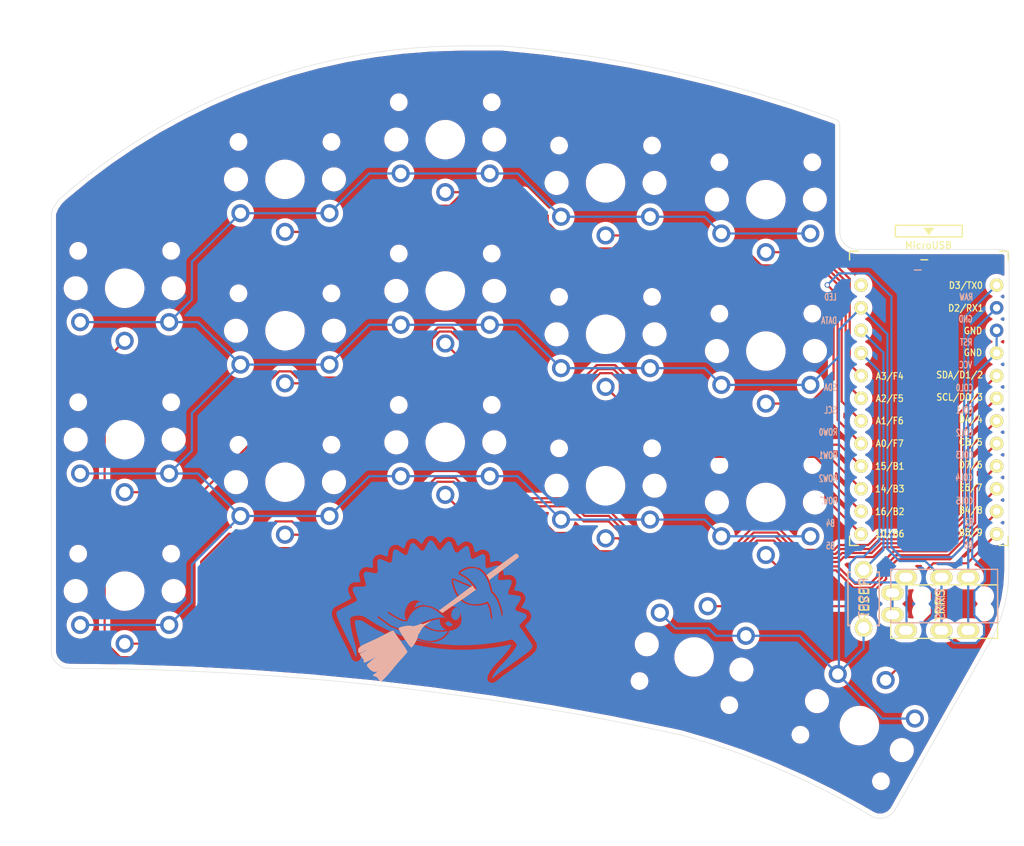
<source format=kicad_pcb>
(kicad_pcb (version 20171130) (host pcbnew 5.1.7)
  (title_block (title Ferris_Sweep_Compact) (date 2020-09-03) (rev 0.1) (company BroomLabs))
  (layers (0 F.Cu signal) (31 B.Cu signal) (34 B.Paste user) (35 F.Paste user) (36 B.SilkS user) (37 F.SilkS user hide) (38 B.Mask user) (39 F.Mask user) (44 Edge.Cuts user))
  (net 0 "")
  (net 1 row0)
  (net 2 row1)
  (net 3 row2)
  (net 4 row3)
  (net 5 GND)
  (net 6 VCC)
  (net 7 col0)
  (net 8 col1)
  (net 9 col2)
  (net 10 col3)
  (net 11 col4)
  (net 12 col5)
  (net 13 LED)
  (net 14 data)
  (net 15 reset)
  (net 16 SCL)
  (net 17 SDA)
  (net 18 "Net-(U1-Pad24)")
  (net 19 "Net-(J1-PadA)")
  (net 20 "Net-(U1-Pad14)")
  (net 21 "Net-(U1-Pad13)")
  (net 22 "Net-(U1-Pad12)")
  (net 23 "Net-(U1-Pad11)")
  (module Kailh:SW_PG1350_reversible_b2 (layer B.Cu) (at 126.5 91.48 330)
    (fp_text reference SW21 hide)
    (fp_text value SW_PUSH hide)
    (pad "" np_thru_hole circle (at -5.22 4.2 330) (size 0.9906 0.9906) (drill 0.9906) (layers *.Cu *.Mask))
    (pad 2 thru_hole circle (at 5 -3.8 330) (size 2.032 2.032) (drill 1.27) (layers *.Cu *.Mask) (net 5 GND))
    (pad "" np_thru_hole circle (at 0 0 330) (size 3.429 3.429) (drill 3.429) (layers *.Cu *.Mask))
    (pad 2 thru_hole circle (at -5 -3.8 330) (size 2.032 2.032) (drill 1.27) (layers *.Cu *.Mask) (net 5 GND))
    (pad 1 thru_hole circle (at 0 -5.9 330) (size 2.032 2.032) (drill 1.27) (layers *.Cu *.Mask) (net 22 "Net-(U1-Pad12)"))
    (pad "" np_thru_hole circle (at 5.22 4.2 330) (size 0.9906 0.9906) (drill 0.9906) (layers *.Cu *.Mask))
    (pad "" np_thru_hole circle (at 5.5 0 330) (size 1.7018 1.7018) (drill 1.7018) (layers *.Cu *.Mask))
    (pad "" np_thru_hole circle (at -5.5 0 330) (size 1.7018 1.7018) (drill 1.7018) (layers *.Cu *.Mask))
  )
  (module kbd:ProMicro_v3 (layer F.Cu) (at 134.3 56.5)
    (fp_text reference U1 hide)
    (fp_text value ProMicro hide)
    (fp_text user MicroUSB (at -0.05 -18.95) (layer F.SilkS) (effects (font (size 0.75 0.75) (thickness 0.12))))
    (fp_text user B4/8 (at 4.705 10.8 unlocked) (layer F.SilkS) (effects (font (size 0.75 0.67) (thickness 0.125))))
    (fp_text user D2/RX1 (at 4.155 -11.9 unlocked) (layer F.SilkS) (effects (font (size 0.75 0.67) (thickness 0.125))))
    (fp_text user B5/9 (at 4.705 13.3 unlocked) (layer F.SilkS) (effects (font (size 0.75 0.67) (thickness 0.125))))
    (fp_text user C6/5 (at 4.705 3.15 unlocked) (layer F.SilkS) (effects (font (size 0.75 0.67) (thickness 0.125))))
    (fp_text user SCL/D0/3 (at 3.455 -1.9 unlocked) (layer F.SilkS) (effects (font (size 0.75 0.67) (thickness 0.125))))
    (fp_text user SDA/D1/2 (at 3.455 -4.4 unlocked) (layer F.SilkS) (effects (font (size 0.75 0.67) (thickness 0.125))))
    (fp_text user D4/4 (at 4.705 0.6 unlocked) (layer F.SilkS) (effects (font (size 0.75 0.67) (thickness 0.125))))
    (fp_text user D3/TX0 (at 4.155 -14.45 unlocked) (layer F.SilkS) (effects (font (size 0.75 0.67) (thickness 0.125))))
    (fp_text user GND (at 4.955 -6.9 unlocked) (layer F.SilkS) (effects (font (size 0.75 0.67) (thickness 0.125))))
    (fp_text user GND (at 4.955 -9.35 unlocked) (layer F.SilkS) (effects (font (size 0.75 0.67) (thickness 0.125))))
    (fp_text user D7/6 (at 4.705 5.7 unlocked) (layer F.SilkS) (effects (font (size 0.75 0.67) (thickness 0.125))))
    (fp_text user E6/7 (at 4.705 8.25 unlocked) (layer F.SilkS) (effects (font (size 0.75 0.67) (thickness 0.125))))
    (fp_text user 16/B2 (at -4.395 10.95 unlocked) (layer F.SilkS) (effects (font (size 0.75 0.67) (thickness 0.125))))
    (fp_text user 10/B6 (at -4.395 13.45 unlocked) (layer F.SilkS) (effects (font (size 0.75 0.67) (thickness 0.125))))
    (fp_text user 14/B3 (at -4.395 8.4 unlocked) (layer F.SilkS) (effects (font (size 0.75 0.67) (thickness 0.125))))
    (fp_text user 15/B1 (at -4.395 5.85 unlocked) (layer F.SilkS) (effects (font (size 0.75 0.67) (thickness 0.125))))
    (fp_text user A0/F7 (at -4.395 3.3 unlocked) (layer F.SilkS) (effects (font (size 0.75 0.67) (thickness 0.125))))
    (fp_text user A1/F6 (at -4.395 0.75 unlocked) (layer F.SilkS) (effects (font (size 0.75 0.67) (thickness 0.125))))
    (fp_text user A2/F5 (at -4.395 -1.75 unlocked) (layer F.SilkS) (effects (font (size 0.75 0.67) (thickness 0.125))))
    (fp_text user A3/F4 (at -4.395 -4.25 unlocked) (layer F.SilkS) (effects (font (size 0.75 0.67) (thickness 0.125))))
    (fp_text user VCC (at 4.1275 -5.5245 unlocked) (layer B.SilkS) (effects (font (size 0.75 0.5) (thickness 0.125)) (justify mirror)))
    (fp_text user RST (at 4.191 -8.0645 unlocked) (layer B.SilkS) (effects (font (size 0.75 0.5) (thickness 0.125)) (justify mirror)))
    (fp_text user GND (at 4.1275 -10.668 unlocked) (layer B.SilkS) (effects (font (size 0.75 0.5) (thickness 0.125)) (justify mirror)))
    (fp_text user RAW (at 4.191 -13.1445 unlocked) (layer B.SilkS) (effects (font (size 0.75 0.5) (thickness 0.125)) (justify mirror)))
    (fp_text user - (at -0.545 -17.4) (layer F.SilkS) (effects (font (thickness 0.15) italic)))
    (fp_text user - (at -1.2065 -16.256) (layer B.SilkS) (effects (font (thickness 0.15) italic) (justify mirror)))
    (fp_text user LED (at -11.049 -13.1445) (layer B.SilkS) (effects (font (size 0.75 0.5) (thickness 0.125)) (justify mirror)))
    (fp_text user DATA (at -11.2 -10.5) (layer B.SilkS) (effects (font (size 0.75 0.5) (thickness 0.125)) (justify mirror)))
    (fp_text user COL3 (at 4 4.6) (layer B.SilkS) (effects (font (size 0.75 0.5) (thickness 0.125)) (justify mirror)))
    (fp_text user ROW0 (at -11.3 2.032) (layer B.SilkS) (effects (font (size 0.75 0.5) (thickness 0.125)) (justify mirror)))
    (fp_text user COL2 (at 4 2.1) (layer B.SilkS) (effects (font (size 0.75 0.5) (thickness 0.125)) (justify mirror)))
    (fp_text user SCL (at -11.049 -0.4445) (layer B.SilkS) (effects (font (size 0.75 0.5) (thickness 0.125)) (justify mirror)))
    (fp_text user COL1 (at 4 -0.4445) (layer B.SilkS) (effects (font (size 0.75 0.5) (thickness 0.125)) (justify mirror)))
    (fp_text user SDA (at -11.049 -2.9845) (layer B.SilkS) (effects (font (size 0.75 0.5) (thickness 0.125)) (justify mirror)))
    (fp_text user COL0 (at 4 -2.95) (layer B.SilkS) (effects (font (size 0.75 0.5) (thickness 0.125)) (justify mirror)))
    (fp_text user B6 (at 4.445 14.732) (layer B.SilkS) (effects (font (size 0.75 0.5) (thickness 0.125)) (justify mirror)))
    (fp_text user B5 (at -11.049 14.7955) (layer B.SilkS) (effects (font (size 0.75 0.5) (thickness 0.125)) (justify mirror)))
    (fp_text user B4 (at -11.049 12.2555) (layer B.SilkS) (effects (font (size 0.75 0.5) (thickness 0.125)) (justify mirror)))
    (fp_text user B2 (at 4.5085 12.1285) (layer B.SilkS) (effects (font (size 0.75 0.5) (thickness 0.125)) (justify mirror)))
    (fp_text user ROW3 (at -11.3 9.75) (layer B.SilkS) (effects (font (size 0.75 0.5) (thickness 0.125)) (justify mirror)))
    (fp_text user COL5 (at 4 9.75) (layer B.SilkS) (effects (font (size 0.75 0.5) (thickness 0.125)) (justify mirror)))
    (fp_text user ROW2 (at -11.3 7.239) (layer B.SilkS) (effects (font (size 0.75 0.5) (thickness 0.125)) (justify mirror)))
    (fp_text user COL4 (at 3.95 7.112) (layer B.SilkS) (effects (font (size 0.75 0.5) (thickness 0.125)) (justify mirror)))
    (fp_text user ROW1 (at -11.3 4.6355) (layer B.SilkS) (effects (font (size 0.75 0.5) (thickness 0.125)) (justify mirror)))
    (pad 1 thru_hole circle (at 7.6114 -14.478) (size 1.524 1.524) (drill 0.8128) (layers *.Cu *.Mask F.SilkS) (net 13 LED))
    (pad 2 thru_hole circle (at 7.6114 -11.938) (size 1.524 1.524) (drill 0.8128) (layers *.Cu *.Mask) (net 14 data))
    (pad 3 thru_hole circle (at 7.6114 -9.398) (size 1.524 1.524) (drill 0.8128) (layers *.Cu *.Mask) (net 5 GND))
    (pad 4 thru_hole circle (at 7.6114 -6.858) (size 1.524 1.524) (drill 0.8128) (layers *.Cu *.Mask F.SilkS) (net 5 GND))
    (pad 5 thru_hole circle (at 7.6114 -4.318) (size 1.524 1.524) (drill 0.8128) (layers *.Cu *.Mask F.SilkS) (net 17 SDA))
    (pad 6 thru_hole circle (at 7.6114 -1.778) (size 1.524 1.524) (drill 0.8128) (layers *.Cu *.Mask F.SilkS) (net 16 SCL))
    (pad 7 thru_hole circle (at 7.6114 0.762) (size 1.524 1.524) (drill 0.8128) (layers *.Cu *.Mask F.SilkS) (net 1 row0))
    (pad 8 thru_hole circle (at 7.6114 3.302) (size 1.524 1.524) (drill 0.8128) (layers *.Cu *.Mask F.SilkS) (net 2 row1))
    (pad 9 thru_hole circle (at 7.6114 5.842) (size 1.524 1.524) (drill 0.8128) (layers *.Cu *.Mask F.SilkS) (net 3 row2))
    (pad 10 thru_hole circle (at 7.6114 8.382) (size 1.524 1.524) (drill 0.8128) (layers *.Cu *.Mask F.SilkS) (net 4 row3))
    (pad 11 thru_hole circle (at 7.6114 10.922) (size 1.524 1.524) (drill 0.8128) (layers *.Cu *.Mask F.SilkS) (net 23 "Net-(U1-Pad11)"))
    (pad 12 thru_hole circle (at 7.6114 13.462) (size 1.524 1.524) (drill 0.8128) (layers *.Cu *.Mask F.SilkS) (net 22 "Net-(U1-Pad12)"))
    (pad 13 thru_hole circle (at -7.6086 13.462) (size 1.524 1.524) (drill 0.8128) (layers *.Cu *.Mask F.SilkS) (net 21 "Net-(U1-Pad13)"))
    (pad 14 thru_hole circle (at -7.6086 10.922) (size 1.524 1.524) (drill 0.8128) (layers *.Cu *.Mask F.SilkS) (net 20 "Net-(U1-Pad14)"))
    (pad 15 thru_hole circle (at -7.6086 8.382) (size 1.524 1.524) (drill 0.8128) (layers *.Cu *.Mask F.SilkS) (net 12 col5))
    (pad 16 thru_hole circle (at -7.6086 5.842) (size 1.524 1.524) (drill 0.8128) (layers *.Cu *.Mask F.SilkS) (net 11 col4))
    (pad 17 thru_hole circle (at -7.6086 3.302) (size 1.524 1.524) (drill 0.8128) (layers *.Cu *.Mask F.SilkS) (net 10 col3))
    (pad 18 thru_hole circle (at -7.6086 0.762) (size 1.524 1.524) (drill 0.8128) (layers *.Cu *.Mask F.SilkS) (net 9 col2))
    (pad 19 thru_hole circle (at -7.6086 -1.778) (size 1.524 1.524) (drill 0.8128) (layers *.Cu *.Mask F.SilkS) (net 8 col1))
    (pad 20 thru_hole circle (at -7.6086 -4.318) (size 1.524 1.524) (drill 0.8128) (layers *.Cu *.Mask F.SilkS) (net 7 col0))
    (pad 21 thru_hole circle (at -7.6086 -6.858) (size 1.524 1.524) (drill 0.8128) (layers *.Cu *.Mask F.SilkS) (net 6 VCC))
    (pad 22 thru_hole circle (at -7.6086 -9.398) (size 1.524 1.524) (drill 0.8128) (layers *.Cu *.Mask F.SilkS) (net 15 reset))
    (pad 23 thru_hole circle (at -7.6086 -11.938) (size 1.524 1.524) (drill 0.8128) (layers *.Cu *.Mask F.SilkS) (net 5 GND))
    (pad 24 thru_hole circle (at -7.6086 -14.478) (size 1.524 1.524) (drill 0.8128) (layers *.Cu *.Mask F.SilkS) (net 18 "Net-(U1-Pad24)"))
  )
  (module Kailh:SW_PG1350_reversible_b2 (layer F.Cu) (at 80 42.67)
    (fp_text reference SW10 hide)
    (fp_text value SW_PUSH hide)
    (pad "" np_thru_hole circle (at -5.22 -4.2) (size 0.9906 0.9906) (drill 0.9906) (layers *.Cu *.Mask))
    (pad 2 thru_hole circle (at 5 3.8) (size 2.032 2.032) (drill 1.27) (layers *.Cu *.Mask) (net 5 GND))
    (pad "" np_thru_hole circle (at 0 0) (size 3.429 3.429) (drill 3.429) (layers *.Cu *.Mask))
    (pad 2 thru_hole circle (at -5 3.8) (size 2.032 2.032) (drill 1.27) (layers *.Cu *.Mask) (net 5 GND))
    (pad 1 thru_hole circle (at 0 5.9) (size 2.032 2.032) (drill 1.27) (layers *.Cu *.Mask) (net 20 "Net-(U1-Pad14)"))
    (pad "" np_thru_hole circle (at 5.22 -4.2) (size 0.9906 0.9906) (drill 0.9906) (layers *.Cu *.Mask))
    (pad "" np_thru_hole circle (at 5.5 0) (size 1.7018 1.7018) (drill 1.7018) (layers *.Cu *.Mask))
    (pad "" np_thru_hole circle (at -5.5 0) (size 1.7018 1.7018) (drill 1.7018) (layers *.Cu *.Mask))
  )
  (module Kailh:SW_PG1350_reversible_b2 (layer F.Cu) (at 44 42.37)
    (fp_text reference SW2 hide)
    (fp_text value SW_PUSH hide)
    (pad "" np_thru_hole circle (at -5.22 -4.2) (size 0.9906 0.9906) (drill 0.9906) (layers *.Cu *.Mask))
    (pad 2 thru_hole circle (at 5 3.8) (size 2.032 2.032) (drill 1.27) (layers *.Cu *.Mask) (net 5 GND))
    (pad "" np_thru_hole circle (at 0 0) (size 3.429 3.429) (drill 3.429) (layers *.Cu *.Mask))
    (pad 2 thru_hole circle (at -5 3.8) (size 2.032 2.032) (drill 1.27) (layers *.Cu *.Mask) (net 5 GND))
    (pad 1 thru_hole circle (at 0 5.9) (size 2.032 2.032) (drill 1.27) (layers *.Cu *.Mask) (net 4 row3))
    (pad "" np_thru_hole circle (at 5.22 -4.2) (size 0.9906 0.9906) (drill 0.9906) (layers *.Cu *.Mask))
    (pad "" np_thru_hole circle (at 5.5 0) (size 1.7018 1.7018) (drill 1.7018) (layers *.Cu *.Mask))
    (pad "" np_thru_hole circle (at -5.5 0) (size 1.7018 1.7018) (drill 1.7018) (layers *.Cu *.Mask))
  )
  (module Kailh:SW_PG1350_reversible_b2 (layer F.Cu) (at 62 30.14)
    (fp_text reference SW3 hide)
    (fp_text value SW_PUSH hide)
    (pad "" np_thru_hole circle (at -5.22 -4.2) (size 0.9906 0.9906) (drill 0.9906) (layers *.Cu *.Mask))
    (pad 2 thru_hole circle (at 5 3.8) (size 2.032 2.032) (drill 1.27) (layers *.Cu *.Mask) (net 5 GND))
    (pad "" np_thru_hole circle (at 0 0) (size 3.429 3.429) (drill 3.429) (layers *.Cu *.Mask))
    (pad 2 thru_hole circle (at -5 3.8) (size 2.032 2.032) (drill 1.27) (layers *.Cu *.Mask) (net 5 GND))
    (pad 1 thru_hole circle (at 0 5.9) (size 2.032 2.032) (drill 1.27) (layers *.Cu *.Mask) (net 10 col3))
    (pad "" np_thru_hole circle (at 5.22 -4.2) (size 0.9906 0.9906) (drill 0.9906) (layers *.Cu *.Mask))
    (pad "" np_thru_hole circle (at 5.5 0) (size 1.7018 1.7018) (drill 1.7018) (layers *.Cu *.Mask))
    (pad "" np_thru_hole circle (at -5.5 0) (size 1.7018 1.7018) (drill 1.7018) (layers *.Cu *.Mask))
  )
  (module Kailh:SW_PG1350_reversible_b2 (layer F.Cu) (at 80 25.68)
    (fp_text reference SW4 hide)
    (fp_text value SW_PUSH hide)
    (pad "" np_thru_hole circle (at -5.22 -4.2) (size 0.9906 0.9906) (drill 0.9906) (layers *.Cu *.Mask))
    (pad 2 thru_hole circle (at 5 3.8) (size 2.032 2.032) (drill 1.27) (layers *.Cu *.Mask) (net 5 GND))
    (pad "" np_thru_hole circle (at 0 0) (size 3.429 3.429) (drill 3.429) (layers *.Cu *.Mask))
    (pad 2 thru_hole circle (at -5 3.8) (size 2.032 2.032) (drill 1.27) (layers *.Cu *.Mask) (net 5 GND))
    (pad 1 thru_hole circle (at 0 5.9) (size 2.032 2.032) (drill 1.27) (layers *.Cu *.Mask) (net 9 col2))
    (pad "" np_thru_hole circle (at 5.22 -4.2) (size 0.9906 0.9906) (drill 0.9906) (layers *.Cu *.Mask))
    (pad "" np_thru_hole circle (at 5.5 0) (size 1.7018 1.7018) (drill 1.7018) (layers *.Cu *.Mask))
    (pad "" np_thru_hole circle (at -5.5 0) (size 1.7018 1.7018) (drill 1.7018) (layers *.Cu *.Mask))
  )
  (module Kailh:SW_PG1350_reversible_b2 (layer F.Cu) (at 98 30.54)
    (fp_text reference SW5 hide)
    (fp_text value SW_PUSH hide)
    (pad "" np_thru_hole circle (at -5.22 -4.2) (size 0.9906 0.9906) (drill 0.9906) (layers *.Cu *.Mask))
    (pad 2 thru_hole circle (at 5 3.8) (size 2.032 2.032) (drill 1.27) (layers *.Cu *.Mask) (net 5 GND))
    (pad "" np_thru_hole circle (at 0 0) (size 3.429 3.429) (drill 3.429) (layers *.Cu *.Mask))
    (pad 2 thru_hole circle (at -5 3.8) (size 2.032 2.032) (drill 1.27) (layers *.Cu *.Mask) (net 5 GND))
    (pad 1 thru_hole circle (at 0 5.9) (size 2.032 2.032) (drill 1.27) (layers *.Cu *.Mask) (net 8 col1))
    (pad "" np_thru_hole circle (at 5.22 -4.2) (size 0.9906 0.9906) (drill 0.9906) (layers *.Cu *.Mask))
    (pad "" np_thru_hole circle (at 5.5 0) (size 1.7018 1.7018) (drill 1.7018) (layers *.Cu *.Mask))
    (pad "" np_thru_hole circle (at -5.5 0) (size 1.7018 1.7018) (drill 1.7018) (layers *.Cu *.Mask))
  )
  (module Kailh:SW_PG1350_reversible_b2 (layer F.Cu) (at 116 32.42)
    (fp_text reference SW6 hide)
    (fp_text value SW_PUSH hide)
    (pad "" np_thru_hole circle (at -5.22 -4.2) (size 0.9906 0.9906) (drill 0.9906) (layers *.Cu *.Mask))
    (pad 2 thru_hole circle (at 5 3.8) (size 2.032 2.032) (drill 1.27) (layers *.Cu *.Mask) (net 5 GND))
    (pad "" np_thru_hole circle (at 0 0) (size 3.429 3.429) (drill 3.429) (layers *.Cu *.Mask))
    (pad 2 thru_hole circle (at -5 3.8) (size 2.032 2.032) (drill 1.27) (layers *.Cu *.Mask) (net 5 GND))
    (pad 1 thru_hole circle (at 0 5.9) (size 2.032 2.032) (drill 1.27) (layers *.Cu *.Mask) (net 7 col0))
    (pad "" np_thru_hole circle (at 5.22 -4.2) (size 0.9906 0.9906) (drill 0.9906) (layers *.Cu *.Mask))
    (pad "" np_thru_hole circle (at 5.5 0) (size 1.7018 1.7018) (drill 1.7018) (layers *.Cu *.Mask))
    (pad "" np_thru_hole circle (at -5.5 0) (size 1.7018 1.7018) (drill 1.7018) (layers *.Cu *.Mask))
  )
  (module Kailh:SW_PG1350_reversible_b2 (layer F.Cu) (at 44 59.37)
    (fp_text reference SW8 hide)
    (fp_text value SW_PUSH hide)
    (pad "" np_thru_hole circle (at -5.22 -4.2) (size 0.9906 0.9906) (drill 0.9906) (layers *.Cu *.Mask))
    (pad 2 thru_hole circle (at 5 3.8) (size 2.032 2.032) (drill 1.27) (layers *.Cu *.Mask) (net 5 GND))
    (pad "" np_thru_hole circle (at 0 0) (size 3.429 3.429) (drill 3.429) (layers *.Cu *.Mask))
    (pad 2 thru_hole circle (at -5 3.8) (size 2.032 2.032) (drill 1.27) (layers *.Cu *.Mask) (net 5 GND))
    (pad 1 thru_hole circle (at 0 5.9) (size 2.032 2.032) (drill 1.27) (layers *.Cu *.Mask) (net 11 col4))
    (pad "" np_thru_hole circle (at 5.22 -4.2) (size 0.9906 0.9906) (drill 0.9906) (layers *.Cu *.Mask))
    (pad "" np_thru_hole circle (at 5.5 0) (size 1.7018 1.7018) (drill 1.7018) (layers *.Cu *.Mask))
    (pad "" np_thru_hole circle (at -5.5 0) (size 1.7018 1.7018) (drill 1.7018) (layers *.Cu *.Mask))
  )
  (module Kailh:SW_PG1350_reversible_b2 (layer F.Cu) (at 62 47.14)
    (fp_text reference SW9 hide)
    (fp_text value SW_PUSH hide)
    (pad "" np_thru_hole circle (at -5.22 -4.2) (size 0.9906 0.9906) (drill 0.9906) (layers *.Cu *.Mask))
    (pad 2 thru_hole circle (at 5 3.8) (size 2.032 2.032) (drill 1.27) (layers *.Cu *.Mask) (net 5 GND))
    (pad "" np_thru_hole circle (at 0 0) (size 3.429 3.429) (drill 3.429) (layers *.Cu *.Mask))
    (pad 2 thru_hole circle (at -5 3.8) (size 2.032 2.032) (drill 1.27) (layers *.Cu *.Mask) (net 5 GND))
    (pad 1 thru_hole circle (at 0 5.9) (size 2.032 2.032) (drill 1.27) (layers *.Cu *.Mask) (net 12 col5))
    (pad "" np_thru_hole circle (at 5.22 -4.2) (size 0.9906 0.9906) (drill 0.9906) (layers *.Cu *.Mask))
    (pad "" np_thru_hole circle (at 5.5 0) (size 1.7018 1.7018) (drill 1.7018) (layers *.Cu *.Mask))
    (pad "" np_thru_hole circle (at -5.5 0) (size 1.7018 1.7018) (drill 1.7018) (layers *.Cu *.Mask))
  )
  (module Kailh:SW_PG1350_reversible_b2 (layer F.Cu) (at 98 47.54)
    (fp_text reference SW11 hide)
    (fp_text value SW_PUSH hide)
    (pad "" np_thru_hole circle (at -5.22 -4.2) (size 0.9906 0.9906) (drill 0.9906) (layers *.Cu *.Mask))
    (pad 2 thru_hole circle (at 5 3.8) (size 2.032 2.032) (drill 1.27) (layers *.Cu *.Mask) (net 5 GND))
    (pad "" np_thru_hole circle (at 0 0) (size 3.429 3.429) (drill 3.429) (layers *.Cu *.Mask))
    (pad 2 thru_hole circle (at -5 3.8) (size 2.032 2.032) (drill 1.27) (layers *.Cu *.Mask) (net 5 GND))
    (pad 1 thru_hole circle (at 0 5.9) (size 2.032 2.032) (drill 1.27) (layers *.Cu *.Mask) (net 21 "Net-(U1-Pad13)"))
    (pad "" np_thru_hole circle (at 5.22 -4.2) (size 0.9906 0.9906) (drill 0.9906) (layers *.Cu *.Mask))
    (pad "" np_thru_hole circle (at 5.5 0) (size 1.7018 1.7018) (drill 1.7018) (layers *.Cu *.Mask))
    (pad "" np_thru_hole circle (at -5.5 0) (size 1.7018 1.7018) (drill 1.7018) (layers *.Cu *.Mask))
  )
  (module Kailh:SW_PG1350_reversible_b2 (layer F.Cu) (at 116 49.42)
    (fp_text reference SW12 hide)
    (fp_text value SW_PUSH hide)
    (pad "" np_thru_hole circle (at -5.22 -4.2) (size 0.9906 0.9906) (drill 0.9906) (layers *.Cu *.Mask))
    (pad 2 thru_hole circle (at 5 3.8) (size 2.032 2.032) (drill 1.27) (layers *.Cu *.Mask) (net 5 GND))
    (pad "" np_thru_hole circle (at 0 0) (size 3.429 3.429) (drill 3.429) (layers *.Cu *.Mask))
    (pad 2 thru_hole circle (at -5 3.8) (size 2.032 2.032) (drill 1.27) (layers *.Cu *.Mask) (net 5 GND))
    (pad 1 thru_hole circle (at 0 5.9) (size 2.032 2.032) (drill 1.27) (layers *.Cu *.Mask) (net 13 LED))
    (pad "" np_thru_hole circle (at 5.22 -4.2) (size 0.9906 0.9906) (drill 0.9906) (layers *.Cu *.Mask))
    (pad "" np_thru_hole circle (at 5.5 0) (size 1.7018 1.7018) (drill 1.7018) (layers *.Cu *.Mask))
    (pad "" np_thru_hole circle (at -5.5 0) (size 1.7018 1.7018) (drill 1.7018) (layers *.Cu *.Mask))
  )
  (module Kailh:SW_PG1350_reversible_b2 (layer F.Cu) (at 62 64.145)
    (fp_text reference SW15 hide)
    (fp_text value SW_PUSH hide)
    (pad "" np_thru_hole circle (at -5.22 -4.2) (size 0.9906 0.9906) (drill 0.9906) (layers *.Cu *.Mask))
    (pad 2 thru_hole circle (at 5 3.8) (size 2.032 2.032) (drill 1.27) (layers *.Cu *.Mask) (net 5 GND))
    (pad "" np_thru_hole circle (at 0 0) (size 3.429 3.429) (drill 3.429) (layers *.Cu *.Mask))
    (pad 2 thru_hole circle (at -5 3.8) (size 2.032 2.032) (drill 1.27) (layers *.Cu *.Mask) (net 5 GND))
    (pad 1 thru_hole circle (at 0 5.9) (size 2.032 2.032) (drill 1.27) (layers *.Cu *.Mask) (net 16 SCL))
    (pad "" np_thru_hole circle (at 5.22 -4.2) (size 0.9906 0.9906) (drill 0.9906) (layers *.Cu *.Mask))
    (pad "" np_thru_hole circle (at 5.5 0) (size 1.7018 1.7018) (drill 1.7018) (layers *.Cu *.Mask))
    (pad "" np_thru_hole circle (at -5.5 0) (size 1.7018 1.7018) (drill 1.7018) (layers *.Cu *.Mask))
  )
  (module Kailh:SW_PG1350_reversible_b2 (layer F.Cu) (at 80 59.67)
    (fp_text reference SW16 hide)
    (fp_text value SW_PUSH hide)
    (pad "" np_thru_hole circle (at -5.22 -4.2) (size 0.9906 0.9906) (drill 0.9906) (layers *.Cu *.Mask))
    (pad 2 thru_hole circle (at 5 3.8) (size 2.032 2.032) (drill 1.27) (layers *.Cu *.Mask) (net 5 GND))
    (pad "" np_thru_hole circle (at 0 0) (size 3.429 3.429) (drill 3.429) (layers *.Cu *.Mask))
    (pad 2 thru_hole circle (at -5 3.8) (size 2.032 2.032) (drill 1.27) (layers *.Cu *.Mask) (net 5 GND))
    (pad 1 thru_hole circle (at 0 5.9) (size 2.032 2.032) (drill 1.27) (layers *.Cu *.Mask) (net 1 row0))
    (pad "" np_thru_hole circle (at 5.22 -4.2) (size 0.9906 0.9906) (drill 0.9906) (layers *.Cu *.Mask))
    (pad "" np_thru_hole circle (at 5.5 0) (size 1.7018 1.7018) (drill 1.7018) (layers *.Cu *.Mask))
    (pad "" np_thru_hole circle (at -5.5 0) (size 1.7018 1.7018) (drill 1.7018) (layers *.Cu *.Mask))
  )
  (module Kailh:SW_PG1350_reversible_b2 (layer F.Cu) (at 98 64.545)
    (fp_text reference SW17 hide)
    (fp_text value SW_PUSH hide)
    (pad "" np_thru_hole circle (at -5.22 -4.2) (size 0.9906 0.9906) (drill 0.9906) (layers *.Cu *.Mask))
    (pad 2 thru_hole circle (at 5 3.8) (size 2.032 2.032) (drill 1.27) (layers *.Cu *.Mask) (net 5 GND))
    (pad "" np_thru_hole circle (at 0 0) (size 3.429 3.429) (drill 3.429) (layers *.Cu *.Mask))
    (pad 2 thru_hole circle (at -5 3.8) (size 2.032 2.032) (drill 1.27) (layers *.Cu *.Mask) (net 5 GND))
    (pad 1 thru_hole circle (at 0 5.9) (size 2.032 2.032) (drill 1.27) (layers *.Cu *.Mask) (net 2 row1))
    (pad "" np_thru_hole circle (at 5.22 -4.2) (size 0.9906 0.9906) (drill 0.9906) (layers *.Cu *.Mask))
    (pad "" np_thru_hole circle (at 5.5 0) (size 1.7018 1.7018) (drill 1.7018) (layers *.Cu *.Mask))
    (pad "" np_thru_hole circle (at -5.5 0) (size 1.7018 1.7018) (drill 1.7018) (layers *.Cu *.Mask))
  )
  (module Kailh:SW_PG1350_reversible_b2 (layer F.Cu) (at 116 66.42)
    (fp_text reference SW18 hide)
    (fp_text value SW_PUSH hide)
    (pad "" np_thru_hole circle (at -5.22 -4.2) (size 0.9906 0.9906) (drill 0.9906) (layers *.Cu *.Mask))
    (pad 2 thru_hole circle (at 5 3.8) (size 2.032 2.032) (drill 1.27) (layers *.Cu *.Mask) (net 5 GND))
    (pad "" np_thru_hole circle (at 0 0) (size 3.429 3.429) (drill 3.429) (layers *.Cu *.Mask))
    (pad 2 thru_hole circle (at -5 3.8) (size 2.032 2.032) (drill 1.27) (layers *.Cu *.Mask) (net 5 GND))
    (pad 1 thru_hole circle (at 0 5.9) (size 2.032 2.032) (drill 1.27) (layers *.Cu *.Mask) (net 3 row2))
    (pad "" np_thru_hole circle (at 5.22 -4.2) (size 0.9906 0.9906) (drill 0.9906) (layers *.Cu *.Mask))
    (pad "" np_thru_hole circle (at 5.5 0) (size 1.7018 1.7018) (drill 1.7018) (layers *.Cu *.Mask))
    (pad "" np_thru_hole circle (at -5.5 0) (size 1.7018 1.7018) (drill 1.7018) (layers *.Cu *.Mask))
  )
  (module Kailh:SW_PG1350_reversible_b2 (layer B.Cu) (at 107.94 83.77 345)
    (fp_text reference SW20 hide)
    (fp_text value SW_PUSH hide)
    (pad "" np_thru_hole circle (at -5.22 4.2 345) (size 0.9906 0.9906) (drill 0.9906) (layers *.Cu *.Mask))
    (pad 2 thru_hole circle (at 5 -3.8 345) (size 2.032 2.032) (drill 1.27) (layers *.Cu *.Mask) (net 5 GND))
    (pad "" np_thru_hole circle (at 0 0 345) (size 3.429 3.429) (drill 3.429) (layers *.Cu *.Mask))
    (pad 2 thru_hole circle (at -5 -3.8 345) (size 2.032 2.032) (drill 1.27) (layers *.Cu *.Mask) (net 5 GND))
    (pad 1 thru_hole circle (at 0 -5.9 345) (size 2.032 2.032) (drill 1.27) (layers *.Cu *.Mask) (net 23 "Net-(U1-Pad11)"))
    (pad "" np_thru_hole circle (at 5.22 4.2 345) (size 0.9906 0.9906) (drill 0.9906) (layers *.Cu *.Mask))
    (pad "" np_thru_hole circle (at 5.5 0 345) (size 1.7018 1.7018) (drill 1.7018) (layers *.Cu *.Mask))
    (pad "" np_thru_hole circle (at -5.5 0 345) (size 1.7018 1.7018) (drill 1.7018) (layers *.Cu *.Mask))
  )
  (module Kailh:SW_PG1350_reversible_b2 (layer F.Cu) (at 44 76.375)
    (fp_text reference SW14 hide)
    (fp_text value SW_PUSH hide)
    (pad "" np_thru_hole circle (at -5.22 -4.2) (size 0.9906 0.9906) (drill 0.9906) (layers *.Cu *.Mask))
    (pad 2 thru_hole circle (at 5 3.8) (size 2.032 2.032) (drill 1.27) (layers *.Cu *.Mask) (net 5 GND))
    (pad "" np_thru_hole circle (at 0 0) (size 3.429 3.429) (drill 3.429) (layers *.Cu *.Mask))
    (pad 2 thru_hole circle (at -5 3.8) (size 2.032 2.032) (drill 1.27) (layers *.Cu *.Mask) (net 5 GND))
    (pad 1 thru_hole circle (at 0 5.9) (size 2.032 2.032) (drill 1.27) (layers *.Cu *.Mask) (net 17 SDA))
    (pad "" np_thru_hole circle (at 5.22 -4.2) (size 0.9906 0.9906) (drill 0.9906) (layers *.Cu *.Mask))
    (pad "" np_thru_hole circle (at 5.5 0) (size 1.7018 1.7018) (drill 1.7018) (layers *.Cu *.Mask))
    (pad "" np_thru_hole circle (at -5.5 0) (size 1.7018 1.7018) (drill 1.7018) (layers *.Cu *.Mask))
  )
  (module Kailh:ferris_broom (layer B.Cu) (at 80.3 79.15 171)
    (fp_text reference G*** hide)
    (fp_text value LOGO hide)
    (fp_poly (pts (xy -2.070755 5.735079) (xy -2.013767 5.733193) (xy -1.962647 5.729706) (xy -1.947334 5.728157) (xy -1.91579 5.72403) (xy -1.878997 5.7183) (xy -1.841135 5.711737) (xy -1.806387 5.705109) (xy -1.778935 5.699187) (xy -1.762962 5.694739) (xy -1.761197 5.693913) (xy -1.749383 5.689933) (xy -1.733913 5.686542) (xy -1.69976 5.678685) (xy -1.654944 5.666018) (xy -1.604482 5.650132) (xy -1.553391 5.632615) (xy -1.506685 5.615056) (xy -1.500717 5.612659) (xy -1.452864 5.593201) (xy -1.41605 5.578176) (xy -1.397757 5.569244) (xy -1.388734 5.561978) (xy -1.388534 5.561206) (xy -1.381213 5.555741) (xy -1.363354 5.550046) (xy -1.361017 5.54952) (xy -1.334178 5.540519) (xy -1.312334 5.52897) (xy -1.296618 5.519291) (xy -1.269751 5.503909) (xy -1.235579 5.484988) (xy -1.20015 5.465865) (xy -1.165151 5.446711) (xy -1.136388 5.43002) (xy -1.116756 5.41754) (xy -1.109147 5.411019) (xy -1.109134 5.410901) (xy -1.10226 5.403266) (xy -1.08585 5.394053) (xy -1.067279 5.384314) (xy -1.042639 5.369673) (xy -1.017625 5.353721) (xy -0.997933 5.340048) (xy -0.9906 5.334) (xy -0.981678 5.327142) (xy -0.963529 5.314319) (xy -0.950384 5.305308) (xy -0.929902 5.290103) (xy -0.916869 5.277912) (xy -0.9144 5.273582) (xy -0.907692 5.266773) (xy -0.903817 5.26626) (xy -0.891672 5.261021) (xy -0.87273 5.247713) (xy -0.861947 5.238743) (xy -0.83469 5.215391) (xy -0.805662 5.191395) (xy -0.798736 5.185833) (xy -0.783298 5.173272) (xy -0.766052 5.158572) (xy -0.744798 5.139762) (xy -0.717335 5.114874) (xy -0.681463 5.08194) (xy -0.645536 5.048757) (xy -0.620612 5.023913) (xy -0.5975 4.997804) (xy -0.57919 4.974145) (xy -0.568671 4.956653) (xy -0.567267 4.951469) (xy -0.574481 4.944193) (xy -0.592494 4.934555) (xy -0.615857 4.924975) (xy -0.639126 4.917873) (xy -0.646085 4.916446) (xy -0.66792 4.910824) (xy -0.688468 4.903524) (xy -0.709079 4.896441) (xy -0.723126 4.893733) (xy -0.736557 4.891119) (xy -0.760155 4.884352) (xy -0.781842 4.877256) (xy -0.807062 4.869305) (xy -0.824412 4.865225) (xy -0.829734 4.865593) (xy -0.834929 4.865546) (xy -0.840317 4.861881) (xy -0.855473 4.854392) (xy -0.878215 4.847573) (xy -0.880534 4.847062) (xy -0.905832 4.839411) (xy -0.926267 4.82956) (xy -0.926868 4.829151) (xy -0.94749 4.819766) (xy -0.96086 4.817533) (xy -0.979529 4.813619) (xy -1.003289 4.803975) (xy -1.007659 4.801729) (xy -1.035188 4.789332) (xy -1.062581 4.780376) (xy -1.064684 4.779889) (xy -1.083341 4.77372) (xy -1.092105 4.76673) (xy -1.0922 4.76606) (xy -1.099409 4.760066) (xy -1.112072 4.758267) (xy -1.132942 4.75281) (xy -1.151467 4.741333) (xy -1.169281 4.729143) (xy -1.183206 4.7244) (xy -1.199285 4.720663) (xy -1.217894 4.712669) (xy -1.23352 4.704764) (xy -1.26091 4.691156) (xy -1.296604 4.673555) (xy -1.337143 4.653672) (xy -1.350434 4.647174) (xy -1.389858 4.627766) (xy -1.423633 4.610852) (xy -1.448933 4.59787) (xy -1.462935 4.590257) (xy -1.464734 4.589042) (xy -1.474577 4.582584) (xy -1.492773 4.5728) (xy -1.494367 4.572) (xy -1.512926 4.562153) (xy -1.523685 4.555359) (xy -1.524 4.555067) (xy -1.533841 4.548685) (xy -1.552032 4.538937) (xy -1.553634 4.538133) (xy -1.572192 4.528291) (xy -1.582951 4.521505) (xy -1.583267 4.521213) (xy -1.593061 4.514343) (xy -1.615209 4.501387) (xy -1.646767 4.483895) (xy -1.66297 4.472895) (xy -1.669742 4.466167) (xy -1.681018 4.458082) (xy -1.68361 4.4577) (xy -1.694208 4.453086) (xy -1.71368 4.441126) (xy -1.732602 4.428096) (xy -1.755478 4.412672) (xy -1.77295 4.40277) (xy -1.780117 4.40058) (xy -1.786238 4.396375) (xy -1.786467 4.3942) (xy -1.79291 4.385979) (xy -1.794934 4.385733) (xy -1.807142 4.380633) (xy -1.820334 4.370917) (xy -1.840889 4.352931) (xy -1.8542 4.341283) (xy -1.869873 4.33012) (xy -1.8796 4.326467) (xy -1.887821 4.320024) (xy -1.888067 4.318) (xy -1.894943 4.310532) (xy -1.901033 4.309533) (xy -1.91516 4.302683) (xy -1.918872 4.296833) (xy -1.929139 4.285588) (xy -1.934834 4.284133) (xy -1.946994 4.280058) (xy -1.948745 4.277783) (xy -1.956307 4.269799) (xy -1.973742 4.254458) (xy -1.997562 4.234807) (xy -2.002367 4.23096) (xy -2.05897 4.185366) (xy -2.107345 4.145084) (xy -2.152571 4.105695) (xy -2.199724 4.062784) (xy -2.25082 4.014837) (xy -2.282144 3.986602) (xy -2.31506 3.959258) (xy -2.343577 3.937729) (xy -2.3495 3.933712) (xy -2.382716 3.908023) (xy -2.422294 3.871176) (xy -2.465482 3.826283) (xy -2.509527 3.776456) (xy -2.551678 3.724809) (xy -2.589183 3.674454) (xy -2.619144 3.628746) (xy -2.632928 3.60764) (xy -2.652372 3.580174) (xy -2.668043 3.559171) (xy -2.690166 3.527118) (xy -2.712998 3.489087) (xy -2.727361 3.461805) (xy -2.741979 3.433921) (xy -2.755504 3.412175) (xy -2.765069 3.401168) (xy -2.765246 3.401062) (xy -2.776185 3.389869) (xy -2.772838 3.38069) (xy -2.761979 3.3782) (xy -2.745394 3.38026) (xy -2.719645 3.385523) (xy -2.703126 3.389552) (xy -2.659361 3.400905) (xy -2.296252 3.040302) (xy -2.179516 2.924591) (xy -2.064878 2.811389) (xy -1.953713 2.702039) (xy -1.847395 2.597883) (xy -1.747298 2.500265) (xy -1.654795 2.410526) (xy -1.57126 2.33001) (xy -1.498069 2.260059) (xy -1.490134 2.252522) (xy -1.435936 2.201049) (xy -1.392906 2.159989) (xy -1.359926 2.1281) (xy -1.335881 2.104141) (xy -1.319654 2.086869) (xy -1.310128 2.075042) (xy -1.306187 2.067418) (xy -1.306715 2.062755) (xy -1.310595 2.05981) (xy -1.31522 2.057912) (xy -1.335836 2.04737) (xy -1.347003 2.039052) (xy -1.360058 2.029955) (xy -1.383666 2.016257) (xy -1.413109 2.000674) (xy -1.418167 1.998126) (xy -1.449636 1.981792) (xy -1.47753 1.966258) (xy -1.496319 1.954618) (xy -1.497626 1.953683) (xy -1.517702 1.942744) (xy -1.533609 1.938867) (xy -1.546724 1.934474) (xy -1.5494 1.928989) (xy -1.552509 1.92298) (xy -1.554445 1.924155) (xy -1.564266 1.92363) (xy -1.582504 1.916106) (xy -1.588569 1.912866) (xy -1.609834 1.902294) (xy -1.625786 1.896729) (xy -1.627975 1.896481) (xy -1.642532 1.89276) (xy -1.660765 1.884708) (xy -1.69831 1.868494) (xy -1.74143 1.854734) (xy -1.766179 1.849081) (xy -1.786701 1.844) (xy -1.798574 1.839186) (xy -1.814186 1.832973) (xy -1.824567 1.830496) (xy -1.846536 1.826373) (xy -1.858182 1.823299) (xy -1.865883 1.819529) (xy -1.8669 1.818913) (xy -1.880912 1.813315) (xy -1.90606 1.80559) (xy -1.936925 1.797166) (xy -1.96809 1.789471) (xy -1.994134 1.783934) (xy -2.0066 1.782091) (xy -2.028804 1.778781) (xy -2.056421 1.772863) (xy -2.061634 1.771551) (xy -2.086245 1.765782) (xy -2.10518 1.762402) (xy -2.1082 1.762121) (xy -2.124082 1.760743) (xy -2.148861 1.758045) (xy -2.159 1.756841) (xy -2.305927 1.744119) (xy -2.460366 1.740238) (xy -2.616413 1.745054) (xy -2.768162 1.758421) (xy -2.878667 1.774503) (xy -2.906407 1.779029) (xy -2.931223 1.782618) (xy -2.955197 1.786837) (xy -2.983266 1.793214) (xy -2.986257 1.793986) (xy -3.042283 1.808501) (xy -3.082076 1.818429) (xy -3.105611 1.823765) (xy -3.1115 1.82473) (xy -3.127667 1.82777) (xy -3.151485 1.833749) (xy -3.174475 1.840449) (xy -3.183467 1.843551) (xy -3.198545 1.847117) (xy -3.202785 1.846988) (xy -3.21378 1.849392) (xy -3.234258 1.85712) (xy -3.246771 1.862577) (xy -3.270943 1.872644) (xy -3.289611 1.878752) (xy -3.294782 1.8796) (xy -3.308606 1.882445) (xy -3.333658 1.889919) (xy -3.365418 1.900426) (xy -3.399364 1.912375) (xy -3.430976 1.924171) (xy -3.455733 1.934221) (xy -3.469115 1.94093) (xy -3.469422 1.941163) (xy -3.481387 1.946064) (xy -3.485257 1.944699) (xy -3.494781 1.945644) (xy -3.514807 1.953018) (xy -3.540037 1.964756) (xy -3.566417 1.977743) (xy -3.586726 1.987136) (xy -3.596168 1.990774) (xy -3.608624 1.995179) (xy -3.633452 2.005979) (xy -3.667953 2.021854) (xy -3.709424 2.041482) (xy -3.755166 2.063543) (xy -3.802478 2.086715) (xy -3.848659 2.109679) (xy -3.891009 2.131112) (xy -3.926827 2.149694) (xy -3.953413 2.164103) (xy -3.966429 2.171879) (xy -3.98478 2.183619) (xy -4.013092 2.201131) (xy -4.046745 2.221575) (xy -4.066578 2.233469) (xy -4.141123 2.277946) (xy -4.166062 2.263214) (xy -4.182833 2.25204) (xy -4.190878 2.244189) (xy -4.191 2.243637) (xy -4.196453 2.235762) (xy -4.211055 2.218735) (xy -4.232176 2.195567) (xy -4.243917 2.183086) (xy -4.282792 2.141536) (xy -4.311807 2.108922) (xy -4.333329 2.08247) (xy -4.349727 2.059403) (xy -4.350795 2.057765) (xy -4.365502 2.03706) (xy -4.377267 2.022726) (xy -4.388135 2.008492) (xy -4.403941 1.984977) (xy -4.419601 1.959976) (xy -4.436055 1.933584) (xy -4.450101 1.912459) (xy -4.458294 1.901656) (xy -4.465894 1.890317) (xy -4.478754 1.867674) (xy -4.494699 1.837636) (xy -4.503518 1.820333) (xy -4.521058 1.785565) (xy -4.537267 1.753678) (xy -4.549583 1.7297) (xy -4.553101 1.722967) (xy -4.56451 1.701134) (xy -4.573819 1.682438) (xy -4.583879 1.660939) (xy -4.59754 1.630694) (xy -4.599823 1.6256) (xy -4.615489 1.590924) (xy -4.633411 1.55167) (xy -4.644207 1.528233) (xy -4.655959 1.502202) (xy -4.663982 1.48317) (xy -4.666521 1.475356) (xy -4.669029 1.467185) (xy -4.676768 1.447947) (xy -4.686716 1.424881) (xy -4.698389 1.397194) (xy -4.706961 1.374454) (xy -4.710155 1.363458) (xy -4.716227 1.344645) (xy -4.718775 1.339882) (xy -4.726507 1.322361) (xy -4.728771 1.314482) (xy -4.733021 1.299758) (xy -4.741585 1.272692) (xy -4.753239 1.236938) (xy -4.766757 1.196147) (xy -4.780914 1.153976) (xy -4.794486 1.114076) (xy -4.806248 1.080102) (xy -4.814974 1.055707) (xy -4.818906 1.045633) (xy -4.825384 1.028109) (xy -4.833854 1.00132) (xy -4.83939 0.982133) (xy -4.848012 0.951076) (xy -4.853486 0.931763) (xy -4.857161 0.919616) (xy -4.860389 0.910054) (xy -4.861855 0.905933) (xy -4.868436 0.885379) (xy -4.876284 0.858025) (xy -4.883583 0.830562) (xy -4.888513 0.809679) (xy -4.88946 0.804333) (xy -4.892803 0.788878) (xy -4.899338 0.764723) (xy -4.902643 0.753533) (xy -4.909664 0.729081) (xy -4.914085 0.711191) (xy -4.914775 0.706967) (xy -4.91934 0.691914) (xy -4.920362 0.690033) (xy -4.92499 0.67698) (xy -4.930473 0.655055) (xy -4.935276 0.631437) (xy -4.937859 0.613305) (xy -4.937828 0.608491) (xy -4.942569 0.599489) (xy -4.953337 0.588129) (xy -4.966151 0.569374) (xy -4.969934 0.553568) (xy -4.972994 0.534634) (xy -4.980814 0.507721) (xy -4.986867 0.491066) (xy -4.996249 0.466605) (xy -5.002398 0.449303) (xy -5.003801 0.444186) (xy -4.995894 0.442635) (xy -4.974416 0.441374) (xy -4.942725 0.44054) (xy -4.907471 0.440267) (xy -4.858575 0.441078) (xy -4.825375 0.443592) (xy -4.806709 0.447925) (xy -4.80243 0.45085) (xy -4.796046 0.465159) (xy -4.789915 0.489191) (xy -4.787716 0.501754) (xy -4.782751 0.526331) (xy -4.776939 0.543089) (xy -4.774224 0.546704) (xy -4.767907 0.558099) (xy -4.766734 0.56747) (xy -4.764223 0.585366) (xy -4.757934 0.610759) (xy -4.755175 0.619887) (xy -4.746726 0.64924) (xy -4.73758 0.685216) (xy -4.732587 0.706967) (xy -4.725807 0.735286) (xy -4.719432 0.757098) (xy -4.715622 0.766233) (xy -4.710566 0.778721) (xy -4.703841 0.801902) (xy -4.699102 0.821267) (xy -4.691063 0.852638) (xy -4.682224 0.881313) (xy -4.677762 0.893233) (xy -4.670016 0.913835) (xy -4.65964 0.944425) (xy -4.648752 0.978736) (xy -4.647716 0.982133) (xy -4.635131 1.02196) (xy -4.620636 1.065324) (xy -4.60563 1.108299) (xy -4.591515 1.146961) (xy -4.57969 1.177386) (xy -4.571557 1.195648) (xy -4.571474 1.195802) (xy -4.564695 1.213623) (xy -4.563534 1.221459) (xy -4.560378 1.233487) (xy -4.551874 1.257388) (xy -4.539464 1.289521) (xy -4.524594 1.326249) (xy -4.508708 1.363931) (xy -4.493249 1.398928) (xy -4.492197 1.401233) (xy -4.482454 1.422676) (xy -4.469047 1.45235) (xy -4.457757 1.477433) (xy -4.443475 1.508535) (xy -4.429785 1.537226) (xy -4.421541 1.553633) (xy -4.410349 1.575105) (xy -4.402 1.591531) (xy -4.401901 1.591733) (xy -4.374228 1.647385) (xy -4.350719 1.693428) (xy -4.332188 1.728318) (xy -4.319447 1.750514) (xy -4.314361 1.757723) (xy -4.305518 1.76946) (xy -4.29126 1.790995) (xy -4.275667 1.816043) (xy -4.258319 1.843548) (xy -4.242421 1.866792) (xy -4.232387 1.8796) (xy -4.218581 1.897092) (xy -4.203775 1.919536) (xy -4.203045 1.920764) (xy -4.191271 1.938205) (xy -4.182417 1.947057) (xy -4.181399 1.947333) (xy -4.173653 1.953863) (xy -4.16148 1.970196) (xy -4.157068 1.977074) (xy -4.144845 1.995788) (xy -4.133378 2.008295) (xy -4.120158 2.014366) (xy -4.102676 2.013769) (xy -4.078424 2.006275) (xy -4.044891 1.991654) (xy -3.999569 1.969676) (xy -3.98215 1.961044) (xy -3.920601 1.930654) (xy -3.866749 1.904492) (xy -3.814863 1.879834) (xy -3.759208 1.853957) (xy -3.69405 1.824138) (xy -3.690595 1.822566) (xy -3.667203 1.812833) (xy -3.634343 1.800351) (xy -3.595568 1.786334) (xy -3.554424 1.771994) (xy -3.514464 1.758544) (xy -3.479234 1.747199) (xy -3.452286 1.739171) (xy -3.437169 1.735673) (xy -3.436214 1.735614) (xy -3.421173 1.731869) (xy -3.400437 1.722871) (xy -3.399381 1.722326) (xy -3.372649 1.711464) (xy -3.331096 1.698701) (xy -3.276661 1.684554) (xy -3.211282 1.669542) (xy -3.167996 1.660415) (xy -3.141615 1.654541) (xy -3.122273 1.649356) (xy -3.116167 1.647034) (xy -3.103222 1.643128) (xy -3.076296 1.637864) (xy -3.038248 1.631654) (xy -2.991935 1.624909) (xy -2.940217 1.618041) (xy -2.885953 1.611462) (xy -2.832001 1.605582) (xy -2.8194 1.604319) (xy -2.761684 1.599843) (xy -2.691766 1.596355) (xy -2.612836 1.593855) (xy -2.528081 1.592342) (xy -2.440689 1.591815) (xy -2.353849 1.592273) (xy -2.270747 1.593714) (xy -2.194573 1.596138) (xy -2.128513 1.599544) (xy -2.075757 1.603929) (xy -2.070049 1.604571) (xy -1.991895 1.614353) (xy -1.92762 1.623948) (xy -1.874184 1.633871) (xy -1.828547 1.644635) (xy -1.820334 1.646866) (xy -1.790994 1.654912) (xy -1.754472 1.664791) (xy -1.7272 1.672091) (xy -1.69622 1.680641) (xy -1.669898 1.68844) (xy -1.655234 1.693336) (xy -1.636713 1.699579) (xy -1.610391 1.707391) (xy -1.6002 1.710203) (xy -1.566846 1.720761) (xy -1.532795 1.733816) (xy -1.526582 1.736536) (xy -1.502363 1.746301) (xy -1.483152 1.751999) (xy -1.478398 1.7526) (xy -1.464053 1.757175) (xy -1.460903 1.760415) (xy -1.449873 1.767649) (xy -1.43077 1.773788) (xy -1.413037 1.77993) (xy -1.405471 1.787011) (xy -1.405467 1.787139) (xy -1.398422 1.79362) (xy -1.389676 1.794933) (xy -1.371408 1.799783) (xy -1.353692 1.80975) (xy -1.336277 1.820751) (xy -1.309127 1.835985) (xy -1.277778 1.852359) (xy -1.274234 1.854136) (xy -1.245659 1.86879) (xy -1.223428 1.880938) (xy -1.21155 1.888367) (xy -1.210734 1.889138) (xy -1.201253 1.896357) (xy -1.18268 1.90782) (xy -1.175471 1.911936) (xy -1.144442 1.929301) (xy -1.112596 1.902334) (xy -1.088531 1.880917) (xy -1.060275 1.854312) (xy -1.042025 1.836363) (xy -1.025702 1.820447) (xy -0.998926 1.794961) (xy -0.963711 1.761794) (xy -0.922072 1.722834) (xy -0.876021 1.679972) (xy -0.827573 1.635096) (xy -0.821267 1.62927) (xy -0.758406 1.571118) (xy -0.693392 1.510779) (xy -0.628105 1.450013) (xy -0.564426 1.39058) (xy -0.504238 1.334242) (xy -0.44942 1.282756) (xy -0.401854 1.237885) (xy -0.36342 1.201388) (xy -0.341395 1.180254) (xy -0.305485 1.145541) (xy -0.420701 1.139759) (xy -0.463656 1.137225) (xy -0.500768 1.134325) (xy -0.528627 1.131378) (xy -0.543824 1.128703) (xy -0.545242 1.128116) (xy -0.561252 1.124209) (xy -0.569084 1.124643) (xy -0.583235 1.124223) (xy -0.608998 1.121125) (xy -0.642426 1.116058) (xy -0.679575 1.109732) (xy -0.716499 1.102856) (xy -0.74925 1.096139) (xy -0.773883 1.09029) (xy -0.786453 1.086019) (xy -0.787151 1.085444) (xy -0.797928 1.08073) (xy -0.817879 1.077463) (xy -0.819 1.077371) (xy -0.836751 1.074004) (xy -0.866821 1.066208) (xy -0.905506 1.055025) (xy -0.949098 1.041497) (xy -0.965303 1.036245) (xy -1.012778 1.020346) (xy -1.046641 1.007985) (xy -1.069526 0.997914) (xy -1.084063 0.988883) (xy -1.092884 0.979642) (xy -1.096214 0.974091) (xy -1.10685 0.957332) (xy -1.125236 0.931971) (xy -1.148181 0.902334) (xy -1.159584 0.888217) (xy -1.192382 0.843994) (xy -1.225498 0.792074) (xy -1.255957 0.737724) (xy -1.280781 0.686208) (xy -1.29551 0.6477) (xy -1.306217 0.618567) (xy -1.320309 0.586012) (xy -1.325393 0.575471) (xy -1.337269 0.549663) (xy -1.345601 0.52771) (xy -1.34752 0.520437) (xy -1.354654 0.50122) (xy -1.359971 0.493624) (xy -1.366894 0.482099) (xy -1.378513 0.458431) (xy -1.393159 0.426168) (xy -1.407835 0.392024) (xy -1.473801 0.219116) (xy -1.524288 0.052216) (xy -1.559283 -0.108567) (xy -1.578773 -0.263125) (xy -1.582746 -0.411347) (xy -1.571188 -0.553125) (xy -1.544087 -0.68835) (xy -1.536763 -0.714729) (xy -1.522625 -0.76045) (xy -1.508301 -0.801795) (xy -1.49491 -0.835961) (xy -1.483571 -0.860144) (xy -1.475403 -0.871543) (xy -1.47396 -0.872067) (xy -1.468704 -0.879132) (xy -1.467179 -0.887449) (xy -1.462511 -0.902042) (xy -1.451301 -0.926091) (xy -1.435883 -0.954633) (xy -1.434341 -0.957299) (xy -1.357519 -1.072624) (xy -1.265833 -1.18015) (xy -1.159586 -1.279612) (xy -1.039079 -1.370748) (xy -0.904613 -1.453292) (xy -0.814617 -1.499918) (xy -0.773639 -1.518889) (xy -0.72857 -1.538253) (xy -0.682266 -1.556952) (xy -0.637585 -1.573932) (xy -0.597387 -1.588137) (xy -0.564528 -1.598512) (xy -0.541866 -1.604) (xy -0.532748 -1.60403) (xy -0.525402 -1.604743) (xy -0.524934 -1.607162) (xy -0.517545 -1.613712) (xy -0.499407 -1.620868) (xy -0.476559 -1.62704) (xy -0.455041 -1.630639) (xy -0.440893 -1.630074) (xy -0.439833 -1.629565) (xy -0.432348 -1.63066) (xy -0.4318 -1.633567) (xy -0.424558 -1.640306) (xy -0.410634 -1.642534) (xy -0.389467 -1.642534) (xy -0.389467 -1.748482) (xy -0.388853 -1.790316) (xy -0.38718 -1.826869) (xy -0.384698 -1.854316) (xy -0.381661 -1.868834) (xy -0.381511 -1.869132) (xy -0.373766 -1.884174) (xy -0.361457 -1.908828) (xy -0.348776 -1.934634) (xy -0.313665 -2.00279) (xy -0.273086 -2.075146) (xy -0.228941 -2.148772) (xy -0.183132 -2.220739) (xy -0.137562 -2.288116) (xy -0.094131 -2.347974) (xy -0.054741 -2.397383) (xy -0.03175 -2.422984) (xy -0.020508 -2.436165) (xy -0.016934 -2.442634) (xy -0.011132 -2.451404) (xy 0.004838 -2.46966) (xy 0.028827 -2.495271) (xy 0.058685 -2.526104) (xy 0.09226 -2.56003) (xy 0.127403 -2.594915) (xy 0.161962 -2.628629) (xy 0.193787 -2.659039) (xy 0.220729 -2.684016) (xy 0.240635 -2.701426) (xy 0.251357 -2.709139) (xy 0.252143 -2.709334) (xy 0.261604 -2.715446) (xy 0.270933 -2.726267) (xy 0.284385 -2.739382) (xy 0.293969 -2.7432) (xy 0.303989 -2.7477) (xy 0.3048 -2.75044) (xy 0.311272 -2.758407) (xy 0.328396 -2.772893) (xy 0.352727 -2.791029) (xy 0.357716 -2.794536) (xy 0.383427 -2.813027) (xy 0.403076 -2.828255) (xy 0.412996 -2.837355) (xy 0.413455 -2.838096) (xy 0.423196 -2.844228) (xy 0.428272 -2.8448) (xy 0.439078 -2.849604) (xy 0.440266 -2.853267) (xy 0.447072 -2.860895) (xy 0.452261 -2.861734) (xy 0.464911 -2.866014) (xy 0.467077 -2.868912) (xy 0.47555 -2.877099) (xy 0.494468 -2.890737) (xy 0.519452 -2.907097) (xy 0.546122 -2.923451) (xy 0.570095 -2.93707) (xy 0.586994 -2.945224) (xy 0.591464 -2.9464) (xy 0.600633 -2.951795) (xy 0.601133 -2.954296) (xy 0.608157 -2.962744) (xy 0.619355 -2.967976) (xy 0.637046 -2.975554) (xy 0.662036 -2.988495) (xy 0.676939 -2.996968) (xy 0.706305 -3.012717) (xy 0.735698 -3.026081) (xy 0.74707 -3.030331) (xy 0.767587 -3.038442) (xy 0.779589 -3.045721) (xy 0.780503 -3.046987) (xy 0.789178 -3.052009) (xy 0.811367 -3.061336) (xy 0.844468 -3.074065) (xy 0.885882 -3.089294) (xy 0.933008 -3.106119) (xy 0.983246 -3.12364) (xy 1.033995 -3.140952) (xy 1.082657 -3.157154) (xy 1.12663 -3.171344) (xy 1.163315 -3.182618) (xy 1.190111 -3.190075) (xy 1.198033 -3.191901) (xy 1.229229 -3.19867) (xy 1.256604 -3.205355) (xy 1.269999 -3.209185) (xy 1.28907 -3.214091) (xy 1.318413 -3.220158) (xy 1.350433 -3.225859) (xy 1.408824 -3.235135) (xy 1.461418 -3.242723) (xy 1.511054 -3.248826) (xy 1.560571 -3.253646) (xy 1.612806 -3.257387) (xy 1.6706 -3.260253) (xy 1.73679 -3.262445) (xy 1.814216 -3.264168) (xy 1.905716 -3.265623) (xy 1.90643 -3.265633) (xy 2.030388 -3.266781) (xy 2.140474 -3.266389) (xy 2.2397 -3.264223) (xy 2.331077 -3.260051) (xy 2.417617 -3.25364) (xy 2.50233 -3.244757) (xy 2.588228 -3.233168) (xy 2.678323 -3.218641) (xy 2.775625 -3.200942) (xy 2.798233 -3.196612) (xy 2.856562 -3.185156) (xy 2.90134 -3.175862) (xy 2.935709 -3.168038) (xy 2.962807 -3.160992) (xy 2.971744 -3.158408) (xy 2.998319 -3.151599) (xy 3.015691 -3.152138) (xy 3.027605 -3.162505) (xy 3.037809 -3.185179) (xy 3.045055 -3.206931) (xy 3.053774 -3.235226) (xy 3.059625 -3.256257) (xy 3.061439 -3.265787) (xy 3.061374 -3.265926) (xy 3.052766 -3.266895) (xy 3.029432 -3.26861) (xy 2.993554 -3.270936) (xy 2.947318 -3.273737) (xy 2.892906 -3.276877) (xy 2.832501 -3.28022) (xy 2.827251 -3.280505) (xy 2.762658 -3.284095) (xy 2.700432 -3.287736) (xy 2.643534 -3.291242) (xy 2.594924 -3.294424) (xy 2.557561 -3.297097) (xy 2.535766 -3.298934) (xy 2.495883 -3.302294) (xy 2.44946 -3.30534) (xy 2.408766 -3.30732) (xy 2.376175 -3.308145) (xy 2.329871 -3.308787) (xy 2.272824 -3.30925) (xy 2.208005 -3.309538) (xy 2.138384 -3.309654) (xy 2.066933 -3.3096) (xy 1.996623 -3.309381) (xy 1.930423 -3.309) (xy 1.871306 -3.30846) (xy 1.822241 -3.307764) (xy 1.7862 -3.306916) (xy 1.777999 -3.306617) (xy 1.754905 -3.305833) (xy 1.71691 -3.304758) (xy 1.666045 -3.303441) (xy 1.604339 -3.30193) (xy 1.533822 -3.300274) (xy 1.456524 -3.298522) (xy 1.374475 -3.296722) (xy 1.295399 -3.295042) (xy 1.001519 -3.287945) (xy 0.722297 -3.279161) (xy 0.455526 -3.268519) (xy 0.199 -3.255844) (xy -0.04949 -3.240964) (xy -0.29215 -3.223706) (xy -0.531187 -3.203896) (xy -0.768808 -3.181363) (xy -1.007221 -3.155933) (xy -1.248632 -3.127432) (xy -1.495249 -3.095689) (xy -1.74928 -3.06053) (xy -1.811867 -3.051525) (xy -2.208085 -2.990355) (xy -2.608847 -2.921136) (xy -3.012582 -2.844292) (xy -3.417717 -2.760252) (xy -3.822682 -2.669439) (xy -4.225904 -2.572282) (xy -4.625812 -2.469205) (xy -5.020834 -2.360634) (xy -5.409398 -2.246997) (xy -5.789932 -2.128719) (xy -6.160866 -2.006226) (xy -6.520627 -1.879944) (xy -6.867643 -1.7503) (xy -7.200342 -1.617719) (xy -7.382337 -1.54127) (xy -7.504507 -1.488932) (xy -7.53897 -1.503934) (xy -7.647014 -1.557772) (xy -7.758215 -1.626224) (xy -7.870468 -1.707811) (xy -7.981664 -1.801055) (xy -8.042167 -1.857308) (xy -8.081687 -1.896583) (xy -8.109862 -1.928055) (xy -8.128475 -1.954615) (xy -8.139311 -1.979151) (xy -8.144153 -2.004554) (xy -8.144934 -2.023718) (xy -8.141031 -2.075149) (xy -8.129157 -2.135964) (xy -8.109061 -2.206842) (xy -8.080493 -2.288462) (xy -8.043201 -2.381503) (xy -7.996937 -2.486643) (xy -7.941449 -2.604561) (xy -7.898316 -2.6924) (xy -7.823081 -2.839647) (xy -7.740389 -2.994671) (xy -7.651577 -3.155278) (xy -7.557981 -3.319274) (xy -7.460938 -3.484463) (xy -7.361784 -3.648651) (xy -7.261857 -3.809643) (xy -7.162493 -3.965244) (xy -7.065028 -4.11326) (xy -6.9708 -4.251496) (xy -6.881145 -4.377757) (xy -6.828313 -4.449234) (xy -6.704379 -4.619897) (xy -6.58618 -4.794474) (xy -6.47474 -4.971103) (xy -6.371083 -5.147925) (xy -6.276233 -5.32308) (xy -6.191216 -5.494707) (xy -6.117055 -5.660945) (xy -6.054775 -5.819936) (xy -6.02397 -5.909733) (xy -6.005617 -5.970327) (xy -5.991295 -6.025477) (xy -5.98131 -6.073271) (xy -5.975967 -6.111796) (xy -5.975572 -6.139139) (xy -5.98043 -6.153387) (xy -5.984805 -6.155009) (xy -5.995667 -6.151072) (xy -6.007101 -6.145199) (xy -6.033907 -6.126357) (xy -6.071113 -6.094226) (xy -6.118677 -6.048848) (xy -6.176559 -5.990265) (xy -6.244718 -5.91852) (xy -6.323113 -5.833655) (xy -6.411703 -5.735712) (xy -6.510448 -5.624734) (xy -6.542842 -5.588) (xy -6.598388 -5.526413) (xy -6.663871 -5.456393) (xy -6.736569 -5.380754) (xy -6.813759 -5.30231) (xy -6.892721 -5.223873) (xy -6.935554 -5.182108) (xy -7.023286 -5.096994) (xy -7.118664 -5.004157) (xy -7.220607 -4.904664) (xy -7.328034 -4.799584) (xy -7.439863 -4.689983) (xy -7.555015 -4.57693) (xy -7.672407 -4.461493) (xy -7.79096 -4.34474) (xy -7.909591 -4.227739) (xy -8.027221 -4.111556) (xy -8.142768 -3.997261) (xy -8.255151 -3.885922) (xy -8.36329 -3.778605) (xy -8.466103 -3.676379) (xy -8.562509 -3.580312) (xy -8.651428 -3.491472) (xy -8.731778 -3.410926) (xy -8.802478 -3.339743) (xy -8.862449 -3.27899) (xy -8.877975 -3.263174) (xy -8.999074 -3.139426) (xy -9.108801 -3.026855) (xy -9.207809 -2.924719) (xy -9.296752 -2.832274) (xy -9.376285 -2.748778) (xy -9.447061 -2.673488) (xy -9.509735 -2.605661) (xy -9.564961 -2.544555) (xy -9.613393 -2.489426) (xy -9.655684 -2.439531) (xy -9.69249 -2.394129) (xy -9.724464 -2.352475) (xy -9.75226 -2.313828) (xy -9.776533 -2.277444) (xy -9.797936 -2.24258) (xy -9.817124 -2.208494) (xy -9.832228 -2.179483) (xy -9.869379 -2.093136) (xy -9.892885 -2.009656) (xy -9.90265 -1.930443) (xy -9.898581 -1.856903) (xy -9.880581 -1.790437) (xy -9.861201 -1.751419) (xy -9.853029 -1.740922) (xy -9.834833 -1.719935) (xy -9.806501 -1.688339) (xy -9.767924 -1.646017) (xy -9.718991 -1.592849) (xy -9.659592 -1.528717) (xy -9.589615 -1.453504) (xy -9.50895 -1.367091) (xy -9.417487 -1.269359) (xy -9.315115 -1.160191) (xy -9.201724 -1.039468) (xy -9.077202 -0.907071) (xy -8.941441 -0.762884) (xy -8.794328 -0.606787) (xy -8.635754 -0.438661) (xy -8.4709 -0.263997) (xy -8.392445 -0.180857) (xy -8.324845 -0.109104) (xy -8.267301 -0.047841) (xy -8.219011 0.003826) (xy -8.179175 0.046794) (xy -8.146993 0.081959) (xy -8.121663 0.110216) (xy -8.102386 0.132462) (xy -8.088361 0.149592) (xy -8.078786 0.162503) (xy -8.072862 0.172089) (xy -8.069788 0.179248) (xy -8.068764 0.184875) (xy -8.068734 0.18605) (xy -8.073433 0.195317) (xy -8.086997 0.217295) (xy -8.108628 0.250791) (xy -8.137528 0.294613) (xy -8.172897 0.347567) (xy -8.213937 0.408461) (xy -8.25985 0.4761) (xy -8.309837 0.549292) (xy -8.363099 0.626844) (xy -8.385824 0.659805) (xy -8.458165 0.764969) (xy -8.522122 0.858675) (xy -8.57748 0.940601) (xy -8.624026 1.010423) (xy -8.661547 1.067817) (xy -8.689828 1.112459) (xy -8.708656 1.144026) (xy -8.717816 1.162195) (xy -8.718058 1.162863) (xy -8.729786 1.21456) (xy -8.733484 1.273968) (xy -8.729298 1.334052) (xy -8.717373 1.387779) (xy -8.713193 1.399409) (xy -8.686223 1.449877) (xy -8.647879 1.498002) (xy -8.602653 1.539014) (xy -8.555038 1.568142) (xy -8.553722 1.568737) (xy -8.53999 1.573969) (xy -8.520486 1.579766) (xy -8.494039 1.586353) (xy -8.459477 1.593959) (xy -8.415626 1.602809) (xy -8.361316 1.613131) (xy -8.295375 1.62515) (xy -8.216629 1.639094) (xy -8.123907 1.65519) (xy -8.016038 1.673663) (xy -7.9756 1.680543) (xy -7.883117 1.696335) (xy -7.795612 1.711425) (xy -7.714508 1.72556) (xy -7.641228 1.738484) (xy -7.577193 1.749942) (xy -7.523828 1.759679) (xy -7.482554 1.76744) (xy -7.454794 1.772969) (xy -7.44197 1.776013) (xy -7.441274 1.776345) (xy -7.435728 1.785552) (xy -7.423863 1.807026) (xy -7.407168 1.838012) (xy -7.387137 1.875754) (xy -7.376128 1.896694) (xy -7.316143 2.011156) (xy -7.536499 2.514761) (xy -7.575079 2.603255) (xy -7.611912 2.688361) (xy -7.646382 2.768614) (xy -7.677872 2.842551) (xy -7.705765 2.908708) (xy -7.729445 2.965618) (xy -7.748295 3.011819) (xy -7.761699 3.045845) (xy -7.769041 3.066232) (xy -7.769889 3.069152) (xy -7.779328 3.138016) (xy -7.773365 3.20586) (xy -7.753418 3.270448) (xy -7.720908 3.32954) (xy -7.677252 3.380899) (xy -7.623872 3.422288) (xy -7.562185 3.451469) (xy -7.520451 3.462437) (xy -7.503442 3.46366) (xy -7.47035 3.464095) (xy -7.422006 3.46376) (xy -7.359241 3.462672) (xy -7.282884 3.460851) (xy -7.193768 3.458314) (xy -7.092723 3.455079) (xy -6.980581 3.451165) (xy -6.943584 3.449813) (xy -6.849854 3.446378) (xy -6.761281 3.443181) (xy -6.679289 3.440271) (xy -6.605302 3.437696) (xy -6.540743 3.435505) (xy -6.487035 3.433745) (xy -6.445602 3.432464) (xy -6.417867 3.431711) (xy -6.405254 3.431533) (xy -6.404627 3.431588) (xy -6.399359 3.438438) (xy -6.385403 3.456254) (xy -6.364575 3.482724) (xy -6.338696 3.515534) (xy -6.322857 3.535584) (xy -6.241962 3.637935) (xy -6.359396 4.157884) (xy -6.385338 4.272724) (xy -6.407801 4.372262) (xy -6.427011 4.457716) (xy -6.443195 4.530307) (xy -6.456582 4.591253) (xy -6.467398 4.641776) (xy -6.475871 4.683094) (xy -6.482227 4.716427) (xy -6.486693 4.742995) (xy -6.489498 4.764018) (xy -6.490868 4.780715) (xy -6.49103 4.794306) (xy -6.490211 4.806011) (xy -6.488639 4.817049) (xy -6.486541 4.82864) (xy -6.485443 4.834598) (xy -6.464751 4.906432) (xy -6.431211 4.96927) (xy -6.386359 5.021701) (xy -6.331729 5.062312) (xy -6.268858 5.089691) (xy -6.199279 5.102427) (xy -6.19383 5.102753) (xy -6.180466 5.103085) (xy -6.165697 5.102545) (xy -6.148201 5.100848) (xy -6.126657 5.097706) (xy -6.099742 5.092835) (xy -6.066136 5.085948) (xy -6.024517 5.076759) (xy -5.973562 5.064982) (xy -5.911951 5.050331) (xy -5.838361 5.03252) (xy -5.751472 5.011262) (xy -5.649961 4.986272) (xy -5.609167 4.976204) (xy -5.084234 4.846591) (xy -4.984751 4.931194) (xy -4.946907 4.963556) (xy -4.920121 4.987307) (xy -4.902484 5.004727) (xy -4.892085 5.018095) (xy -4.887017 5.029692) (xy -4.885368 5.041797) (xy -4.885227 5.050016) (xy -4.885517 5.067072) (xy -4.88636 5.098594) (xy -4.887676 5.142127) (xy -4.889388 5.195216) (xy -4.891418 5.255406) (xy -4.89369 5.32024) (xy -4.894335 5.338233) (xy -4.896579 5.404602) (xy -4.898436 5.467623) (xy -4.899849 5.524704) (xy -4.900765 5.573255) (xy -4.901127 5.610685) (xy -4.90088 5.634404) (xy -4.900725 5.63775) (xy -4.897967 5.683267) (xy -4.821767 5.604324) (xy -4.706123 5.484674) (xy -4.598246 5.373404) (xy -4.494294 5.266568) (xy -4.390426 5.160216) (xy -4.282801 5.0504) (xy -4.2799 5.047446) (xy -4.209234 4.975434) (xy -4.149474 4.914473) (xy -4.099639 4.863555) (xy -4.058748 4.821671) (xy -4.025819 4.787813) (xy -3.999871 4.760973) (xy -3.979924 4.740142) (xy -3.964995 4.724312) (xy -3.955867 4.714417) (xy -3.943396 4.699332) (xy -3.941868 4.688809) (xy -3.950621 4.675081) (xy -3.952324 4.672859) (xy -3.965858 4.652938) (xy -3.981869 4.626276) (xy -3.988491 4.614333) (xy -4.001214 4.591716) (xy -4.011127 4.575966) (xy -4.014361 4.572) (xy -4.019445 4.563576) (xy -4.030899 4.542185) (xy -4.047607 4.510046) (xy -4.068451 4.469382) (xy -4.092316 4.422413) (xy -4.118085 4.371359) (xy -4.144643 4.318443) (xy -4.170872 4.265885) (xy -4.195657 4.215906) (xy -4.217881 4.170726) (xy -4.236428 4.132568) (xy -4.250182 4.103652) (xy -4.254786 4.093633) (xy -4.27113 4.057213) (xy -4.288546 4.018193) (xy -4.298282 3.996266) (xy -4.311837 3.965952) (xy -4.324613 3.937881) (xy -4.330935 3.9243) (xy -4.344918 3.893675) (xy -4.360127 3.858573) (xy -4.375022 3.822787) (xy -4.388065 3.790109) (xy -4.397716 3.764332) (xy -4.402437 3.749248) (xy -4.402667 3.74754) (xy -4.406285 3.734031) (xy -4.415301 3.712829) (xy -4.418678 3.705977) (xy -4.4306 3.679738) (xy -4.43941 3.655426) (xy -4.440394 3.65184) (xy -4.447875 3.62928) (xy -4.459169 3.602211) (xy -4.46189 3.596424) (xy -4.473709 3.568315) (xy -4.482601 3.540918) (xy -4.483645 3.536587) (xy -4.489703 3.518649) (xy -4.501035 3.503529) (xy -4.520715 3.488528) (xy -4.55182 3.470949) (xy -4.567767 3.462783) (xy -4.588279 3.451052) (xy -4.616396 3.433123) (xy -4.648966 3.411229) (xy -4.68284 3.387602) (xy -4.714866 3.364474) (xy -4.741892 3.344079) (xy -4.760766 3.328649) (xy -4.768215 3.320776) (xy -4.775936 3.312544) (xy -4.792979 3.297796) (xy -4.808936 3.285004) (xy -4.832276 3.265623) (xy -4.859419 3.241264) (xy -4.887524 3.214722) (xy -4.91375 3.188793) (xy -4.935255 3.166272) (xy -4.949199 3.149954) (xy -4.953001 3.14325) (xy -4.959575 3.134724) (xy -4.975676 3.122962) (xy -4.978401 3.121313) (xy -4.995398 3.109579) (xy -5.003652 3.100555) (xy -5.003801 3.099757) (xy -5.009201 3.090821) (xy -5.023456 3.073272) (xy -5.043651 3.050669) (xy -5.046772 3.047319) (xy -5.07423 3.016804) (xy -5.102413 2.983605) (xy -5.121962 2.9591) (xy -5.143535 2.93146) (xy -5.164957 2.905127) (xy -5.176714 2.891366) (xy -5.196327 2.866375) (xy -5.215056 2.83819) (xy -5.217383 2.834217) (xy -5.229758 2.814798) (xy -5.239395 2.803573) (xy -5.241622 2.802466) (xy -5.249005 2.795784) (xy -5.261239 2.778681) (xy -5.269702 2.764965) (xy -5.285342 2.740178) (xy -5.300063 2.719879) (xy -5.305591 2.713552) (xy -5.320221 2.696591) (xy -5.336265 2.674708) (xy -5.350189 2.653165) (xy -5.358461 2.637224) (xy -5.359401 2.633407) (xy -5.364395 2.622551) (xy -5.376692 2.605416) (xy -5.379469 2.602033) (xy -5.397652 2.577412) (xy -5.414536 2.55015) (xy -5.415452 2.548465) (xy -5.431557 2.521404) (xy -5.450521 2.493293) (xy -5.453531 2.489198) (xy -5.467447 2.468119) (xy -5.485624 2.437214) (xy -5.50493 2.401892) (xy -5.512337 2.3876) (xy -5.53119 2.351387) (xy -5.549962 2.316689) (xy -5.565535 2.289226) (xy -5.570034 2.281766) (xy -5.584239 2.257618) (xy -5.603186 2.223532) (xy -5.625633 2.181929) (xy -5.65034 2.135225) (xy -5.676068 2.085839) (xy -5.701577 2.03619) (xy -5.725626 1.988695) (xy -5.746975 1.945773) (xy -5.764385 1.909843) (xy -5.776615 1.883321) (xy -5.782426 1.868627) (xy -5.782734 1.866964) (xy -5.786108 1.858387) (xy -5.795269 1.837696) (xy -5.808778 1.808089) (xy -5.823535 1.776313) (xy -5.843183 1.733514) (xy -5.863006 1.688983) (xy -5.880143 1.649212) (xy -5.888145 1.629833) (xy -5.903393 1.59264) (xy -5.919609 1.554265) (xy -5.93201 1.525885) (xy -5.94293 1.500169) (xy -5.950214 1.480347) (xy -5.952067 1.472631) (xy -5.955656 1.460251) (xy -5.964633 1.43966) (xy -5.96841 1.432024) (xy -5.977994 1.410551) (xy -5.990916 1.377974) (xy -6.005246 1.339284) (xy -6.015182 1.310946) (xy -6.045612 1.221901) (xy -6.04329 1.074618) (xy -6.040967 0.927335) (xy -6.004767 0.908388) (xy -5.968566 0.889441) (xy -5.952432 0.925204) (xy -5.9439 0.946623) (xy -5.931927 0.980024) (xy -5.917975 1.021182) (xy -5.903505 1.065871) (xy -5.90055 1.075267) (xy -5.887331 1.117063) (xy -5.875612 1.15325) (xy -5.86644 1.180652) (xy -5.860863 1.196097) (xy -5.859989 1.198033) (xy -5.854064 1.214345) (xy -5.853632 1.21667) (xy -5.849456 1.229274) (xy -5.840127 1.251932) (xy -5.829398 1.275937) (xy -5.817056 1.303744) (xy -5.807771 1.326701) (xy -5.803982 1.338254) (xy -5.79906 1.353601) (xy -5.789747 1.377213) (xy -5.784661 1.389054) (xy -5.772829 1.416598) (xy -5.758057 1.452003) (xy -5.744235 1.4859) (xy -5.730185 1.519477) (xy -5.711677 1.561831) (xy -5.691577 1.606467) (xy -5.679602 1.632379) (xy -5.663401 1.667293) (xy -5.650246 1.696183) (xy -5.641577 1.715852) (xy -5.638801 1.723031) (xy -5.635004 1.733989) (xy -5.624442 1.757451) (xy -5.608354 1.790997) (xy -5.58798 1.83221) (xy -5.56456 1.878671) (xy -5.539335 1.927962) (xy -5.513543 1.977664) (xy -5.488426 2.025361) (xy -5.465223 2.068632) (xy -5.445174 2.105061) (xy -5.429519 2.132228) (xy -5.4261 2.137833) (xy -5.412601 2.160964) (xy -5.394696 2.193543) (xy -5.375505 2.229849) (xy -5.368404 2.243666) (xy -5.34953 2.279238) (xy -5.330521 2.312579) (xy -5.314506 2.338279) (xy -5.309597 2.345265) (xy -5.290931 2.372324) (xy -5.273771 2.400437) (xy -5.271519 2.404531) (xy -5.255047 2.431502) (xy -5.236677 2.456722) (xy -5.235536 2.458099) (xy -5.222323 2.475708) (xy -5.21566 2.488214) (xy -5.215467 2.489473) (xy -5.210705 2.501396) (xy -5.198774 2.521179) (xy -5.183207 2.543561) (xy -5.167538 2.563279) (xy -5.161658 2.569619) (xy -5.149211 2.585067) (xy -5.13343 2.608465) (xy -5.125769 2.621032) (xy -5.112197 2.642334) (xy -5.101451 2.655921) (xy -5.097688 2.658533) (xy -5.090143 2.665208) (xy -5.078401 2.681987) (xy -5.073449 2.690283) (xy -5.05564 2.71788) (xy -5.035601 2.744173) (xy -5.032781 2.747433) (xy -5.014935 2.768557) (xy -4.992852 2.796045) (xy -4.978029 2.815166) (xy -4.954608 2.844348) (xy -4.92611 2.877651) (xy -4.902839 2.903386) (xy -4.882048 2.92641) (xy -4.866789 2.944877) (xy -4.85998 2.955227) (xy -4.859867 2.955824) (xy -4.853301 2.964087) (xy -4.837218 2.975717) (xy -4.834467 2.97738) (xy -4.81746 2.989221) (xy -4.809213 2.998487) (xy -4.809067 2.999317) (xy -4.803205 3.008671) (xy -4.787511 3.026461) (xy -4.764828 3.049893) (xy -4.737996 3.07617) (xy -4.709856 3.102497) (xy -4.68325 3.126079) (xy -4.665002 3.14107) (xy -4.643797 3.15825) (xy -4.628843 3.171611) (xy -4.624282 3.176842) (xy -4.615639 3.185766) (xy -4.595958 3.201699) (xy -4.568391 3.22241) (xy -4.536089 3.245665) (xy -4.502203 3.269232) (xy -4.469885 3.290879) (xy -4.442286 3.308373) (xy -4.423834 3.31885) (xy -4.387421 3.338173) (xy -4.363637 3.353861) (xy -4.349406 3.368613) (xy -4.34165 3.385127) (xy -4.339712 3.392654) (xy -4.331913 3.418501) (xy -4.320334 3.44741) (xy -4.317957 3.452491) (xy -4.30636 3.479112) (xy -4.297637 3.503645) (xy -4.29646 3.507907) (xy -4.288756 3.530597) (xy -4.2771 3.557303) (xy -4.274744 3.562043) (xy -4.264637 3.584164) (xy -4.259095 3.600756) (xy -4.258734 3.603606) (xy -4.255555 3.615272) (xy -4.247043 3.638621) (xy -4.234737 3.669862) (xy -4.220178 3.705202) (xy -4.204902 3.740848) (xy -4.190451 3.773009) (xy -4.187002 3.780366) (xy -4.176761 3.802498) (xy -4.163328 3.832191) (xy -4.154349 3.852333) (xy -4.138804 3.88695) (xy -4.120884 3.926147) (xy -4.109952 3.9497) (xy -4.098216 3.975323) (xy -4.090351 3.993579) (xy -4.088063 4.0005) (xy -4.085141 4.007637) (xy -4.075616 4.027513) (xy -4.060659 4.057824) (xy -4.041445 4.096266) (xy -4.019145 4.140536) (xy -3.994933 4.188331) (xy -3.96998 4.237346) (xy -3.94546 4.285279) (xy -3.922545 4.329825) (xy -3.902408 4.368681) (xy -3.886221 4.399544) (xy -3.875158 4.420109) (xy -3.870401 4.428067) (xy -3.863598 4.437426) (xy -3.852142 4.456661) (xy -3.844558 4.4704) (xy -3.829167 4.497296) (xy -3.813984 4.521149) (xy -3.808574 4.528692) (xy -3.797228 4.54836) (xy -3.793067 4.564175) (xy -3.789181 4.579717) (xy -3.785138 4.584368) (xy -3.77526 4.594481) (xy -3.759928 4.614337) (xy -3.741994 4.639704) (xy -3.724312 4.666349) (xy -3.709735 4.69004) (xy -3.701117 4.706546) (xy -3.699934 4.710742) (xy -3.694093 4.726495) (xy -3.677538 4.752041) (xy -3.651723 4.785395) (xy -3.618101 4.824573) (xy -3.610107 4.83344) (xy -3.582713 4.865234) (xy -3.554611 4.900464) (xy -3.534658 4.9276) (xy -3.494217 4.982042) (xy -3.446963 5.039263) (xy -3.399341 5.09151) (xy -3.393017 5.097981) (xy -3.375305 5.116516) (xy -3.36378 5.129718) (xy -3.361267 5.133614) (xy -3.35513 5.143258) (xy -3.338135 5.161855) (xy -3.31241 5.187491) (xy -3.280081 5.21825) (xy -3.243274 5.252215) (xy -3.204117 5.287472) (xy -3.164737 5.322103) (xy -3.127259 5.354194) (xy -3.093811 5.381829) (xy -3.066518 5.403092) (xy -3.048121 5.415709) (xy -3.031073 5.427489) (xy -3.02276 5.43659) (xy -3.0226 5.437425) (xy -3.015803 5.443481) (xy -3.011092 5.444067) (xy -2.998475 5.449035) (xy -2.978209 5.461823) (xy -2.962409 5.473618) (xy -2.940096 5.489958) (xy -2.922028 5.500726) (xy -2.91465 5.503251) (xy -2.904801 5.507701) (xy -2.904067 5.51022) (xy -2.896983 5.517455) (xy -2.87945 5.526666) (xy -2.874434 5.528733) (xy -2.85526 5.537903) (xy -2.845228 5.545913) (xy -2.8448 5.547247) (xy -2.837921 5.553363) (xy -2.8321 5.554133) (xy -2.820828 5.558348) (xy -2.8194 5.561927) (xy -2.812103 5.568992) (xy -2.79451 5.575187) (xy -2.794098 5.575279) (xy -2.774624 5.581581) (xy -2.763965 5.588651) (xy -2.752334 5.59535) (xy -2.743738 5.596466) (xy -2.725457 5.602595) (xy -2.717878 5.609073) (xy -2.706551 5.617818) (xy -2.701266 5.617879) (xy -2.69049 5.618964) (xy -2.671495 5.626423) (xy -2.666242 5.629031) (xy -2.64111 5.640219) (xy -2.608908 5.652231) (xy -2.5908 5.658121) (xy -2.528812 5.67687) (xy -2.480969 5.691143) (xy -2.445242 5.701484) (xy -2.419607 5.708442) (xy -2.402037 5.712563) (xy -2.390504 5.714393) (xy -2.382982 5.714479) (xy -2.382201 5.714392) (xy -2.361722 5.715323) (xy -2.353734 5.717529) (xy -2.329853 5.723465) (xy -2.292322 5.728311) (xy -2.244394 5.73198) (xy -2.189321 5.734388) (xy -2.130357 5.735449) (xy -2.070755 5.735079)) (layer B.Cu) (width 0.01))
    (fp_poly (pts (xy 3.338859 1.039943) (xy 3.381528 1.037073) (xy 3.414098 1.031849) (xy 3.443386 1.022761) (xy 3.471333 1.010616) (xy 3.542832 0.967875) (xy 3.607733 0.911121) (xy 3.664984 0.842341) (xy 3.713532 0.763523) (xy 3.752325 0.676654) (xy 3.780309 0.58372) (xy 3.796432 0.486708) (xy 3.799747 0.390693) (xy 3.797299 0.313779) (xy 3.759199 0.350196) (xy 3.673719 0.423651) (xy 3.575263 0.494102) (xy 3.467764 0.559419) (xy 3.355157 0.617476) (xy 3.241376 0.666145) (xy 3.130355 0.703298) (xy 3.084249 0.715249) (xy 3.049708 0.723486) (xy 3.017103 0.731513) (xy 2.996217 0.736878) (xy 2.969051 0.742504) (xy 2.944627 0.745053) (xy 2.943301 0.745067) (xy 2.926849 0.747477) (xy 2.920999 0.752447) (xy 2.926114 0.766195) (xy 2.939823 0.789421) (xy 2.959677 0.818764) (xy 2.983225 0.850868) (xy 3.008019 0.882372) (xy 3.031607 0.90992) (xy 3.04881 0.92765) (xy 3.109678 0.977639) (xy 3.170468 1.012259) (xy 3.234392 1.032756) (xy 3.304661 1.040371) (xy 3.338859 1.039943)) (layer B.Cu) (width 0.01))
    (fp_poly (pts (xy 0.876959 -0.512614) (xy 0.879912 -0.513257) (xy 0.909731 -0.520829) (xy 0.950577 -0.532551) (xy 0.999376 -0.547409) (xy 1.053055 -0.564389) (xy 1.108539 -0.582475) (xy 1.162754 -0.600654) (xy 1.212625 -0.617911) (xy 1.25508 -0.633232) (xy 1.287043 -0.645603) (xy 1.303866 -0.653146) (xy 1.327085 -0.664074) (xy 1.359259 -0.677603) (xy 1.392766 -0.690556) (xy 1.41799 -0.70002) (xy 1.442859 -0.709847) (xy 1.469644 -0.721054) (xy 1.500622 -0.734654) (xy 1.538066 -0.751664) (xy 1.584249 -0.773098) (xy 1.641445 -0.799972) (xy 1.701799 -0.828502) (xy 1.790699 -0.870597) (xy 1.990634 -1.072415) (xy 2.069517 -1.152176) (xy 2.137023 -1.220741) (xy 2.193816 -1.278817) (xy 2.240566 -1.327109) (xy 2.277937 -1.366325) (xy 2.306597 -1.39717) (xy 2.327213 -1.420351) (xy 2.340451 -1.436574) (xy 2.346978 -1.446545) (xy 2.347727 -1.450669) (xy 2.337133 -1.458448) (xy 2.313359 -1.470926) (xy 2.279096 -1.486898) (xy 2.237036 -1.50516) (xy 2.189869 -1.524506) (xy 2.140286 -1.543732) (xy 2.137833 -1.544653) (xy 2.097444 -1.559856) (xy 2.058067 -1.574784) (xy 2.025451 -1.587254) (xy 2.01182 -1.592529) (xy 1.986019 -1.601772) (xy 1.965641 -1.607611) (xy 1.958789 -1.608667) (xy 1.941554 -1.61242) (xy 1.932401 -1.616333) (xy 1.916696 -1.622488) (xy 1.888261 -1.631781) (xy 1.850774 -1.643153) (xy 1.807909 -1.655543) (xy 1.763342 -1.667892) (xy 1.720749 -1.679138) (xy 1.683806 -1.688221) (xy 1.680633 -1.688954) (xy 1.64504 -1.697141) (xy 1.610788 -1.705064) (xy 1.587499 -1.710491) (xy 1.510641 -1.726839) (xy 1.427179 -1.741738) (xy 1.350433 -1.752959) (xy 1.307609 -1.758468) (xy 1.263139 -1.764289) (xy 1.225385 -1.769324) (xy 1.219199 -1.770165) (xy 1.156081 -1.776576) (xy 1.0818 -1.780579) (xy 1.001959 -1.782131) (xy 0.922164 -1.781187) (xy 0.848018 -1.777702) (xy 0.800099 -1.773465) (xy 0.751827 -1.767563) (xy 0.696348 -1.759999) (xy 0.637115 -1.751324) (xy 0.57758 -1.742086) (xy 0.521197 -1.732835) (xy 0.471419 -1.724123) (xy 0.431698 -1.716498) (xy 0.406399 -1.710756) (xy 0.379671 -1.703999) (xy 0.347122 -1.696235) (xy 0.334433 -1.69333) (xy 0.286755 -1.6819) (xy 0.237291 -1.668513) (xy 0.181713 -1.65192) (xy 0.115695 -1.630872) (xy 0.097366 -1.624871) (xy 0.057153 -1.612043) (xy 0.021585 -1.601424) (xy -0.005616 -1.594076) (xy -0.02073 -1.59106) (xy -0.021167 -1.59104) (xy -0.020533 -1.588533) (xy -0.006195 -1.582029) (xy 0.01937 -1.572526) (xy 0.052427 -1.561425) (xy 0.090109 -1.548565) (xy 0.12247 -1.536207) (xy 0.145654 -1.525903) (xy 0.155135 -1.520055) (xy 0.166798 -1.512017) (xy 0.171701 -1.512258) (xy 0.180836 -1.510909) (xy 0.200781 -1.50325) (xy 0.227383 -1.490895) (xy 0.229859 -1.489659) (xy 0.348134 -1.421013) (xy 0.455886 -1.339375) (xy 0.55229 -1.245632) (xy 0.636521 -1.140672) (xy 0.707755 -1.025383) (xy 0.75626 -0.922867) (xy 0.771785 -0.882802) (xy 0.78707 -0.838997) (xy 0.80115 -0.794778) (xy 0.813059 -0.753473) (xy 0.821834 -0.718408) (xy 0.826508 -0.692911) (xy 0.826433 -0.680945) (xy 0.826989 -0.669474) (xy 0.829813 -0.667297) (xy 0.834165 -0.658281) (xy 0.839539 -0.636304) (xy 0.845077 -0.605234) (xy 0.847767 -0.586531) (xy 0.852768 -0.550086) (xy 0.85688 -0.527452) (xy 0.861412 -0.515648) (xy 0.867669 -0.511696) (xy 0.876959 -0.512614)) (layer B.Cu) (width 0.01))
    (fp_poly (pts (xy 1.18609 8.26694) (xy 1.214188 8.264416) (xy 1.237977 8.258478) (xy 1.263762 8.247824) (xy 1.28018 8.239924) (xy 1.332822 8.207593) (xy 1.373164 8.170943) (xy 1.383832 8.156508) (xy 1.402225 8.12883) (xy 1.427504 8.089272) (xy 1.458829 8.039199) (xy 1.495361 7.979973) (xy 1.536259 7.912958) (xy 1.580683 7.839518) (xy 1.627793 7.761017) (xy 1.676751 7.678817) (xy 1.688673 7.658705) (xy 1.749686 7.555933) (xy 1.802685 7.467207) (xy 1.848074 7.391879) (xy 1.886258 7.329302) (xy 1.917639 7.278828) (xy 1.942624 7.239812) (xy 1.961614 7.211605) (xy 1.975016 7.193561) (xy 1.983232 7.185032) (xy 1.985006 7.184165) (xy 1.99968 7.182101) (xy 2.027464 7.178955) (xy 2.064598 7.175126) (xy 2.107324 7.171015) (xy 2.114947 7.170311) (xy 2.161716 7.166274) (xy 2.194493 7.164243) (xy 2.216106 7.164256) (xy 2.229381 7.166351) (xy 2.237146 7.170565) (xy 2.238569 7.171966) (xy 2.24602 7.180248) (xy 2.26376 7.200056) (xy 2.290799 7.230284) (xy 2.326148 7.269825) (xy 2.368819 7.317574) (xy 2.417823 7.372423) (xy 2.472171 7.433267) (xy 2.530876 7.498999) (xy 2.592947 7.568512) (xy 2.606265 7.583428) (xy 2.669458 7.654042) (xy 2.729997 7.721376) (xy 2.786832 7.784281) (xy 2.838912 7.84161) (xy 2.885185 7.892213) (xy 2.924601 7.934941) (xy 2.956108 7.968647) (xy 2.978657 7.992182) (xy 2.991195 8.004397) (xy 2.99226 8.005268) (xy 3.046465 8.036544) (xy 3.108708 8.055594) (xy 3.17475 8.061852) (xy 3.240349 8.054752) (xy 3.278688 8.043487) (xy 3.335647 8.013629) (xy 3.387009 7.970326) (xy 3.429288 7.916938) (xy 3.45033 7.878233) (xy 3.457965 7.859688) (xy 3.470674 7.826764) (xy 3.487877 7.78104) (xy 3.508994 7.724098) (xy 3.533443 7.657519) (xy 3.560645 7.582884) (xy 3.590019 7.501775) (xy 3.620985 7.415771) (xy 3.652961 7.326455) (xy 3.653977 7.323608) (xy 3.830783 6.828249) (xy 3.957129 6.788924) (xy 4.083474 6.7496) (xy 4.522832 7.079603) (xy 4.599843 7.137265) (xy 4.673782 7.192281) (xy 4.74339 7.243735) (xy 4.807407 7.290713) (xy 4.864574 7.332298) (xy 4.913631 7.367577) (xy 4.953318 7.395635) (xy 4.982376 7.415555) (xy 4.999546 7.426424) (xy 5.002045 7.427717) (xy 5.051638 7.442567) (xy 5.109023 7.447434) (xy 5.168424 7.442465) (xy 5.224067 7.42781) (xy 5.239021 7.421613) (xy 5.291008 7.390283) (xy 5.338536 7.347533) (xy 5.377344 7.297853) (xy 5.401481 7.250429) (xy 5.40705 7.230297) (xy 5.414883 7.193742) (xy 5.424921 7.141113) (xy 5.437101 7.072759) (xy 5.451364 6.98903) (xy 5.467648 6.890276) (xy 5.485893 6.776845) (xy 5.506038 6.649087) (xy 5.506066 6.648906) (xy 5.592534 6.095805) (xy 5.706144 6.032403) (xy 5.74553 6.010535) (xy 5.779427 5.991931) (xy 5.805217 5.978008) (xy 5.820283 5.970187) (xy 5.823042 5.969) (xy 5.831055 5.972538) (xy 5.853067 5.982745) (xy 5.887788 5.999012) (xy 5.933927 6.020731) (xy 5.990193 6.047291) (xy 6.055298 6.078083) (xy 6.127949 6.112498) (xy 6.206858 6.149927) (xy 6.290733 6.189761) (xy 6.315956 6.201749) (xy 6.405535 6.244151) (xy 6.490678 6.284101) (xy 6.570042 6.32099) (xy 6.642284 6.35421) (xy 6.706061 6.383152) (xy 6.76003 6.407205) (xy 6.802848 6.425761) (xy 6.833171 6.438211) (xy 6.849658 6.443945) (xy 6.850123 6.444051) (xy 6.916044 6.449981) (xy 6.980538 6.440513) (xy 7.041451 6.417163) (xy 7.096626 6.381452) (xy 7.143907 6.334896) (xy 7.181138 6.279016) (xy 7.206163 6.215328) (xy 7.212072 6.189133) (xy 7.21374 6.172468) (xy 7.214712 6.144306) (xy 7.214975 6.103965) (xy 7.214516 6.050757) (xy 7.213325 5.983999) (xy 7.211389 5.903004) (xy 7.208695 5.807088) (xy 7.205232 5.695566) (xy 7.201405 5.580011) (xy 7.182328 5.017456) (xy 7.20826 4.995811) (xy 7.225251 4.981431) (xy 7.251215 4.959223) (xy 7.282336 4.932458) (xy 7.308678 4.909707) (xy 7.383165 4.845248) (xy 7.630699 4.906618) (xy 7.763975 4.939661) (xy 7.881838 4.968867) (xy 7.985311 4.994467) (xy 8.075417 5.016692) (xy 8.15318 5.035774) (xy 8.219624 5.051945) (xy 8.275773 5.065434) (xy 8.322649 5.076474) (xy 8.361277 5.085295) (xy 8.39268 5.092129) (xy 8.417882 5.097207) (xy 8.437906 5.100761) (xy 8.453777 5.103021) (xy 8.466517 5.104219) (xy 8.477151 5.104586) (xy 8.486701 5.104353) (xy 8.496192 5.103751) (xy 8.501635 5.103356) (xy 8.568814 5.090472) (xy 8.630181 5.063019) (xy 8.683935 5.022877) (xy 8.728277 4.971929) (xy 8.761406 4.912057) (xy 8.78152 4.845142) (xy 8.786398 4.805777) (xy 8.786878 4.792512) (xy 8.786526 4.777746) (xy 8.785086 4.760185) (xy 8.782302 4.738534) (xy 8.777919 4.711497) (xy 8.771679 4.677779) (xy 8.763328 4.636086) (xy 8.752609 4.585123) (xy 8.739266 4.523594) (xy 8.723044 4.450205) (xy 8.703686 4.363661) (xy 8.680937 4.262667) (xy 8.665967 4.196425) (xy 8.644825 4.102516) (xy 8.624943 4.013351) (xy 8.606618 3.930319) (xy 8.590147 3.854812) (xy 8.575829 3.788222) (xy 8.563962 3.731938) (xy 8.554843 3.687353) (xy 8.548771 3.655858) (xy 8.546044 3.638842) (xy 8.545991 3.636268) (xy 8.552537 3.626005) (xy 8.5677 3.605183) (xy 8.589497 3.576443) (xy 8.615939 3.542428) (xy 8.628283 3.526788) (xy 8.706346 3.428326) (xy 8.808756 3.433426) (xy 8.885198 3.437049) (xy 8.967802 3.440636) (xy 9.054858 3.444138) (xy 9.144657 3.447505) (xy 9.235491 3.450689) (xy 9.325651 3.45364) (xy 9.413427 3.456311) (xy 9.497111 3.458653) (xy 9.574994 3.460615) (xy 9.645367 3.46215) (xy 9.706521 3.463208) (xy 9.756747 3.463741) (xy 9.794335 3.4637) (xy 9.817578 3.463036) (xy 9.823327 3.462447) (xy 9.887625 3.442064) (xy 9.946287 3.406957) (xy 9.996952 3.359018) (xy 10.037258 3.300135) (xy 10.044899 3.285066) (xy 10.056891 3.258492) (xy 10.064547 3.236084) (xy 10.068827 3.212567) (xy 10.070692 3.18267) (xy 10.0711 3.141133) (xy 10.0711 3.052233) (xy 9.842993 2.532114) (xy 9.614887 2.011995) (xy 9.671649 1.901348) (xy 9.692212 1.861424) (xy 9.710353 1.826499) (xy 9.724522 1.799534) (xy 9.733172 1.783488) (xy 9.734753 1.780767) (xy 9.744091 1.777568) (xy 9.768869 1.771868) (xy 9.807815 1.763905) (xy 9.859658 1.753913) (xy 9.923128 1.742129) (xy 9.996952 1.728787) (xy 10.07986 1.714125) (xy 10.17058 1.698378) (xy 10.267841 1.681781) (xy 10.274397 1.680672) (xy 10.391253 1.660812) (xy 10.492382 1.643389) (xy 10.578785 1.62821) (xy 10.651464 1.615087) (xy 10.71142 1.603826) (xy 10.759654 1.594238) (xy 10.797169 1.586132) (xy 10.824964 1.579316) (xy 10.844042 1.573599) (xy 10.852029 1.570478) (xy 10.900007 1.541283) (xy 10.945597 1.499799) (xy 10.984327 1.450543) (xy 11.002944 1.418058) (xy 11.014083 1.39403) (xy 11.021301 1.37321) (xy 11.025438 1.350745) (xy 11.027333 1.32178) (xy 11.027828 1.28146) (xy 11.027833 1.274233) (xy 11.027456 1.231658) (xy 11.0258 1.201283) (xy 11.022072 1.178383) (xy 11.015482 1.158231) (xy 11.005239 1.136101) (xy 11.004454 1.134533) (xy 10.995572 1.119455) (xy 10.977908 1.09181) (xy 10.952358 1.052924) (xy 10.919816 1.004128) (xy 10.881178 0.946748) (xy 10.837339 0.882113) (xy 10.789193 0.811552) (xy 10.737636 0.736392) (xy 10.683564 0.657961) (xy 10.672504 0.641967) (xy 10.363933 0.195968) (xy 10.416997 0.016328) (xy 11.373047 -0.687879) (xy 11.517954 -0.794687) (xy 11.649596 -0.891872) (xy 11.768408 -0.979764) (xy 11.874825 -1.05869) (xy 11.969284 -1.128979) (xy 12.052218 -1.190959) (xy 12.124065 -1.244957) (xy 12.185259 -1.291304) (xy 12.236237 -1.330326) (xy 12.277433 -1.362353) (xy 12.309283 -1.387712) (xy 12.332224 -1.406732) (xy 12.346689 -1.419742) (xy 12.352629 -1.426293) (xy 12.3775 -1.467951) (xy 12.393927 -1.510333) (xy 12.403148 -1.558229) (xy 12.406405 -1.616427) (xy 12.406426 -1.634067) (xy 12.404693 -1.67839) (xy 12.399809 -1.722739) (xy 12.39125 -1.768149) (xy 12.378496 -1.815655) (xy 12.361022 -1.866293) (xy 12.338307 -1.921099) (xy 12.309828 -1.981108) (xy 12.275061 -2.047354) (xy 12.233484 -2.120875) (xy 12.184575 -2.202705) (xy 12.127811 -2.29388) (xy 12.06267 -2.395435) (xy 11.988628 -2.508406) (xy 11.905162 -2.633828) (xy 11.891448 -2.6543) (xy 11.789672 -2.805308) (xy 11.679257 -2.967586) (xy 11.560048 -3.141355) (xy 11.431891 -3.326833) (xy 11.294634 -3.524242) (xy 11.148121 -3.733801) (xy 10.992199 -3.95573) (xy 10.826715 -4.190249) (xy 10.651514 -4.437578) (xy 10.466443 -4.697936) (xy 10.271348 -4.971544) (xy 10.23319 -5.024967) (xy 10.178995 -5.101336) (xy 10.124865 -5.178573) (xy 10.072242 -5.254558) (xy 10.022567 -5.32717) (xy 9.977283 -5.394291) (xy 9.937833 -5.453799) (xy 9.905657 -5.503575) (xy 9.884772 -5.5372) (xy 9.807572 -5.664384) (xy 9.737578 -5.777688) (xy 9.674879 -5.876983) (xy 9.619561 -5.96214) (xy 9.571714 -6.033029) (xy 9.531424 -6.089522) (xy 9.49878 -6.131489) (xy 9.47387 -6.158802) (xy 9.456781 -6.171331) (xy 9.452757 -6.1722) (xy 9.443447 -6.164599) (xy 9.43611 -6.145208) (xy 9.435347 -6.141536) (xy 9.433068 -6.110291) (xy 9.434782 -6.065087) (xy 9.440113 -6.008323) (xy 9.448686 -5.942399) (xy 9.460123 -5.869715) (xy 9.474049 -5.79267) (xy 9.490087 -5.713665) (xy 9.507861 -5.6351) (xy 9.526132 -5.5626) (xy 9.578158 -5.380061) (xy 9.636402 -5.200561) (xy 9.702028 -5.021087) (xy 9.776196 -4.838627) (xy 9.860069 -4.650169) (xy 9.952334 -4.4577) (xy 10.008721 -4.341769) (xy 10.062902 -4.226171) (xy 10.116283 -4.107712) (xy 10.170272 -3.983198) (xy 10.226275 -3.849436) (xy 10.2857 -3.703232) (xy 10.295876 -3.677828) (xy 10.370307 -3.488599) (xy 10.439322 -3.306876) (xy 10.50275 -3.133255) (xy 10.560426 -2.968335) (xy 10.612179 -2.812713) (xy 10.657842 -2.666986) (xy 10.697247 -2.531752) (xy 10.730225 -2.407609) (xy 10.756607 -2.295152) (xy 10.776226 -2.194981) (xy 10.788914 -2.107692) (xy 10.794501 -2.033883) (xy 10.79282 -1.974152) (xy 10.786233 -1.937278) (xy 10.782453 -1.925809) (xy 10.776808 -1.915086) (xy 10.767555 -1.903583) (xy 10.752947 -1.889774) (xy 10.73124 -1.872132) (xy 10.700689 -1.849132) (xy 10.659549 -1.819248) (xy 10.613794 -1.786467) (xy 10.564189 -1.75477) (xy 10.502391 -1.721113) (xy 10.43268 -1.687445) (xy 10.359339 -1.655717) (xy 10.28665 -1.627881) (xy 10.218894 -1.605887) (xy 10.215033 -1.604783) (xy 10.100408 -1.574607) (xy 9.994872 -1.552218) (xy 9.893171 -1.53697) (xy 9.790049 -1.528219) (xy 9.680254 -1.525319) (xy 9.58064 -1.526883) (xy 9.493991 -1.530398) (xy 9.421976 -1.535343) (xy 9.362333 -1.542065) (xy 9.312796 -1.550909) (xy 9.271103 -1.562223) (xy 9.234988 -1.576354) (xy 9.224433 -1.58143) (xy 9.205565 -1.590266) (xy 9.172475 -1.605029) (xy 9.12657 -1.625125) (xy 9.069256 -1.64996) (xy 9.001937 -1.678939) (xy 8.926021 -1.71147) (xy 8.842914 -1.746956) (xy 8.75402 -1.784806) (xy 8.660747 -1.824424) (xy 8.5645 -1.865217) (xy 8.466685 -1.90659) (xy 8.368708 -1.947949) (xy 8.271975 -1.988702) (xy 8.177892 -2.028252) (xy 8.087865 -2.066008) (xy 8.0033 -2.101373) (xy 7.925603 -2.133755) (xy 7.856179 -2.16256) (xy 7.796435 -2.187193) (xy 7.747777 -2.20706) (xy 7.71161 -2.221567) (xy 7.689341 -2.230121) (xy 7.687733 -2.230697) (xy 7.373925 -2.339332) (xy 7.073945 -2.438619) (xy 6.787553 -2.528633) (xy 6.514507 -2.609449) (xy 6.254566 -2.681143) (xy 6.180593 -2.700499) (xy 6.074687 -2.727856) (xy 6.008927 -2.688978) (xy 5.944454 -2.653445) (xy 5.888202 -2.627749) (xy 5.841254 -2.61224) (xy 5.804691 -2.607269) (xy 5.779594 -2.613186) (xy 5.778008 -2.614213) (xy 5.76939 -2.622432) (xy 5.751713 -2.640856) (xy 5.727226 -2.667088) (xy 5.698181 -2.698733) (xy 5.684874 -2.713382) (xy 5.644439 -2.758015) (xy 5.613497 -2.791813) (xy 5.59011 -2.816434) (xy 5.572341 -2.833536) (xy 5.558251 -2.844776) (xy 5.545903 -2.851812) (xy 5.53336 -2.856303) (xy 5.518683 -2.859906) (xy 5.5118 -2.861466) (xy 5.482508 -2.869356) (xy 5.457858 -2.878058) (xy 5.447968 -2.882878) (xy 5.43141 -2.889892) (xy 5.403867 -2.898335) (xy 5.370994 -2.906494) (xy 5.367535 -2.907249) (xy 5.321208 -2.916904) (xy 5.266276 -2.927831) (xy 5.204783 -2.939671) (xy 5.138772 -2.952062) (xy 5.070286 -2.964646) (xy 5.001369 -2.977063) (xy 4.934062 -2.988954) (xy 4.870411 -2.999958) (xy 4.812457 -3.009716) (xy 4.762245 -3.017869) (xy 4.721816 -3.024056) (xy 4.693216 -3.027918) (xy 4.678485 -3.029096) (xy 4.676982 -3.028804) (xy 4.680909 -3.021774) (xy 4.693641 -3.005661) (xy 4.712505 -2.98383) (xy 4.714231 -2.981902) (xy 4.738718 -2.954335) (xy 4.762457 -2.92715) (xy 4.777932 -2.909044) (xy 4.796485 -2.887231) (xy 4.812935 -2.868397) (xy 4.816186 -2.864786) (xy 4.826042 -2.853185) (xy 4.844086 -2.831255) (xy 4.867965 -2.801917) (xy 4.895324 -2.768092) (xy 4.923809 -2.732703) (xy 4.951068 -2.698669) (xy 4.974746 -2.668915) (xy 4.99249 -2.64636) (xy 4.999407 -2.637367) (xy 5.009825 -2.623786) (xy 5.027855 -2.600506) (xy 5.050672 -2.571168) (xy 5.068377 -2.548467) (xy 5.092468 -2.516911) (xy 5.113154 -2.48852) (xy 5.127797 -2.466986) (xy 5.133125 -2.457788) (xy 5.144225 -2.444466) (xy 5.165182 -2.436738) (xy 5.180688 -2.43427) (xy 5.214266 -2.429539) (xy 5.251113 -2.423513) (xy 5.262033 -2.421537) (xy 5.296641 -2.4156) (xy 5.33225 -2.410291) (xy 5.342466 -2.408966) (xy 5.376683 -2.403865) (xy 5.412441 -2.39721) (xy 5.418666 -2.395874) (xy 5.441404 -2.391083) (xy 5.476283 -2.384036) (xy 5.518807 -2.375627) (xy 5.56448 -2.366754) (xy 5.571066 -2.365488) (xy 5.616822 -2.356623) (xy 5.660078 -2.348093) (xy 5.696338 -2.340796) (xy 5.721106 -2.335627) (xy 5.723466 -2.335109) (xy 5.754698 -2.328188) (xy 5.784852 -2.321502) (xy 5.7912 -2.320094) (xy 5.810975 -2.315333) (xy 5.842663 -2.307285) (xy 5.881831 -2.297092) (xy 5.922433 -2.286326) (xy 5.968776 -2.27397) (xy 6.015936 -2.261478) (xy 6.057819 -2.25046) (xy 6.083909 -2.243664) (xy 6.130814 -2.231205) (xy 6.173246 -2.218978) (xy 6.213427 -2.206053) (xy 6.253581 -2.191499) (xy 6.295931 -2.174386) (xy 6.342701 -2.153782) (xy 6.396114 -2.128759) (xy 6.458394 -2.098384) (xy 6.531763 -2.061727) (xy 6.595122 -2.029697) (xy 6.663364 -1.995125) (xy 6.728787 -1.962051) (xy 6.78941 -1.93147) (xy 6.843254 -1.90438) (xy 6.888337 -1.881776) (xy 6.922678 -1.864654) (xy 6.944297 -1.854011) (xy 6.9469 -1.852757) (xy 6.975939 -1.838625) (xy 7.000856 -1.826077) (xy 7.014633 -1.818729) (xy 7.025736 -1.812865) (xy 7.050124 -1.800314) (xy 7.085959 -1.782006) (xy 7.131402 -1.758871) (xy 7.184616 -1.731838) (xy 7.243761 -1.701837) (xy 7.307001 -1.6698) (xy 7.372495 -1.636655) (xy 7.438407 -1.603332) (xy 7.502898 -1.570762) (xy 7.564129 -1.539874) (xy 7.620262 -1.511599) (xy 7.66946 -1.486867) (xy 7.709883 -1.466606) (xy 7.739694 -1.451748) (xy 7.753426 -1.44498) (xy 7.781097 -1.431127) (xy 7.796524 -1.421162) (xy 7.802689 -1.411566) (xy 7.802577 -1.398821) (xy 7.800888 -1.389015) (xy 7.791348 -1.360974) (xy 7.776221 -1.33593) (xy 7.762569 -1.318716) (xy 7.754531 -1.307047) (xy 7.754159 -1.306296) (xy 7.745212 -1.298742) (xy 7.726744 -1.288433) (xy 7.7216 -1.285984) (xy 7.715832 -1.282777) (xy 7.711401 -1.279787) (xy 7.707147 -1.277531) (xy 7.701911 -1.276528) (xy 7.694533 -1.277296) (xy 7.683854 -1.280352) (xy 7.668713 -1.286214) (xy 7.647953 -1.2954) (xy 7.620412 -1.308428) (xy 7.584932 -1.325817) (xy 7.540352 -1.348083) (xy 7.485514 -1.375745) (xy 7.419258 -1.409321) (xy 7.340424 -1.449329) (xy 7.247852 -1.496286) (xy 7.2263 -1.507209) (xy 7.154134 -1.543748) (xy 7.084923 -1.578731) (xy 7.020491 -1.611242) (xy 6.962666 -1.640361) (xy 6.913272 -1.66517) (xy 6.874137 -1.684749) (xy 6.847085 -1.69818) (xy 6.836833 -1.703184) (xy 6.807866 -1.7173) (xy 6.783076 -1.729776) (xy 6.769395 -1.737048) (xy 6.758338 -1.742879) (xy 6.733898 -1.755457) (xy 6.69781 -1.773899) (xy 6.651807 -1.797321) (xy 6.597625 -1.824843) (xy 6.536997 -1.85558) (xy 6.471658 -1.88865) (xy 6.454917 -1.897114) (xy 6.36389 -1.942751) (xy 6.286131 -1.980858) (xy 6.220096 -2.012112) (xy 6.164243 -2.037193) (xy 6.11703 -2.056781) (xy 6.076915 -2.071553) (xy 6.042353 -2.08219) (xy 6.024033 -2.08678) (xy 6.008845 -2.09133) (xy 6.002866 -2.093453) (xy 5.987188 -2.098296) (xy 5.962707 -2.104887) (xy 5.952066 -2.107561) (xy 5.927096 -2.113808) (xy 5.891535 -2.122844) (xy 5.851176 -2.133191) (xy 5.8293 -2.138838) (xy 5.785647 -2.150092) (xy 5.754166 -2.158077) (xy 5.730651 -2.163835) (xy 5.7109 -2.168407) (xy 5.7023 -2.170317) (xy 5.687699 -2.176246) (xy 5.68325 -2.178788) (xy 5.673891 -2.182421) (xy 5.672666 -2.181258) (xy 5.665585 -2.180553) (xy 5.648231 -2.184257) (xy 5.64515 -2.185128) (xy 5.616963 -2.192381) (xy 5.592233 -2.197541) (xy 5.568551 -2.202288) (xy 5.551775 -2.206518) (xy 5.531763 -2.211244) (xy 5.513675 -2.214381) (xy 5.488382 -2.218679) (xy 5.471583 -2.222201) (xy 5.443503 -2.228755) (xy 5.418741 -2.234127) (xy 5.390966 -2.239617) (xy 5.353845 -2.246523) (xy 5.3467 -2.247831) (xy 5.31149 -2.254309) (xy 5.28001 -2.260172) (xy 5.25818 -2.264318) (xy 5.255683 -2.264806) (xy 5.237778 -2.265524) (xy 5.2324 -2.2575) (xy 5.226512 -2.236492) (xy 5.211383 -2.210973) (xy 5.190814 -2.185429) (xy 5.168604 -2.164348) (xy 5.148556 -2.152216) (xy 5.142088 -2.150878) (xy 5.130603 -2.145768) (xy 5.129388 -2.14385) (xy 5.11894 -2.133505) (xy 5.095492 -2.117943) (xy 5.061654 -2.098504) (xy 5.020037 -2.076531) (xy 4.973252 -2.053365) (xy 4.923909 -2.030348) (xy 4.874619 -2.008822) (xy 4.837056 -1.993606) (xy 4.804326 -1.980729) (xy 4.774357 -1.968656) (xy 4.754033 -1.960167) (xy 4.703621 -1.93983) (xy 4.639964 -1.916707) (xy 4.566312 -1.891836) (xy 4.485916 -1.86626) (xy 4.402024 -1.841018) (xy 4.317889 -1.817152) (xy 4.2545 -1.800241) (xy 4.166148 -1.781427) (xy 4.069418 -1.768781) (xy 3.961538 -1.76202) (xy 3.869266 -1.760644) (xy 3.771466 -1.759385) (xy 3.689906 -1.755054) (xy 3.624163 -1.747597) (xy 3.573816 -1.736959) (xy 3.538443 -1.723086) (xy 3.528183 -1.71646) (xy 3.499598 -1.697723) (xy 3.458654 -1.675054) (xy 3.408938 -1.650227) (xy 3.354032 -1.625018) (xy 3.297522 -1.601202) (xy 3.287031 -1.597033) (xy 3.225471 -1.572293) (xy 3.175814 -1.550746) (xy 3.133939 -1.530116) (xy 3.095724 -1.508125) (xy 3.057046 -1.482497) (xy 3.013785 -1.450956) (xy 2.990312 -1.433147) (xy 2.969502 -1.416454) (xy 2.954894 -1.403916) (xy 2.935549 -1.388319) (xy 2.917479 -1.375522) (xy 2.903017 -1.365096) (xy 2.90179 -1.357811) (xy 2.912829 -1.347586) (xy 2.913009 -1.347439) (xy 2.922555 -1.338569) (xy 2.922744 -1.331504) (xy 2.911676 -1.322354) (xy 2.895929 -1.312451) (xy 2.875815 -1.298825) (xy 2.863523 -1.288097) (xy 2.861733 -1.284935) (xy 2.854848 -1.279189) (xy 2.849033 -1.278467) (xy 2.837766 -1.273895) (xy 2.836333 -1.27) (xy 2.829816 -1.261869) (xy 2.827301 -1.261534) (xy 2.815348 -1.256761) (xy 2.79662 -1.244863) (xy 2.790519 -1.240367) (xy 2.771818 -1.227104) (xy 2.758879 -1.219735) (xy 2.75686 -1.2192) (xy 2.745769 -1.214491) (xy 2.740725 -1.210861) (xy 2.707992 -1.184546) (xy 2.68648 -1.168215) (xy 2.674648 -1.160725) (xy 2.672016 -1.159934) (xy 2.663457 -1.155653) (xy 2.643046 -1.143798) (xy 2.613243 -1.125844) (xy 2.576505 -1.103268) (xy 2.545149 -1.083734) (xy 2.504409 -1.058546) (xy 2.468327 -1.036871) (xy 2.439466 -1.020197) (xy 2.420387 -1.010015) (xy 2.414027 -1.007534) (xy 2.404991 -1.002056) (xy 2.404533 -0.999637) (xy 2.397479 -0.991314) (xy 2.385483 -0.985796) (xy 2.368874 -0.979119) (xy 2.362199 -0.974642) (xy 2.355125 -0.968986) (xy 2.338956 -0.959148) (xy 2.311586 -0.943906) (xy 2.277919 -0.92578) (xy 2.255715 -0.912823) (xy 2.238906 -0.901137) (xy 2.237098 -0.899584) (xy 2.221347 -0.890413) (xy 2.214134 -0.889) (xy 2.201806 -0.885023) (xy 2.199922 -0.88265) (xy 2.191527 -0.875899) (xy 2.172014 -0.863994) (xy 2.145401 -0.84937) (xy 2.142066 -0.847624) (xy 2.106859 -0.82928) (xy 2.070446 -0.81031) (xy 2.044699 -0.796899) (xy 2.021035 -0.783758) (xy 2.00446 -0.773021) (xy 1.999544 -0.768426) (xy 1.989838 -0.762116) (xy 1.988173 -0.762) (xy 1.977907 -0.758495) (xy 1.955305 -0.748839) (xy 1.923241 -0.73432) (xy 1.884591 -0.716224) (xy 1.863996 -0.706383) (xy 1.786883 -0.669437) (xy 1.722778 -0.639085) (xy 1.669534 -0.614364) (xy 1.625006 -0.594311) (xy 1.587048 -0.577965) (xy 1.553513 -0.564362) (xy 1.522254 -0.552539) (xy 1.515533 -0.550105) (xy 1.484886 -0.538425) (xy 1.458726 -0.527295) (xy 1.443566 -0.519603) (xy 1.430721 -0.513511) (xy 1.406519 -0.503718) (xy 1.374155 -0.491363) (xy 1.33682 -0.477586) (xy 1.297709 -0.463528) (xy 1.260014 -0.450329) (xy 1.226928 -0.439129) (xy 1.201645 -0.43107) (xy 1.187357 -0.42729) (xy 1.185333 -0.427385) (xy 1.178092 -0.426707) (xy 1.15924 -0.421439) (xy 1.136649 -0.414009) (xy 1.097686 -0.401237) (xy 1.054161 -0.388134) (xy 1.010839 -0.376016) (xy 0.972483 -0.366198) (xy 0.943855 -0.359996) (xy 0.937366 -0.358969) (xy 0.912816 -0.353174) (xy 0.896425 -0.346576) (xy 0.881296 -0.340991) (xy 0.874704 -0.341674) (xy 0.864482 -0.342251) (xy 0.848992 -0.337942) (xy 0.825461 -0.331046) (xy 0.797953 -0.325546) (xy 0.796946 -0.325398) (xy 0.753221 -0.31873) (xy 0.720477 -0.312814) (xy 0.702733 -0.308988) (xy 0.662302 -0.301828) (xy 0.609791 -0.29564) (xy 0.550038 -0.290701) (xy 0.48788 -0.287285) (xy 0.428158 -0.285668) (xy 0.375709 -0.286125) (xy 0.340284 -0.288368) (xy 0.313792 -0.289651) (xy 0.295363 -0.287685) (xy 0.290309 -0.28497) (xy 0.293259 -0.2756) (xy 0.305694 -0.261112) (xy 0.322952 -0.245696) (xy 0.340373 -0.23354) (xy 0.352777 -0.228828) (xy 0.364254 -0.223675) (xy 0.365477 -0.221686) (xy 0.373378 -0.21394) (xy 0.39178 -0.199632) (xy 0.417061 -0.181546) (xy 0.423333 -0.177236) (xy 0.44965 -0.158758) (xy 0.469913 -0.14354) (xy 0.480505 -0.134323) (xy 0.481188 -0.13335) (xy 0.490855 -0.127046) (xy 0.49181 -0.127) (xy 0.502017 -0.122443) (xy 0.52204 -0.110368) (xy 0.547967 -0.093166) (xy 0.554119 -0.0889) (xy 0.582324 -0.070672) (xy 0.607229 -0.057195) (xy 0.624137 -0.050961) (xy 0.62596 -0.0508) (xy 0.640748 -0.046363) (xy 0.665034 -0.034546) (xy 0.694383 -0.017588) (xy 0.704763 -0.011025) (xy 0.792022 0.043313) (xy 0.890972 0.101276) (xy 0.997745 0.160826) (xy 1.108475 0.219926) (xy 1.219293 0.276536) (xy 1.326331 0.328619) (xy 1.425722 0.374136) (xy 1.479338 0.39714) (xy 1.653903 0.464628) (xy 1.826676 0.521302) (xy 1.995561 0.566616) (xy 2.158461 0.600022) (xy 2.31328 0.620975) (xy 2.349499 0.624128) (xy 2.40437 0.627352) (xy 2.464566 0.629192) (xy 2.527024 0.62972) (xy 2.588678 0.629012) (xy 2.646463 0.627142) (xy 2.697314 0.624184) (xy 2.738166 0.620212) (xy 2.765953 0.615302) (xy 2.770585 0.613907) (xy 2.785513 0.61063) (xy 2.809032 0.607198) (xy 2.815166 0.60649) (xy 2.843061 0.602858) (xy 2.86739 0.598749) (xy 2.870199 0.59816) (xy 2.941935 0.581434) (xy 3.003843 0.564588) (xy 3.062927 0.545646) (xy 3.088482 0.536628) (xy 3.237052 0.474677) (xy 3.377458 0.398894) (xy 3.510491 0.308723) (xy 3.63694 0.203608) (xy 3.757593 0.082991) (xy 3.801024 0.034208) (xy 3.917837 -0.113436) (xy 4.025316 -0.275006) (xy 4.123305 -0.4502) (xy 4.211651 -0.638714) (xy 4.290197 -0.840246) (xy 4.358789 -1.054492) (xy 4.359895 -1.058334) (xy 4.373538 -1.107249) (xy 4.386834 -1.15739) (xy 4.398314 -1.203061) (xy 4.406506 -1.23857) (xy 4.406885 -1.240367) (xy 4.415721 -1.282218) (xy 4.422116 -1.310071) (xy 4.427094 -1.326504) (xy 4.431676 -1.334096) (xy 4.436885 -1.335423) (xy 4.443648 -1.333104) (xy 4.454157 -1.330024) (xy 4.468752 -1.328657) (xy 4.490051 -1.329141) (xy 4.520677 -1.331612) (xy 4.563249 -1.336207) (xy 4.6101 -1.341802) (xy 4.631655 -1.344206) (xy 4.663006 -1.347435) (xy 4.694766 -1.350541) (xy 4.728885 -1.353895) (xy 4.759782 -1.357124) (xy 4.779433 -1.359367) (xy 4.858837 -1.368416) (xy 4.923411 -1.373643) (xy 4.974805 -1.375114) (xy 5.01467 -1.3729) (xy 5.033433 -1.369896) (xy 5.051151 -1.365767) (xy 5.058824 -1.363219) (xy 5.058833 -1.363182) (xy 5.065728 -1.360677) (xy 5.072626 -1.359152) (xy 5.086423 -1.35573) (xy 5.112137 -1.348747) (xy 5.145432 -1.339396) (xy 5.165759 -1.333572) (xy 5.201761 -1.323331) (xy 5.232963 -1.314725) (xy 5.25487 -1.308981) (xy 5.261308 -1.30749) (xy 5.279014 -1.303065) (xy 5.304767 -1.295621) (xy 5.316342 -1.292045) (xy 5.335455 -1.286065) (xy 5.367915 -1.275972) (xy 5.410887 -1.262644) (xy 5.461538 -1.246958) (xy 5.517032 -1.229795) (xy 5.5499 -1.21964) (xy 5.630803 -1.194608) (xy 5.697848 -1.173728) (xy 5.753374 -1.156215) (xy 5.799721 -1.141284) (xy 5.839228 -1.12815) (xy 5.874234 -1.116029) (xy 5.90708 -1.104136) (xy 5.940104 -1.091685) (xy 5.975646 -1.077892) (xy 5.9944 -1.070521) (xy 6.121179 -1.019612) (xy 6.236344 -0.971228) (xy 6.34457 -0.923269) (xy 6.450533 -0.873636) (xy 6.558908 -0.820228) (xy 6.612466 -0.792991) (xy 6.658437 -0.769395) (xy 6.691317 -0.752342) (xy 6.713064 -0.740604) (xy 6.725631 -0.732952) (xy 6.730973 -0.728157) (xy 6.731047 -0.724992) (xy 6.727806 -0.722228) (xy 6.726521 -0.721323) (xy 6.717404 -0.708325) (xy 6.715645 -0.702734) (xy 6.709457 -0.687939) (xy 6.697323 -0.66675) (xy 6.693208 -0.6604) (xy 6.679248 -0.637156) (xy 6.669459 -0.616716) (xy 6.668206 -0.613072) (xy 6.654264 -0.591528) (xy 6.631791 -0.580551) (xy 6.606857 -0.582788) (xy 6.602941 -0.584603) (xy 6.586388 -0.594629) (xy 6.5786 -0.601239) (xy 6.569296 -0.607678) (xy 6.547165 -0.620233) (xy 6.514629 -0.637665) (xy 6.474112 -0.658732) (xy 6.428038 -0.682195) (xy 6.378829 -0.706813) (xy 6.328911 -0.731346) (xy 6.280705 -0.754554) (xy 6.258676 -0.764957) (xy 6.185128 -0.798595) (xy 6.104469 -0.834028) (xy 6.020068 -0.869883) (xy 5.935294 -0.904788) (xy 5.853515 -0.93737) (xy 5.7781 -0.966255) (xy 5.712417 -0.99007) (xy 5.6769 -1.002065) (xy 5.644472 -1.012439) (xy 5.600457 -1.026322) (xy 5.547829 -1.042792) (xy 5.489564 -1.06093) (xy 5.428634 -1.079818) (xy 5.368016 -1.098534) (xy 5.310683 -1.11616) (xy 5.25961 -1.131776) (xy 5.217771 -1.144462) (xy 5.188141 -1.153298) (xy 5.1816 -1.155199) (xy 5.153063 -1.163398) (xy 5.114374 -1.174526) (xy 5.071649 -1.186825) (xy 5.047148 -1.193881) (xy 5.009481 -1.20418) (xy 4.976213 -1.211545) (xy 4.944147 -1.216059) (xy 4.910084 -1.217804) (xy 4.870828 -1.216861) (xy 4.82318 -1.213313) (xy 4.763941 -1.207242) (xy 4.720166 -1.202267) (xy 4.672124 -1.196756) (xy 4.629618 -1.191998) (xy 4.595642 -1.188318) (xy 4.573191 -1.186042) (xy 4.56565 -1.185452) (xy 4.556384 -1.181866) (xy 4.558118 -1.170708) (xy 4.571428 -1.15089) (xy 4.596889 -1.121323) (xy 4.603161 -1.114498) (xy 4.675205 -1.025357) (xy 4.734303 -0.927246) (xy 4.780649 -0.819586) (xy 4.814441 -0.701794) (xy 4.835872 -0.573292) (xy 4.845138 -0.433496) (xy 4.845579 -0.3937) (xy 4.844709 -0.34047) (xy 4.842272 -0.284709) (xy 4.838549 -0.22907) (xy 4.833821 -0.176206) (xy 4.828367 -0.12877) (xy 4.82247 -0.089413) (xy 4.81641 -0.06079) (xy 4.810467 -0.045552) (xy 4.808554 -0.043903) (xy 4.804685 -0.035135) (xy 4.805851 -0.030034) (xy 4.806499 -0.01342) (xy 4.801935 0.016855) (xy 4.792806 0.058566) (xy 4.779759 0.109487) (xy 4.763442 0.167393) (xy 4.744501 0.230057) (xy 4.723584 0.295253) (xy 4.701336 0.360757) (xy 4.678407 0.424341) (xy 4.659293 0.474133) (xy 4.630613 0.545653) (xy 4.606339 0.603666) (xy 4.585082 0.650576) (xy 4.565451 0.688786) (xy 4.546057 0.7207) (xy 4.52551 0.748722) (xy 4.50242 0.775254) (xy 4.475396 0.802701) (xy 4.461607 0.815966) (xy 4.35647 0.908633) (xy 4.25201 0.985379) (xy 4.146537 1.047049) (xy 4.038359 1.09449) (xy 3.925787 1.128548) (xy 3.80713 1.150067) (xy 3.789722 1.152151) (xy 3.703228 1.157378) (xy 3.615745 1.153208) (xy 3.524729 1.139184) (xy 3.427635 1.114847) (xy 3.321917 1.079739) (xy 3.263899 1.057556) (xy 3.210476 1.035757) (xy 3.168252 1.016779) (xy 3.132391 0.998002) (xy 3.098054 0.976811) (xy 3.060406 0.950585) (xy 3.043766 0.938417) (xy 3.002781 0.907535) (xy 2.960591 0.874646) (xy 2.922236 0.843741) (xy 2.89345 0.819422) (xy 2.836268 0.769128) (xy 2.520917 0.766856) (xy 2.429741 0.766059) (xy 2.352943 0.764962) (xy 2.287966 0.763368) (xy 2.232256 0.761077) (xy 2.183256 0.757889) (xy 2.138411 0.753606) (xy 2.095165 0.748029) (xy 2.050962 0.740957) (xy 2.003248 0.732193) (xy 1.955799 0.722816) (xy 1.844224 0.698237) (xy 1.734648 0.669638) (xy 1.624296 0.63607) (xy 1.510392 0.596583) (xy 1.390159 0.550228) (xy 1.260821 0.496057) (xy 1.153249 0.448407) (xy 1.091533 0.420517) (xy 0.852683 0.662046) (xy 0.789887 0.725703) (xy 0.721785 0.795015) (xy 0.651421 0.866867) (xy 0.58184 0.938139) (xy 0.516086 1.005716) (xy 0.457204 1.06648) (xy 0.423333 1.1016) (xy 0.372079 1.154698) (xy 0.311759 1.216886) (xy 0.245232 1.285234) (xy 0.175359 1.356812) (xy 0.105 1.42869) (xy 0.037015 1.497936) (xy -0.017848 1.55363) (xy -0.125126 1.6625) (xy -0.221567 1.760738) (xy -0.308395 1.849598) (xy -0.38683 1.930337) (xy -0.458097 2.004207) (xy -0.519943 2.068817) (xy -0.542347 2.092132) (xy -0.572669 2.123427) (xy -0.606941 2.158617) (xy -0.641196 2.193621) (xy -0.641395 2.193824) (xy -0.721272 2.275214) (xy -0.692953 2.306933) (xy -0.671212 2.330638) (xy -0.6443 2.35911) (xy -0.624417 2.379656) (xy -0.60419 2.400969) (xy -0.589748 2.417506) (xy -0.584201 2.425702) (xy -0.5842 2.425716) (xy -0.578795 2.434195) (xy -0.565004 2.450222) (xy -0.554802 2.461043) (xy -0.536435 2.482038) (xy -0.523396 2.500745) (xy -0.520365 2.50719) (xy -0.513467 2.520283) (xy -0.509039 2.523067) (xy -0.502421 2.529532) (xy -0.488144 2.547066) (xy -0.468273 2.572869) (xy -0.444873 2.604146) (xy -0.420007 2.6381) (xy -0.395739 2.671932) (xy -0.374134 2.702847) (xy -0.357255 2.728048) (xy -0.354003 2.733149) (xy -0.341724 2.751919) (xy -0.332778 2.764366) (xy -0.323997 2.776917) (xy -0.308679 2.800553) (xy -0.288975 2.831827) (xy -0.267038 2.867294) (xy -0.245021 2.903504) (xy -0.227024 2.9337) (xy -0.192021 2.99527) (xy -0.152562 3.068237) (xy -0.11077 3.148394) (xy -0.068773 3.231536) (xy -0.028694 3.313458) (xy 0.007339 3.389954) (xy 0.03616 3.4544) (xy 0.046646 3.478391) (xy 0.06062 3.509966) (xy 0.071721 3.534833) (xy 0.08469 3.563975) (xy 0.095632 3.588942) (xy 0.101439 3.602566) (xy 0.108977 3.620414) (xy 0.119971 3.645859) (xy 0.125104 3.6576) (xy 0.136784 3.687512) (xy 0.14604 3.716884) (xy 0.148092 3.725333) (xy 0.153993 3.747567) (xy 0.16009 3.762529) (xy 0.1607 3.763433) (xy 0.166438 3.774788) (xy 0.176302 3.797823) (xy 0.188524 3.828343) (xy 0.193589 3.841477) (xy 0.203095 3.866909) (xy 0.210006 3.888134) (xy 0.214733 3.908574) (xy 0.217686 3.931653) (xy 0.219276 3.960794) (xy 0.219914 3.999419) (xy 0.220011 4.050952) (xy 0.220003 4.06161) (xy 0.219581 4.110959) (xy 0.218488 4.154792) (xy 0.216857 4.190151) (xy 0.214819 4.214079) (xy 0.212841 4.223255) (xy 0.206889 4.227131) (xy 0.193442 4.229814) (xy 0.170552 4.231384) (xy 0.136269 4.231921) (xy 0.088647 4.231506) (xy 0.037287 4.230488) (xy -0.033588 4.228585) (xy -0.089698 4.226362) (xy -0.133207 4.223624) (xy -0.166283 4.220181) (xy -0.191092 4.215838) (xy -0.2098 4.210404) (xy -0.2159 4.207951) (xy -0.232756 4.202122) (xy -0.259889 4.19427) (xy -0.287867 4.186992) (xy -0.341274 4.173637) (xy -0.380116 4.163425) (xy -0.406351 4.155788) (xy -0.421938 4.150159) (xy -0.428568 4.146255) (xy -0.440619 4.141885) (xy -0.460728 4.139953) (xy -0.482122 4.137548) (xy -0.51297 4.131484) (xy -0.5461 4.123206) (xy -0.58651 4.112275) (xy -0.630394 4.100885) (xy -0.6604 4.093419) (xy -0.733891 4.075362) (xy -0.797053 4.0592) (xy -0.848355 4.045347) (xy -0.886265 4.034217) (xy -0.909252 4.026226) (xy -0.910167 4.025836) (xy -0.931335 4.019031) (xy -0.962608 4.011702) (xy -0.997288 4.005413) (xy -0.997936 4.005314) (xy -1.030647 3.999559) (xy -1.058199 3.993337) (xy -1.074995 3.987924) (xy -1.075696 3.98757) (xy -1.096819 3.980834) (xy -1.111117 3.979333) (xy -1.130149 3.976464) (xy -1.13919 3.972018) (xy -1.152913 3.965285) (xy -1.17922 3.956861) (xy -1.213998 3.947866) (xy -1.253133 3.939426) (xy -1.27 3.936295) (xy -1.297123 3.931168) (xy -1.325527 3.924923) (xy -1.359019 3.916619) (xy -1.401406 3.905314) (xy -1.452034 3.891316) (xy -1.493333 3.88007) (xy -1.535578 3.869035) (xy -1.57122 3.860169) (xy -1.579034 3.858332) (xy -1.609058 3.851224) (xy -1.649374 3.841423) (xy -1.693868 3.830426) (xy -1.722967 3.823134) (xy -1.766854 3.812068) (xy -1.810658 3.801029) (xy -1.848258 3.791558) (xy -1.8669 3.786867) (xy -1.90181 3.777636) (xy -1.943563 3.765956) (xy -1.9812 3.754927) (xy -2.018865 3.744595) (xy -2.056873 3.735838) (xy -2.087073 3.73053) (xy -2.087377 3.730493) (xy -2.112812 3.728181) (xy -2.129672 3.730897) (xy -2.14498 3.741236) (xy -2.162185 3.758126) (xy -2.194317 3.791032) (xy -2.149523 3.832266) (xy -2.122335 3.857395) (xy -2.095898 3.881994) (xy -2.077886 3.8989) (xy -2.021049 3.951104) (xy -1.959134 4.004734) (xy -1.888309 4.063075) (xy -1.858434 4.087027) (xy -1.833818 4.10714) (xy -1.814945 4.123503) (xy -1.805304 4.133071) (xy -1.804812 4.13385) (xy -1.795061 4.139776) (xy -1.790901 4.1402) (xy -1.778467 4.147016) (xy -1.774939 4.1529) (xy -1.763624 4.164163) (xy -1.7571 4.1656) (xy -1.745663 4.17009) (xy -1.744134 4.174066) (xy -1.737691 4.182287) (xy -1.735667 4.182533) (xy -1.723459 4.187634) (xy -1.710267 4.19735) (xy -1.689712 4.215335) (xy -1.6764 4.226983) (xy -1.661333 4.238099) (xy -1.65253 4.2418) (xy -1.642675 4.246524) (xy -1.623604 4.25889) (xy -1.6002 4.275667) (xy -1.575508 4.292958) (xy -1.555183 4.305162) (xy -1.544059 4.309533) (xy -1.530179 4.315855) (xy -1.526538 4.320117) (xy -1.514181 4.332283) (xy -1.500717 4.341283) (xy -1.477197 4.35435) (xy -1.462617 4.36245) (xy -1.446615 4.37201) (xy -1.439334 4.37728) (xy -1.429494 4.383652) (xy -1.411304 4.393396) (xy -1.4097 4.3942) (xy -1.391142 4.404046) (xy -1.380383 4.410841) (xy -1.380067 4.411133) (xy -1.370227 4.417515) (xy -1.352036 4.427263) (xy -1.350434 4.428067) (xy -1.331872 4.437944) (xy -1.321114 4.444811) (xy -1.3208 4.445108) (xy -1.312061 4.450196) (xy -1.290903 4.461221) (xy -1.26015 4.476747) (xy -1.222628 4.495339) (xy -1.2065 4.503241) (xy -1.16515 4.523491) (xy -1.127547 4.541999) (xy -1.097152 4.557057) (xy -1.077426 4.566953) (xy -1.073961 4.568736) (xy -1.053659 4.577302) (xy -1.039273 4.580467) (xy -1.024472 4.585677) (xy -1.007534 4.5974) (xy -0.986807 4.609823) (xy -0.968138 4.614333) (xy -0.952854 4.617161) (xy -0.948267 4.622127) (xy -0.940931 4.629021) (xy -0.92304 4.635427) (xy -0.92075 4.635956) (xy -0.894042 4.644331) (xy -0.86597 4.656617) (xy -0.863726 4.657795) (xy -0.840547 4.668139) (xy -0.821144 4.673423) (xy -0.818466 4.6736) (xy -0.799556 4.677513) (xy -0.78024 4.68563) (xy -0.763098 4.692842) (xy -0.733996 4.703102) (xy -0.697294 4.714932) (xy -0.664634 4.724756) (xy -0.617526 4.738616) (xy -0.567174 4.753679) (xy -0.521154 4.767669) (xy -0.499534 4.774363) (xy -0.427567 4.796873) (xy -0.425153 4.940553) (xy -0.424609 4.989437) (xy -0.424637 5.033441) (xy -0.425195 5.069326) (xy -0.426242 5.093851) (xy -0.427271 5.102646) (xy -0.43584 5.117747) (xy -0.455144 5.141552) (xy -0.482969 5.171854) (xy -0.517102 5.206442) (xy -0.555331 5.243107) (xy -0.595442 5.279641) (xy -0.635223 5.313835) (xy -0.654802 5.329766) (xy -0.682319 5.352261) (xy -0.711202 5.376739) (xy -0.718014 5.382677) (xy -0.738332 5.398773) (xy -0.754715 5.408681) (xy -0.759884 5.410193) (xy -0.769728 5.414836) (xy -0.770467 5.417515) (xy -0.776909 5.426049) (xy -0.793387 5.439877) (xy -0.80645 5.449241) (xy -0.827784 5.463969) (xy -0.842763 5.474781) (xy -0.846667 5.477933) (xy -0.859698 5.488119) (xy -0.881824 5.502963) (xy -0.907348 5.518873) (xy -0.930576 5.532261) (xy -0.941917 5.537986) (xy -0.958396 5.54725) (xy -0.965201 5.554834) (xy -0.972238 5.561066) (xy -0.991422 5.57333) (xy -1.019859 5.589878) (xy -1.054653 5.608964) (xy -1.056217 5.609798) (xy -1.093753 5.630074) (xy -1.127607 5.648849) (xy -1.153934 5.66396) (xy -1.1684 5.672903) (xy -1.192625 5.685457) (xy -1.217084 5.693453) (xy -1.235725 5.699014) (xy -1.244501 5.704631) (xy -1.2446 5.705139) (xy -1.251605 5.711809) (xy -1.268799 5.720712) (xy -1.272117 5.722109) (xy -1.298016 5.732764) (xy -1.3208 5.742242) (xy -1.343821 5.75161) (xy -1.3589 5.757452) (xy -1.377485 5.764663) (xy -1.402706 5.77476) (xy -1.4097 5.777605) (xy -1.439373 5.788477) (xy -1.473775 5.799396) (xy -1.4859 5.802818) (xy -1.516052 5.810941) (xy -1.554227 5.821249) (xy -1.591734 5.831394) (xy -1.633657 5.842003) (xy -1.677765 5.851489) (xy -1.728231 5.860638) (xy -1.789226 5.870239) (xy -1.826198 5.87563) (xy -1.851893 5.878069) (xy -1.891329 5.880244) (xy -1.941316 5.882053) (xy -1.998663 5.883395) (xy -2.060179 5.884171) (xy -2.101365 5.884323) (xy -2.226368 5.88286) (xy -2.335892 5.878412) (xy -2.431145 5.870867) (xy -2.513335 5.860115) (xy -2.583668 5.846047) (xy -2.6162 5.837312) (xy -2.678392 5.818783) (xy -2.726041 5.804258) (xy -2.760906 5.793148) (xy -2.784743 5.784865) (xy -2.799308 5.77882) (xy -2.80636 5.774425) (xy -2.807312 5.773278) (xy -2.818512 5.76739) (xy -2.831563 5.7658) (xy -2.851668 5.760614) (xy -2.861734 5.7531) (xy -2.878173 5.742244) (xy -2.887671 5.7404) (xy -2.903218 5.736598) (xy -2.907898 5.732585) (xy -2.918928 5.72535) (xy -2.938031 5.719212) (xy -2.955764 5.713069) (xy -2.96333 5.705988) (xy -2.963334 5.70586) (xy -2.970201 5.698943) (xy -2.976034 5.698066) (xy -2.987313 5.694336) (xy -2.988734 5.69118) (xy -2.995818 5.683945) (xy -3.013351 5.674734) (xy -3.018367 5.672666) (xy -3.037541 5.663497) (xy -3.047573 5.655486) (xy -3.048 5.654153) (xy -3.054723 5.647692) (xy -3.058584 5.647184) (xy -3.070662 5.642186) (xy -3.090549 5.629403) (xy -3.106342 5.617551) (xy -3.128844 5.601202) (xy -3.147324 5.59047) (xy -3.155025 5.588) (xy -3.165519 5.584077) (xy -3.166534 5.581359) (xy -3.173104 5.573041) (xy -3.189205 5.561367) (xy -3.192054 5.559642) (xy -3.211459 5.546276) (xy -3.239056 5.524704) (xy -3.272719 5.496841) (xy -3.310321 5.464602) (xy -3.349735 5.429905) (xy -3.388835 5.394665) (xy -3.425495 5.360797) (xy -3.457586 5.330217) (xy -3.482984 5.304841) (xy -3.49956 5.286585) (xy -3.5052 5.277548) (xy -3.510659 5.270151) (xy -3.524773 5.254634) (xy -3.539203 5.239729) (xy -3.573205 5.205385) (xy -3.850353 5.487348) (xy -3.92023 5.558396) (xy -3.998723 5.638128) (xy -4.082533 5.723196) (xy -4.168359 5.810255) (xy -4.252901 5.895957) (xy -4.33286 5.976954) (xy -4.404936 6.0499) (xy -4.411134 6.056169) (xy -4.469375 6.115072) (xy -4.524974 6.171303) (xy -4.57659 6.223506) (xy -4.622886 6.270327) (xy -4.66252 6.310413) (xy -4.694154 6.342407) (xy -4.71645 6.364956) (xy -4.727538 6.37617) (xy -4.760309 6.409316) (xy -4.719589 6.427328) (xy -4.65856 6.445506) (xy -4.593615 6.449137) (xy -4.5299 6.437974) (xy -4.525434 6.436572) (xy -4.508797 6.430027) (xy -4.478379 6.416843) (xy -4.435664 6.397706) (xy -4.382139 6.373302) (xy -4.319289 6.344316) (xy -4.248601 6.311434) (xy -4.171559 6.275341) (xy -4.08965 6.236722) (xy -4.004359 6.196263) (xy -3.999059 6.193741) (xy -3.523485 5.967374) (xy -3.40913 6.031922) (xy -3.364226 6.057666) (xy -3.332186 6.077191) (xy -3.310849 6.092089) (xy -3.298054 6.103949) (xy -3.291641 6.114363) (xy -3.290154 6.119518) (xy -3.288059 6.131805) (xy -3.283603 6.159318) (xy -3.277025 6.200555) (xy -3.268561 6.254008) (xy -3.258449 6.318174) (xy -3.246925 6.391546) (xy -3.234227 6.47262) (xy -3.220591 6.55989) (xy -3.206256 6.651851) (xy -3.204518 6.663019) (xy -3.19 6.755926) (xy -3.176021 6.844695) (xy -3.162833 6.927768) (xy -3.150689 7.00359) (xy -3.13984 7.070602) (xy -3.130539 7.127248) (xy -3.123037 7.171972) (xy -3.117588 7.203215) (xy -3.114444 7.219422) (xy -3.11428 7.220099) (xy -3.104631 7.246737) (xy -3.088751 7.2794) (xy -3.072743 7.306723) (xy -3.028603 7.360673) (xy -2.975183 7.402384) (xy -2.915009 7.43108) (xy -2.850607 7.445986) (xy -2.784503 7.446326) (xy -2.719223 7.431325) (xy -2.696746 7.422174) (xy -2.682399 7.413644) (xy -2.655829 7.395823) (xy -2.618318 7.369637) (xy -2.571146 7.336012) (xy -2.515594 7.295876) (xy -2.452943 7.250154) (xy -2.384474 7.199774) (xy -2.311467 7.145662) (xy -2.235203 7.088744) (xy -2.217502 7.075478) (xy -1.781934 6.748778) (xy -1.659317 6.787793) (xy -1.616619 6.801458) (xy -1.580016 6.813322) (xy -1.552368 6.822447) (xy -1.536532 6.827894) (xy -1.533918 6.828959) (xy -1.530655 6.837088) (xy -1.522168 6.859828) (xy -1.508941 6.895849) (xy -1.491456 6.94382) (xy -1.470195 7.002409) (xy -1.445642 7.070285) (xy -1.418279 7.146118) (xy -1.38859 7.228576) (xy -1.357055 7.316327) (xy -1.345254 7.349208) (xy -1.31277 7.439546) (xy -1.281604 7.525823) (xy -1.252283 7.606607) (xy -1.225333 7.680467) (xy -1.201281 7.74597) (xy -1.180652 7.801686) (xy -1.163974 7.846181) (xy -1.151772 7.878025) (xy -1.144573 7.895786) (xy -1.143459 7.89817) (xy -1.104963 7.955461) (xy -1.055897 8.001154) (xy -0.998678 8.034517) (xy -0.935724 8.054815) (xy -0.869453 8.061318) (xy -0.802282 8.05329) (xy -0.73663 8.03) (xy -0.726185 8.024678) (xy -0.715191 8.018219) (xy -0.703036 8.009632) (xy -0.688821 7.997975) (xy -0.671652 7.982307) (xy -0.650632 7.961687) (xy -0.624863 7.935172) (xy -0.59345 7.901821) (xy -0.555496 7.860693) (xy -0.510104 7.810845) (xy -0.456379 7.751336) (xy -0.393422 7.681224) (xy -0.320339 7.599568) (xy -0.303339 7.580551) (xy -0.2276 7.495903) (xy -0.162261 7.42312) (xy -0.106528 7.361363) (xy -0.059606 7.309792) (xy -0.020701 7.267568) (xy 0.010983 7.233853) (xy 0.03624 7.207806) (xy 0.055865 7.188589) (xy 0.070653 7.175363) (xy 0.081399 7.167288) (xy 0.088898 7.163525) (xy 0.09216 7.162988) (xy 0.110442 7.163941) (xy 0.139383 7.166332) (xy 0.175307 7.169762) (xy 0.214539 7.17383) (xy 0.253401 7.178136) (xy 0.288218 7.182278) (xy 0.315312 7.185856) (xy 0.331007 7.18847) (xy 0.333418 7.189272) (xy 0.338047 7.19691) (xy 0.35058 7.217905) (xy 0.370296 7.251041) (xy 0.396473 7.295103) (xy 0.428391 7.348875) (xy 0.465328 7.411143) (xy 0.506562 7.48069) (xy 0.551374 7.556302) (xy 0.59904 7.636763) (xy 0.618801 7.67013) (xy 0.687436 7.785609) (xy 0.747974 7.886591) (xy 0.800391 7.973032) (xy 0.844662 8.044894) (xy 0.88076 8.102133) (xy 0.90866 8.144709) (xy 0.928336 8.17258) (xy 0.937784 8.183913) (xy 0.966697 8.208417) (xy 1.001668 8.23209) (xy 1.022451 8.243501) (xy 1.049488 8.255391) (xy 1.074123 8.262541) (xy 1.102498 8.266123) (xy 1.140755 8.267309) (xy 1.147382 8.267352) (xy 1.18609 8.26694)) (layer B.Cu) (width 0.01))
    (fp_poly (pts (xy 2.497362 -1.60812) (xy 2.516201 -1.630541) (xy 2.539606 -1.66204) (xy 2.565698 -1.699782) (xy 2.5926 -1.740931) (xy 2.618435 -1.782653) (xy 2.641323 -1.822112) (xy 2.659388 -1.856474) (xy 2.666144 -1.871134) (xy 2.675174 -1.8922) (xy 2.682735 -1.910202) (xy 2.689668 -1.927504) (xy 2.696814 -1.946474) (xy 2.705016 -1.969476) (xy 2.715116 -1.998877) (xy 2.727955 -2.037044) (xy 2.744376 -2.086341) (xy 2.76522 -2.149136) (xy 2.767277 -2.155335) (xy 2.79547 -2.239012) (xy 2.819709 -2.307903) (xy 2.840648 -2.363518) (xy 2.858937 -2.407367) (xy 2.875227 -2.440961) (xy 2.89017 -2.465808) (xy 2.904417 -2.483419) (xy 2.911698 -2.490161) (xy 2.924037 -2.502392) (xy 2.934069 -2.517875) (xy 2.942227 -2.538695) (xy 2.948946 -2.566937) (xy 2.95466 -2.604686) (xy 2.959803 -2.654024) (xy 2.96481 -2.717037) (xy 2.967712 -2.759011) (xy 2.971473 -2.813088) (xy 2.975206 -2.862625) (xy 2.978665 -2.904682) (xy 2.981607 -2.936322) (xy 2.983786 -2.954605) (xy 2.984118 -2.956442) (xy 2.985216 -2.974616) (xy 2.981467 -2.983758) (xy 2.97033 -2.98773) (xy 2.946718 -2.994554) (xy 2.91464 -3.003205) (xy 2.878104 -3.012654) (xy 2.841119 -3.021876) (xy 2.807693 -3.029842) (xy 2.781834 -3.035526) (xy 2.772833 -3.037218) (xy 2.740017 -3.043049) (xy 2.723886 -3.046878) (xy 2.722033 -3.048) (xy 2.719498 -3.049406) (xy 2.709937 -3.051762) (xy 2.690419 -3.055686) (xy 2.658012 -3.061798) (xy 2.645833 -3.064058) (xy 2.614701 -3.069857) (xy 2.587473 -3.074983) (xy 2.574205 -3.077523) (xy 2.535792 -3.084308) (xy 2.495217 -3.090398) (xy 2.461515 -3.094444) (xy 2.459566 -3.094623) (xy 2.441732 -3.096694) (xy 2.434168 -3.098528) (xy 2.434166 -3.098549) (xy 2.428371 -3.100759) (xy 2.410016 -3.103448) (xy 2.377646 -3.106789) (xy 2.330536 -3.110895) (xy 2.295418 -3.114121) (xy 2.26487 -3.117492) (xy 2.244401 -3.120386) (xy 2.241636 -3.120933) (xy 2.228674 -3.122143) (xy 2.20227 -3.123376) (xy 2.165199 -3.124589) (xy 2.120237 -3.125741) (xy 2.070161 -3.126787) (xy 2.017746 -3.127685) (xy 1.965769 -3.128391) (xy 1.917005 -3.128864) (xy 1.874231 -3.129059) (xy 1.840222 -3.128935) (xy 1.817755 -3.128447) (xy 1.80964 -3.127619) (xy 1.80059 -3.125979) (xy 1.778374 -3.123731) (xy 1.746735 -3.12122) (xy 1.722759 -3.119603) (xy 1.686698 -3.117077) (xy 1.657337 -3.114552) (xy 1.638536 -3.112386) (xy 1.633822 -3.111349) (xy 1.623392 -3.108867) (xy 1.601612 -3.105606) (xy 1.582881 -3.103358) (xy 1.546821 -3.098908) (xy 1.506196 -3.093174) (xy 1.485899 -3.090012) (xy 1.46071 -3.085747) (xy 1.438737 -3.081498) (xy 1.415266 -3.076189) (xy 1.385583 -3.068743) (xy 1.344976 -3.058082) (xy 1.337733 -3.056161) (xy 1.310785 -3.049549) (xy 1.288338 -3.04495) (xy 1.282699 -3.044111) (xy 1.268811 -3.040638) (xy 1.242749 -3.032461) (xy 1.207278 -3.020578) (xy 1.165163 -3.00599) (xy 1.119166 -2.989694) (xy 1.072051 -2.972691) (xy 1.026583 -2.95598) (xy 0.985526 -2.940559) (xy 0.951642 -2.927428) (xy 0.927696 -2.917587) (xy 0.916451 -2.912034) (xy 0.915969 -2.911525) (xy 0.906915 -2.904901) (xy 0.887855 -2.896703) (xy 0.882536 -2.894864) (xy 0.856579 -2.884295) (xy 0.826 -2.869128) (xy 0.812405 -2.861501) (xy 0.786428 -2.847093) (xy 0.763679 -2.835999) (xy 0.754822 -2.832509) (xy 0.740471 -2.824911) (xy 0.736599 -2.81883) (xy 0.729994 -2.811342) (xy 0.726931 -2.810934) (xy 0.715304 -2.806599) (xy 0.694376 -2.795414) (xy 0.668528 -2.780109) (xy 0.642141 -2.763411) (xy 0.619594 -2.748049) (xy 0.605269 -2.736753) (xy 0.602544 -2.733446) (xy 0.592812 -2.726882) (xy 0.587727 -2.726267) (xy 0.576921 -2.721463) (xy 0.575733 -2.7178) (xy 0.568927 -2.710172) (xy 0.563738 -2.709334) (xy 0.551083 -2.705332) (xy 0.548922 -2.702629) (xy 0.541052 -2.694877) (xy 0.522821 -2.680502) (xy 0.497894 -2.662369) (xy 0.493183 -2.659069) (xy 0.4679 -2.640575) (xy 0.449192 -2.625202) (xy 0.440501 -2.61582) (xy 0.440266 -2.614973) (xy 0.433535 -2.608275) (xy 0.429435 -2.607734) (xy 0.41654 -2.601481) (xy 0.406399 -2.5908) (xy 0.394653 -2.5778) (xy 0.38761 -2.573867) (xy 0.37716 -2.567735) (xy 0.35603 -2.549803) (xy 0.324968 -2.520768) (xy 0.284721 -2.481324) (xy 0.243269 -2.439543) (xy 0.200625 -2.396038) (xy 0.168553 -2.3631) (xy 0.145693 -2.339286) (xy 0.130682 -2.323149) (xy 0.122159 -2.313245) (xy 0.118763 -2.308128) (xy 0.118533 -2.307167) (xy 0.113341 -2.298552) (xy 0.103716 -2.287517) (xy 0.068061 -2.246664) (xy 0.027102 -2.193418) (xy -0.01726 -2.130707) (xy -0.063123 -2.061461) (xy -0.108585 -1.98861) (xy -0.151744 -1.915084) (xy -0.190698 -1.843812) (xy -0.213309 -1.799167) (xy -0.227323 -1.770672) (xy -0.239308 -1.746713) (xy -0.246044 -1.733665) (xy -0.254676 -1.710404) (xy -0.250171 -1.697466) (xy -0.232965 -1.695051) (xy -0.203494 -1.703358) (xy -0.191057 -1.708529) (xy -0.16592 -1.718676) (xy -0.130742 -1.731634) (xy -0.089245 -1.746166) (xy -0.045154 -1.761038) (xy -0.002192 -1.775015) (xy 0.035916 -1.786862) (xy 0.065447 -1.795346) (xy 0.082368 -1.799191) (xy 0.105754 -1.804583) (xy 0.133385 -1.813948) (xy 0.138498 -1.816027) (xy 0.159574 -1.823658) (xy 0.173255 -1.826288) (xy 0.175247 -1.825708) (xy 0.185013 -1.825688) (xy 0.204421 -1.830614) (xy 0.211666 -1.833034) (xy 0.232914 -1.839241) (xy 0.246536 -1.840829) (xy 0.248276 -1.840169) (xy 0.258089 -1.840286) (xy 0.269603 -1.845022) (xy 0.289423 -1.852355) (xy 0.315497 -1.858293) (xy 0.319012 -1.85884) (xy 0.345005 -1.86279) (xy 0.366233 -1.866313) (xy 0.368299 -1.86669) (xy 0.387676 -1.870099) (xy 0.41382 -1.874466) (xy 0.419099 -1.875324) (xy 0.4454 -1.879667) (xy 0.466971 -1.883378) (xy 0.469899 -1.883907) (xy 0.578494 -1.899685) (xy 0.592666 -1.901216) (xy 0.624265 -1.904568) (xy 0.653064 -1.907712) (xy 0.664633 -1.90902) (xy 0.738092 -1.915835) (xy 0.821895 -1.920746) (xy 0.912209 -1.92375) (xy 1.005203 -1.924846) (xy 1.097047 -1.92403) (xy 1.183908 -1.921302) (xy 1.261954 -1.916658) (xy 1.327355 -1.910096) (xy 1.332521 -1.909407) (xy 1.363658 -1.905282) (xy 1.404638 -1.90003) (xy 1.448491 -1.894538) (xy 1.473199 -1.891507) (xy 1.51003 -1.886694) (xy 1.547579 -1.881227) (xy 1.581788 -1.875764) (xy 1.6086 -1.870962) (xy 1.623959 -1.86748) (xy 1.625778 -1.866761) (xy 1.636135 -1.863985) (xy 1.657116 -1.86013) (xy 1.667933 -1.858434) (xy 1.691797 -1.854382) (xy 1.707867 -1.850745) (xy 1.7108 -1.849637) (xy 1.721917 -1.846141) (xy 1.74216 -1.841855) (xy 1.744459 -1.841443) (xy 1.767325 -1.836627) (xy 1.801107 -1.828566) (xy 1.841425 -1.818409) (xy 1.883898 -1.807306) (xy 1.924146 -1.796408) (xy 1.957788 -1.786865) (xy 1.980444 -1.779825) (xy 1.983894 -1.778585) (xy 2.000008 -1.774158) (xy 2.006599 -1.77567) (xy 2.01129 -1.775791) (xy 2.016759 -1.771227) (xy 2.033216 -1.762793) (xy 2.044982 -1.761067) (xy 2.062222 -1.758569) (xy 2.068933 -1.755177) (xy 2.081869 -1.748744) (xy 2.088182 -1.747327) (xy 2.103303 -1.7433) (xy 2.127646 -1.735091) (xy 2.145087 -1.728621) (xy 2.171173 -1.71865) (xy 2.207754 -1.704745) (xy 2.249475 -1.68894) (xy 2.281766 -1.676741) (xy 2.32495 -1.660031) (xy 2.368146 -1.642607) (xy 2.405518 -1.626857) (xy 2.425699 -1.617821) (xy 2.452829 -1.606183) (xy 2.47426 -1.598931) (xy 2.484966 -1.597611) (xy 2.497362 -1.60812)) (layer B.Cu) (width 0.01))
    (fp_poly (pts (xy 0.052888 4.087984) (xy 0.067946 4.079375) (xy 0.071756 4.073128) (xy 0.07085 4.059512) (xy 0.064982 4.03481) (xy 0.055664 4.003581) (xy 0.04441 3.970386) (xy 0.03273 3.939783) (xy 0.02214 3.916334) (xy 0.016767 3.907366) (xy 0.010832 3.893836) (xy 0.004762 3.872028) (xy 0.004159 3.869266) (xy -0.003308 3.842764) (xy -0.014528 3.811802) (xy -0.018829 3.801533) (xy -0.03027 3.775245) (xy -0.039771 3.753029) (xy -0.042495 3.7465) (xy -0.04953 3.730048) (xy -0.060889 3.704188) (xy -0.072213 3.678766) (xy -0.086497 3.646732) (xy -0.100004 3.616147) (xy -0.107773 3.598333) (xy -0.137922 3.531005) (xy -0.174157 3.454212) (xy -0.214352 3.372161) (xy -0.256382 3.289058) (xy -0.298121 3.209106) (xy -0.337444 3.136512) (xy -0.370957 3.077633) (xy -0.391222 3.043677) (xy -0.413332 3.007382) (xy -0.435134 2.972196) (xy -0.454476 2.941566) (xy -0.469206 2.918939) (xy -0.476711 2.9083) (xy -0.48595 2.895421) (xy -0.497936 2.877082) (xy -0.513303 2.853756) (xy -0.533916 2.824013) (xy -0.557709 2.79065) (xy -0.582619 2.756464) (xy -0.606581 2.724252) (xy -0.627533 2.696811) (xy -0.643408 2.676938) (xy -0.652144 2.66743) (xy -0.652973 2.667) (xy -0.660355 2.660075) (xy -0.664298 2.651123) (xy -0.673008 2.635835) (xy -0.689343 2.61518) (xy -0.698736 2.604976) (xy -0.715673 2.586607) (xy -0.726298 2.573295) (xy -0.728134 2.56965) (xy -0.733627 2.561506) (xy -0.748032 2.545003) (xy -0.768237 2.523705) (xy -0.76835 2.523589) (xy -0.794189 2.496813) (xy -0.819673 2.469716) (xy -0.835159 2.452748) (xy -0.86175 2.422912) (xy -1.158369 2.724873) (xy -1.219019 2.786647) (xy -1.278002 2.846784) (xy -1.333865 2.903799) (xy -1.385155 2.956205) (xy -1.430418 3.002516) (xy -1.468201 3.041247) (xy -1.49705 3.070911) (xy -1.515514 3.090024) (xy -1.51581 3.090333) (xy -1.56207 3.138555) (xy -1.611662 3.190118) (xy -1.663079 3.243469) (xy -1.714819 3.297056) (xy -1.765376 3.349325) (xy -1.813246 3.398726) (xy -1.856925 3.443704) (xy -1.894908 3.482708) (xy -1.92569 3.514185) (xy -1.947768 3.536582) (xy -1.959637 3.548348) (xy -1.959727 3.548433) (xy -1.9759 3.565761) (xy -1.978192 3.576207) (xy -1.965537 3.581956) (xy -1.942011 3.584799) (xy -1.91354 3.58933) (xy -1.880453 3.597637) (xy -1.868196 3.601528) (xy -1.82972 3.613943) (xy -1.786833 3.626519) (xy -1.744246 3.638004) (xy -1.706667 3.647148) (xy -1.678803 3.652702) (xy -1.672167 3.653571) (xy -1.653829 3.656896) (xy -1.623755 3.664005) (xy -1.58642 3.673788) (xy -1.553634 3.682993) (xy -1.510782 3.695357) (xy -1.479633 3.704135) (xy -1.455635 3.710481) (xy -1.434232 3.715547) (xy -1.410872 3.720485) (xy -1.385129 3.72563) (xy -1.355075 3.732541) (xy -1.317487 3.742489) (xy -1.283529 3.752409) (xy -1.251355 3.761857) (xy -1.223427 3.769199) (xy -1.205497 3.772929) (xy -1.204841 3.773008) (xy -1.181435 3.778879) (xy -1.169414 3.784057) (xy -1.147629 3.79112) (xy -1.130044 3.793066) (xy -1.107168 3.795689) (xy -1.075265 3.802379) (xy -1.041202 3.811367) (xy -1.011848 3.820886) (xy -0.997065 3.827303) (xy -0.975917 3.83424) (xy -0.964759 3.8354) (xy -0.942082 3.839439) (xy -0.931763 3.843637) (xy -0.916052 3.848932) (xy -0.889144 3.855136) (xy -0.856636 3.860974) (xy -0.854003 3.861381) (xy -0.819323 3.867642) (xy -0.787922 3.874987) (xy -0.7665 3.881844) (xy -0.766234 3.881959) (xy -0.743653 3.890216) (xy -0.710769 3.900366) (xy -0.67269 3.911045) (xy -0.634522 3.920888) (xy -0.601371 3.928531) (xy -0.578345 3.93261) (xy -0.575734 3.932855) (xy -0.557083 3.934882) (xy -0.548217 3.936735) (xy -0.535517 3.940906) (xy -0.522538 3.945174) (xy -0.516467 3.947345) (xy -0.502069 3.951826) (xy -0.476921 3.958971) (xy -0.448734 3.966623) (xy -0.416124 3.975439) (xy -0.3866 3.983671) (xy -0.369154 3.988759) (xy -0.341596 3.994399) (xy -0.31793 3.996266) (xy -0.296675 3.998551) (xy -0.283211 4.004005) (xy -0.269512 4.010381) (xy -0.249767 4.014268) (xy -0.228754 4.017909) (xy -0.2159 4.022617) (xy -0.203902 4.027361) (xy -0.180333 4.034346) (xy -0.150148 4.042109) (xy -0.148167 4.042584) (xy -0.116958 4.050284) (xy -0.09127 4.057076) (xy -0.076484 4.061535) (xy -0.0762 4.061643) (xy -0.053269 4.06856) (xy -0.024518 4.072745) (xy -0.009989 4.073958) (xy 0.010378 4.077186) (xy 0.021933 4.082265) (xy 0.02226 4.082704) (xy 0.034915 4.089624) (xy 0.052888 4.087984)) (layer B.Cu) (width 0.01))
    (fp_poly (pts (xy -0.761144 1.032642) (xy -0.688709 1.008644) (xy -0.619188 0.970622) (xy -0.554768 0.920001) (xy -0.497637 0.858202) (xy -0.453968 0.7937) (xy -0.437483 0.766692) (xy -0.423416 0.746579) (xy -0.414329 0.736954) (xy -0.413252 0.7366) (xy -0.408833 0.731565) (xy -0.409736 0.729585) (xy -0.40904 0.718656) (xy -0.402935 0.697092) (xy -0.39386 0.672435) (xy -0.369521 0.596952) (xy -0.351987 0.510702) (xy -0.341678 0.418605) (xy -0.339017 0.32558) (xy -0.344425 0.236545) (xy -0.352075 0.18519) (xy -0.377889 0.081805) (xy -0.41398 -0.0129) (xy -0.459406 -0.097763) (xy -0.513225 -0.171624) (xy -0.574496 -0.233322) (xy -0.642278 -0.281697) (xy -0.715627 -0.315587) (xy -0.770126 -0.330135) (xy -0.812297 -0.336403) (xy -0.84915 -0.337012) (xy -0.888665 -0.331696) (xy -0.918634 -0.325158) (xy -0.947744 -0.318386) (xy -0.971301 -0.313186) (xy -0.982134 -0.311051) (xy -0.996128 -0.306431) (xy -0.999067 -0.304242) (xy -1.00783 -0.297463) (xy -1.026684 -0.284345) (xy -1.050959 -0.268116) (xy -1.110231 -0.221059) (xy -1.166285 -0.161274) (xy -1.215754 -0.092966) (xy -1.255272 -0.02034) (xy -1.262352 -0.004066) (xy -1.273749 0.020663) (xy -1.283702 0.037495) (xy -1.288991 0.042333) (xy -1.29308 0.047331) (xy -1.292297 0.048972) (xy -1.29238 0.059871) (xy -1.296468 0.082275) (xy -1.303688 0.111476) (xy -1.304231 0.113444) (xy -1.327325 0.227527) (xy -1.335016 0.34511) (xy -1.327592 0.463403) (xy -1.305338 0.579617) (xy -1.268541 0.690962) (xy -1.238078 0.757245) (xy -1.212207 0.803246) (xy -1.184334 0.842806) (xy -1.149579 0.88249) (xy -1.130553 0.901979) (xy -1.06388 0.960545) (xy -0.99682 1.002787) (xy -0.928123 1.029293) (xy -0.856537 1.040651) (xy -0.834305 1.041193) (xy -0.761144 1.032642)) (layer B.Cu) (width 0.01))
  )
  (module foostan:ResetSW (layer F.Cu) (at 126.97 77.24 90)
    (fp_text reference RSW1 hide)
    (fp_text value Val**)
    (fp_text user RESET (at 0.127 0 90) (layer B.SilkS) (effects (justify mirror)))
    (fp_text user RESET (at -0.23 0.12 90) (layer F.SilkS))
    (pad 1 thru_hole circle (at 3.25 0 90) (size 2 2) (drill 1.3) (layers *.Cu *.Mask F.SilkS) (net 15 reset))
    (pad 2 thru_hole circle (at -3.25 0 90) (size 2 2) (drill 1.3) (layers *.Cu *.Mask F.SilkS) (net 5 GND))
  )
  (module kbd:MJ-4PP-9 (layer F.Cu) (at 142.02 78.68 270)
    (fp_text reference J1)
    (fp_text value MJ-4PP-9 hide)
    (fp_text user TRRS (at -0.8255 6.4135 90) (layer B.SilkS) (effects (justify mirror)))
    (fp_text user TRRS (at -0.75 6.45 270) (layer F.SilkS))
    (pad "" np_thru_hole circle (at -1.75 8.5 270) (size 1.2 1.2) (drill 1.2) (layers *.Cu *.Mask F.SilkS))
    (pad "" np_thru_hole circle (at -1.75 1.5 270) (size 1.2 1.2) (drill 1.2) (layers *.Cu *.Mask F.SilkS))
    (pad D thru_hole oval (at -3.85 10.3 270) (size 1.7 2.5) (drill oval 1 1.5) (layers *.Cu *.Mask F.SilkS) (net 6 VCC) (clearance 0.15))
    (pad A thru_hole oval (at 0.35 11.8 270) (size 1.7 2.5) (drill oval 1 1.5) (layers *.Cu *.Mask F.SilkS) (net 19 "Net-(J1-PadA)") (clearance 0.15))
    (pad B thru_hole oval (at -3.85 3.3 270) (size 1.7 2.5) (drill oval 1 1.5) (layers *.Cu *.Mask F.SilkS) (net 14 data))
    (pad C thru_hole oval (at -3.85 6.3 270) (size 1.7 2.5) (drill oval 1 1.5) (layers *.Cu *.Mask F.SilkS) (net 5 GND))
    (pad "" np_thru_hole circle (at 0 1.5 270) (size 1.2 1.2) (drill 1.2) (layers *.Cu *.Mask F.SilkS))
    (pad "" np_thru_hole circle (at 0 8.5 270) (size 1.2 1.2) (drill 1.2) (layers *.Cu *.Mask F.SilkS))
    (pad B thru_hole oval (at 2.1 3.3 270) (size 1.7 2.5) (drill oval 1 1.5) (layers *.Cu *.Mask F.SilkS) (net 14 data))
    (pad C thru_hole oval (at 2.1 6.3 270) (size 1.7 2.5) (drill oval 1 1.5) (layers *.Cu *.Mask F.SilkS) (net 5 GND))
    (pad D thru_hole oval (at 2.1 10.3 270) (size 1.7 2.5) (drill oval 1 1.5) (layers *.Cu *.Mask F.SilkS) (net 6 VCC) (clearance 0.15))
    (pad A thru_hole oval (at -2.1 11.8 270) (size 1.7 2.5) (drill oval 1 1.5) (layers *.Cu *.Mask F.SilkS) (net 19 "Net-(J1-PadA)") (clearance 0.15))
  )
  (gr_line (start 124.300001 36.079999) (end 124.300045 24.089419) (layer Edge.Cuts) (width 0.05))
  (gr_line (start 141.55 81.37) (end 130.48 100.97) (layer Edge.Cuts) (width 0.05))
  (gr_arc (start 126.522844 73.915901) (end 141.55 81.37) (angle -25.93947102) (layer Edge.Cuts) (width 0.05))
  (gr_line (start 143.31 38.77) (end 143.296696 74.04585) (layer Edge.Cuts) (width 0.05))
  (gr_arc (start 82.168389 83.888139) (end 82.168389 15.158139) (angle -40.87028694) (layer Edge.Cuts) (width 0.05))
  (gr_line (start 86.369777 15.152679) (end 82.168389 15.158139) (layer Edge.Cuts) (width 0.05))
  (gr_line (start 35.768055 33.928702) (end 35.760019 83.127211) (layer Edge.Cuts) (width 0.05))
  (gr_line (start 126.335002 38.010917) (end 142.56 38.02) (layer Edge.Cuts) (width 0.05))
  (gr_arc (start 142.56 38.77) (end 143.31 38.77) (angle -90) (layer Edge.Cuts) (width 0.05))
  (gr_arc (start 123.550045 24.089419) (end 124.300045 24.089419) (angle -65.14479855) (layer Edge.Cuts) (width 0.05))
  (gr_arc (start 128.818 99.918735) (end 127.748 101.568735) (angle -90.64821197) (layer Edge.Cuts) (width 0.05))
  (gr_arc (start 37.267962 408.989453) (end 106.480665 92.537571) (angle -12.23951923) (layer Edge.Cuts) (width 0.05))
  (gr_arc (start 37.760018 83.057212) (end 35.760019 83.127211) (angle -89.71306455) (layer Edge.Cuts) (width 0.05))
  (gr_arc (start 83.7 175.74) (end 127.748 101.568735) (angle -15.39254653) (layer Edge.Cuts) (width 0.05))
  (gr_arc (start 74.422442 158.682303) (end 123.86529 23.408889) (angle -15.31921041) (layer Edge.Cuts) (width 0.05))
  (gr_arc (start 39.64 35.16) (end 37.195 31.915) (angle -35.36225308) (layer Edge.Cuts) (width 0.05))
  (gr_arc (start 126.3 36.01) (end 124.300001 36.079999) (angle -88.99765458) (layer Edge.Cuts) (width 0.05))
  (segment (start 81.015999 66.585999) (end 80 65.57) (width 0.25) (layer F.Cu) (net 1))
  (segment (start 124.013567 72.650022) (end 119.486432 72.650022) (width 0.25) (layer F.Cu) (net 1))
  (segment (start 81.280022 66.850022) (end 81.015999 66.585999) (width 0.25) (layer F.Cu) (net 1))
  (segment (start 127.86359 72.1) (end 124.563589 72.1) (width 0.25) (layer F.Cu) (net 1))
  (segment (start 135.7364 71.000011) (end 128.963579 71.000011) (width 0.25) (layer F.Cu) (net 1))
  (segment (start 128.963579 71.000011) (end 127.86359 72.1) (width 0.25) (layer F.Cu) (net 1))
  (segment (start 124.563589 72.1) (end 124.013567 72.650022) (width 0.25) (layer F.Cu) (net 1))
  (segment (start 102.549987 72.749989) (end 98.349999 68.550001) (width 0.25) (layer F.Cu) (net 1))
  (segment (start 95.550001 68.550001) (end 93.850022 66.850022) (width 0.25) (layer F.Cu) (net 1))
  (segment (start 93.850022 66.850022) (end 81.280022 66.850022) (width 0.25) (layer F.Cu) (net 1))
  (segment (start 119.486432 72.650022) (end 117.0864 70.249989) (width 0.25) (layer F.Cu) (net 1))
  (segment (start 117.0864 70.249989) (end 114.8136 70.249989) (width 0.25) (layer F.Cu) (net 1))
  (segment (start 138.599982 60.573418) (end 138.599982 68.136429) (width 0.25) (layer F.Cu) (net 1))
  (segment (start 141.9114 57.262) (end 138.599982 60.573418) (width 0.25) (layer F.Cu) (net 1))
  (segment (start 112.3136 72.749989) (end 102.549987 72.749989) (width 0.25) (layer F.Cu) (net 1))
  (segment (start 138.599982 68.136429) (end 135.7364 71.000011) (width 0.25) (layer F.Cu) (net 1))
  (segment (start 98.349999 68.550001) (end 95.550001 68.550001) (width 0.25) (layer F.Cu) (net 1))
  (segment (start 114.8136 70.249989) (end 112.3136 72.749989) (width 0.25) (layer F.Cu) (net 1))
  (segment (start 102.19184 73.2) (end 99.43684 70.445) (width 0.25) (layer F.Cu) (net 2))
  (segment (start 124.199967 73.100033) (end 119.300032 73.100033) (width 0.25) (layer F.Cu) (net 2))
  (segment (start 119.300032 73.100033) (end 116.9 70.7) (width 0.25) (layer F.Cu) (net 2))
  (segment (start 139.049992 68.527188) (end 136.127158 71.450022) (width 0.25) (layer F.Cu) (net 2))
  (segment (start 115 70.7) (end 112.5 73.2) (width 0.25) (layer F.Cu) (net 2))
  (segment (start 129.149979 71.450022) (end 128.04999 72.550011) (width 0.25) (layer F.Cu) (net 2))
  (segment (start 141.9114 59.802) (end 139.049992 62.663408) (width 0.25) (layer F.Cu) (net 2))
  (segment (start 99.43684 70.445) (end 98 70.445) (width 0.25) (layer F.Cu) (net 2))
  (segment (start 139.049992 62.663408) (end 139.049992 68.527188) (width 0.25) (layer F.Cu) (net 2))
  (segment (start 112.5 73.2) (end 102.19184 73.2) (width 0.25) (layer F.Cu) (net 2))
  (segment (start 116.9 70.7) (end 115 70.7) (width 0.25) (layer F.Cu) (net 2))
  (segment (start 124.749989 72.550011) (end 124.199967 73.100033) (width 0.25) (layer F.Cu) (net 2))
  (segment (start 128.04999 72.550011) (end 124.749989 72.550011) (width 0.25) (layer F.Cu) (net 2))
  (segment (start 136.127158 71.450022) (end 129.149979 71.450022) (width 0.25) (layer F.Cu) (net 2))
  (segment (start 124.072819 73.599999) (end 126.022817 75.549997) (width 0.25) (layer F.Cu) (net 3))
  (segment (start 116 72.32) (end 117.279999 73.599999) (width 0.25) (layer F.Cu) (net 3))
  (segment (start 139.500003 64.753397) (end 141.9114 62.342) (width 0.25) (layer F.Cu) (net 3))
  (segment (start 126.022817 75.549997) (end 127.699999 75.549997) (width 0.25) (layer F.Cu) (net 3))
  (segment (start 136.313557 71.900033) (end 139.500003 68.713587) (width 0.25) (layer F.Cu) (net 3))
  (segment (start 130.363556 71.900033) (end 136.313557 71.900033) (width 0.25) (layer F.Cu) (net 3))
  (segment (start 127.699999 75.549997) (end 128.599987 74.650011) (width 0.25) (layer F.Cu) (net 3))
  (segment (start 128.599987 73.663602) (end 130.363556 71.900033) (width 0.25) (layer F.Cu) (net 3))
  (segment (start 139.500003 68.713587) (end 139.500003 64.753397) (width 0.25) (layer F.Cu) (net 3))
  (segment (start 128.599987 74.650011) (end 128.599987 73.663602) (width 0.25) (layer F.Cu) (net 3))
  (segment (start 117.279999 73.599999) (end 124.072819 73.599999) (width 0.25) (layer F.Cu) (net 3))
  (segment (start 53.05001 73.2364) (end 53.050009 80.986401) (width 0.25) (layer F.Cu) (net 4))
  (segment (start 76.536379 67.300032) (end 73.341401 70.49501) (width 0.25) (layer F.Cu) (net 4))
  (segment (start 43.5 83.8) (end 41.75 82.05) (width 0.25) (layer F.Cu) (net 4))
  (segment (start 41.75 82.05) (end 41.75 50.52) (width 0.25) (layer F.Cu) (net 4))
  (segment (start 51.3114 82.72501) (end 45.82499 82.72501) (width 0.25) (layer F.Cu) (net 4))
  (segment (start 45.82499 82.72501) (end 44.75 83.8) (width 0.25) (layer F.Cu) (net 4))
  (segment (start 89.750032 67.300032) (end 76.536379 67.300032) (width 0.25) (layer F.Cu) (net 4))
  (segment (start 112.65001 73.65001) (end 102.00001 73.65001) (width 0.25) (layer F.Cu) (net 4))
  (segment (start 64.25499 70.49501) (end 63.2 71.55) (width 0.25) (layer F.Cu) (net 4))
  (segment (start 41.75 50.52) (end 44 48.27) (width 0.25) (layer F.Cu) (net 4))
  (segment (start 55.8864 70.40001) (end 53.05001 73.2364) (width 0.25) (layer F.Cu) (net 4))
  (segment (start 95.25 69.85) (end 92.3 69.85) (width 0.25) (layer F.Cu) (net 4))
  (segment (start 63.2 71.55) (end 60.85 71.55) (width 0.25) (layer F.Cu) (net 4))
  (segment (start 59.70001 70.40001) (end 55.8864 70.40001) (width 0.25) (layer F.Cu) (net 4))
  (segment (start 130.613545 72.350044) (end 129.049998 73.913591) (width 0.25) (layer F.Cu) (net 4))
  (segment (start 44.75 83.8) (end 43.5 83.8) (width 0.25) (layer F.Cu) (net 4))
  (segment (start 97.3 71.9) (end 95.25 69.85) (width 0.25) (layer F.Cu) (net 4))
  (segment (start 53.050009 80.986401) (end 51.3114 82.72501) (width 0.25) (layer F.Cu) (net 4))
  (segment (start 139.950014 66.843386) (end 139.950014 68.899987) (width 0.25) (layer F.Cu) (net 4))
  (segment (start 125.836417 76.000008) (end 123.88642 74.05001) (width 0.25) (layer F.Cu) (net 4))
  (segment (start 127.886399 76.000008) (end 125.836417 76.000008) (width 0.25) (layer F.Cu) (net 4))
  (segment (start 129.049998 74.836411) (end 127.886399 76.000008) (width 0.25) (layer F.Cu) (net 4))
  (segment (start 129.049998 73.913591) (end 129.049998 74.836411) (width 0.25) (layer F.Cu) (net 4))
  (segment (start 136.499957 72.350044) (end 130.613545 72.350044) (width 0.25) (layer F.Cu) (net 4))
  (segment (start 139.950014 68.899987) (end 136.499957 72.350044) (width 0.25) (layer F.Cu) (net 4))
  (segment (start 141.9114 64.882) (end 139.950014 66.843386) (width 0.25) (layer F.Cu) (net 4))
  (segment (start 123.88642 74.05001) (end 113.05001 74.05001) (width 0.25) (layer F.Cu) (net 4))
  (segment (start 92.3 69.85) (end 89.750032 67.300032) (width 0.25) (layer F.Cu) (net 4))
  (segment (start 73.341401 70.49501) (end 64.25499 70.49501) (width 0.25) (layer F.Cu) (net 4))
  (segment (start 102.00001 73.65001) (end 100.25 71.9) (width 0.25) (layer F.Cu) (net 4))
  (segment (start 60.85 71.55) (end 59.70001 70.40001) (width 0.25) (layer F.Cu) (net 4))
  (segment (start 113.05001 74.05001) (end 112.65001 73.65001) (width 0.25) (layer F.Cu) (net 4))
  (segment (start 100.25 71.9) (end 97.3 71.9) (width 0.25) (layer F.Cu) (net 4))
  (segment (start 135.72 80.78) (end 135.72 74.83) (width 0.25) (layer B.Cu) (net 5))
  (segment (start 39 46.17) (end 49 46.17) (width 0.25) (layer B.Cu) (net 5))
  (segment (start 57 33.94) (end 67 33.94) (width 0.25) (layer B.Cu) (net 5))
  (segment (start 75 29.48) (end 85 29.48) (width 0.25) (layer B.Cu) (net 5))
  (segment (start 93 34.34) (end 103 34.34) (width 0.25) (layer B.Cu) (net 5))
  (segment (start 111 36.22) (end 121 36.22) (width 0.25) (layer B.Cu) (net 5))
  (segment (start 39 63.17) (end 49 63.17) (width 0.25) (layer B.Cu) (net 5))
  (segment (start 57 67.945) (end 67 67.945) (width 0.25) (layer B.Cu) (net 5))
  (segment (start 57 50.94) (end 67 50.94) (width 0.25) (layer B.Cu) (net 5))
  (segment (start 75 46.47) (end 85 46.47) (width 0.25) (layer B.Cu) (net 5))
  (segment (start 93 51.34) (end 103 51.34) (width 0.25) (layer B.Cu) (net 5))
  (segment (start 39 80.175) (end 49 80.175) (width 0.25) (layer B.Cu) (net 5))
  (segment (start 75 63.47) (end 85 63.47) (width 0.25) (layer B.Cu) (net 5))
  (segment (start 93 68.345) (end 103 68.345) (width 0.25) (layer B.Cu) (net 5))
  (segment (start 111 70.22) (end 121 70.22) (width 0.25) (layer B.Cu) (net 5))
  (segment (start 111 53.22) (end 121 53.22) (width 0.25) (layer B.Cu) (net 5))
  (segment (start 104.093883 78.805387) (end 105.838496 80.55) (width 0.25) (layer B.Cu) (net 5))
  (segment (start 105.838496 80.55) (end 109.55 80.55) (width 0.25) (layer B.Cu) (net 5))
  (segment (start 110.393577 81.393577) (end 113.753142 81.393577) (width 0.25) (layer B.Cu) (net 5))
  (segment (start 109.55 80.55) (end 110.393577 81.393577) (width 0.25) (layer B.Cu) (net 5))
  (segment (start 129.069873 90.689103) (end 132.730127 90.689103) (width 0.25) (layer B.Cu) (net 5))
  (segment (start 124.069873 85.689103) (end 129.069873 90.689103) (width 0.25) (layer B.Cu) (net 5))
  (segment (start 126.97 82.788976) (end 124.069873 85.689103) (width 0.25) (layer B.Cu) (net 5))
  (segment (start 126.97 80.49) (end 126.97 82.788976) (width 0.25) (layer B.Cu) (net 5))
  (segment (start 119.774347 81.393577) (end 124.069873 85.689103) (width 0.25) (layer B.Cu) (net 5))
  (segment (start 113.753142 81.393577) (end 119.774347 81.393577) (width 0.25) (layer B.Cu) (net 5))
  (segment (start 109.125 68.345) (end 111 70.22) (width 0.25) (layer B.Cu) (net 5))
  (segment (start 103 68.345) (end 109.125 68.345) (width 0.25) (layer B.Cu) (net 5))
  (segment (start 88.125 63.47) (end 93 68.345) (width 0.25) (layer B.Cu) (net 5))
  (segment (start 85 63.47) (end 88.125 63.47) (width 0.25) (layer B.Cu) (net 5))
  (segment (start 71.475 63.47) (end 67 67.945) (width 0.25) (layer B.Cu) (net 5))
  (segment (start 75 63.47) (end 71.475 63.47) (width 0.25) (layer B.Cu) (net 5))
  (segment (start 57 67.945) (end 51.55 73.395) (width 0.25) (layer B.Cu) (net 5))
  (segment (start 51.55 77.625) (end 49 80.175) (width 0.25) (layer B.Cu) (net 5))
  (segment (start 51.55 73.395) (end 51.55 77.625) (width 0.25) (layer B.Cu) (net 5))
  (segment (start 57 50.945) (end 51.55 56.395) (width 0.25) (layer B.Cu) (net 5))
  (segment (start 51.55 60.625) (end 49 63.175) (width 0.25) (layer B.Cu) (net 5))
  (segment (start 51.55 56.395) (end 51.55 60.625) (width 0.25) (layer B.Cu) (net 5))
  (segment (start 57 33.945) (end 51.55 39.395) (width 0.25) (layer B.Cu) (net 5))
  (segment (start 51.55 39.395) (end 51.55 43.625) (width 0.25) (layer B.Cu) (net 5))
  (segment (start 51.55 43.625) (end 49 46.175) (width 0.25) (layer B.Cu) (net 5))
  (segment (start 71.47 46.47) (end 67 50.94) (width 0.25) (layer B.Cu) (net 5))
  (segment (start 75 46.47) (end 71.47 46.47) (width 0.25) (layer B.Cu) (net 5))
  (segment (start 71.46 29.48) (end 67 33.94) (width 0.25) (layer B.Cu) (net 5))
  (segment (start 75 29.48) (end 71.46 29.48) (width 0.25) (layer B.Cu) (net 5))
  (segment (start 88.13 46.47) (end 93 51.34) (width 0.25) (layer B.Cu) (net 5))
  (segment (start 85 46.47) (end 88.13 46.47) (width 0.25) (layer B.Cu) (net 5))
  (segment (start 88.14 29.48) (end 93 34.34) (width 0.25) (layer B.Cu) (net 5))
  (segment (start 85 29.48) (end 88.14 29.48) (width 0.25) (layer B.Cu) (net 5))
  (segment (start 109.12 34.34) (end 111 36.22) (width 0.25) (layer B.Cu) (net 5))
  (segment (start 103 34.34) (end 109.12 34.34) (width 0.25) (layer B.Cu) (net 5))
  (segment (start 109.12 51.34) (end 111 53.22) (width 0.25) (layer B.Cu) (net 5))
  (segment (start 103 51.34) (end 109.12 51.34) (width 0.25) (layer B.Cu) (net 5))
  (segment (start 126.6914 44.562) (end 129.65001 47.52061) (width 0.25) (layer B.Cu) (net 5))
  (segment (start 129.65001 47.52061) (end 129.65001 71.65001) (width 0.25) (layer B.Cu) (net 5))
  (segment (start 129.65001 71.65001) (end 131 73) (width 0.25) (layer B.Cu) (net 5))
  (segment (start 133.89 73) (end 135.72 74.83) (width 0.25) (layer B.Cu) (net 5))
  (segment (start 131 73) (end 133.89 73) (width 0.25) (layer B.Cu) (net 5))
  (segment (start 124.1 85.658976) (end 124.069873 85.689103) (width 0.25) (layer B.Cu) (net 5))
  (segment (start 141.9114 47.102) (end 141.9114 49.642) (width 0.25) (layer B.Cu) (net 5))
  (segment (start 140.5 81.3) (end 139.6 82.2) (width 0.25) (layer B.Cu) (net 5))
  (segment (start 139.4 79.1) (end 140.5 80.2) (width 0.25) (layer B.Cu) (net 5))
  (segment (start 139.4 76.4) (end 139.4 79.1) (width 0.25) (layer B.Cu) (net 5))
  (segment (start 140.6 75.2) (end 139.4 76.4) (width 0.25) (layer B.Cu) (net 5))
  (segment (start 140.6 74) (end 140.6 75.2) (width 0.25) (layer B.Cu) (net 5))
  (segment (start 139.6 82.2) (end 137.14 82.2) (width 0.25) (layer B.Cu) (net 5))
  (segment (start 140.5 80.2) (end 140.5 81.3) (width 0.25) (layer B.Cu) (net 5))
  (segment (start 139.17001 72.57001) (end 140.6 74) (width 0.25) (layer B.Cu) (net 5))
  (segment (start 139.17001 58.02999) (end 139.17001 72.57001) (width 0.25) (layer B.Cu) (net 5))
  (segment (start 137.14 82.2) (end 135.72 80.78) (width 0.25) (layer B.Cu) (net 5))
  (segment (start 139.2 58) (end 139.17001 58.02999) (width 0.25) (layer B.Cu) (net 5))
  (segment (start 139.2 52.3534) (end 139.2 58) (width 0.25) (layer B.Cu) (net 5))
  (segment (start 141.9114 49.642) (end 139.2 52.3534) (width 0.25) (layer B.Cu) (net 5))
  (segment (start 126.6914 44.562) (end 124.2 47.0534) (width 0.25) (layer B.Cu) (net 5))
  (segment (start 124.2 85.558976) (end 124.069873 85.689103) (width 0.25) (layer B.Cu) (net 5))
  (segment (start 124.2 50.02) (end 124.2 49.9) (width 0.25) (layer B.Cu) (net 5))
  (segment (start 121 53.22) (end 124.2 50.02) (width 0.25) (layer B.Cu) (net 5))
  (segment (start 124.2 47.0534) (end 124.2 49.9) (width 0.25) (layer B.Cu) (net 5))
  (segment (start 124.2 67) (end 124.2 85.558976) (width 0.25) (layer B.Cu) (net 5))
  (segment (start 124.2 49.9) (end 124.2 67) (width 0.25) (layer B.Cu) (net 5))
  (segment (start 52.23 46.17) (end 57 50.94) (width 0.25) (layer B.Cu) (net 5))
  (segment (start 49 46.17) (end 52.23 46.17) (width 0.25) (layer B.Cu) (net 5))
  (segment (start 52.225 63.17) (end 57 67.945) (width 0.25) (layer B.Cu) (net 5))
  (segment (start 49 63.17) (end 52.225 63.17) (width 0.25) (layer B.Cu) (net 5))
  (segment (start 131.79501 80.70499) (end 131.72 80.78) (width 0.25) (layer B.Cu) (net 6))
  (segment (start 131.79501 74.90501) (end 131.79501 80.70499) (width 0.25) (layer B.Cu) (net 6))
  (segment (start 131.72 74.83) (end 131.79501 74.90501) (width 0.25) (layer B.Cu) (net 6))
  (segment (start 131.79501 74.90501) (end 131.79501 76.093295) (width 0.25) (layer B.Cu) (net 6))
  (segment (start 128.74999 70.75001) (end 128.74999 51.70059) (width 0.25) (layer B.Cu) (net 6))
  (segment (start 127 72.5) (end 128.74999 70.75001) (width 0.25) (layer B.Cu) (net 6))
  (segment (start 126.2 72.5) (end 127 72.5) (width 0.25) (layer B.Cu) (net 6))
  (segment (start 125.4 74.8) (end 125.4 73.3) (width 0.25) (layer B.Cu) (net 6))
  (segment (start 126 75.4) (end 125.4 74.8) (width 0.25) (layer B.Cu) (net 6))
  (segment (start 131.15 75.4) (end 126 75.4) (width 0.25) (layer B.Cu) (net 6))
  (segment (start 128.74999 51.70059) (end 126.6914 49.642) (width 0.25) (layer B.Cu) (net 6))
  (segment (start 125.4 73.3) (end 126.2 72.5) (width 0.25) (layer B.Cu) (net 6))
  (segment (start 131.72 74.83) (end 131.15 75.4) (width 0.25) (layer B.Cu) (net 6))
  (segment (start 116 38.32) (end 122.42 38.32) (width 0.25) (layer F.Cu) (net 7))
  (segment (start 125.410874 50.901474) (end 126.6914 52.182) (width 0.25) (layer F.Cu) (net 7))
  (segment (start 125.410874 41.310874) (end 125.410874 50.901474) (width 0.25) (layer F.Cu) (net 7))
  (segment (start 122.42 38.32) (end 125.410874 41.310874) (width 0.25) (layer F.Cu) (net 7))
  (segment (start 108.87641 36.44) (end 98 36.44) (width 0.25) (layer F.Cu) (net 8))
  (segment (start 113.695318 37.999999) (end 110.436409 37.999999) (width 0.25) (layer F.Cu) (net 8))
  (segment (start 124.960865 41.560864) (end 122.3 38.899999) (width 0.25) (layer F.Cu) (net 8))
  (segment (start 117.000001 39.799999) (end 115.495317 39.799999) (width 0.25) (layer F.Cu) (net 8))
  (segment (start 117.9 38.9) (end 117.000001 39.799999) (width 0.25) (layer F.Cu) (net 8))
  (segment (start 124.960865 52.991465) (end 124.960865 41.560864) (width 0.25) (layer F.Cu) (net 8))
  (segment (start 115.495317 39.799999) (end 113.695318 37.999999) (width 0.25) (layer F.Cu) (net 8))
  (segment (start 122.3 38.899999) (end 117.9 38.9) (width 0.25) (layer F.Cu) (net 8))
  (segment (start 126.6914 54.722) (end 124.960865 52.991465) (width 0.25) (layer F.Cu) (net 8))
  (segment (start 110.436409 37.999999) (end 108.87641 36.44) (width 0.25) (layer F.Cu) (net 8))
  (segment (start 124.510854 55.081454) (end 126.6914 57.262) (width 0.25) (layer F.Cu) (net 9))
  (segment (start 124.510854 41.747264) (end 124.510854 55.081454) (width 0.25) (layer F.Cu) (net 9))
  (segment (start 88.88 31.58) (end 91.5 34.2) (width 0.25) (layer F.Cu) (net 9))
  (segment (start 91.5 34.2) (end 91.5 35) (width 0.25) (layer F.Cu) (net 9))
  (segment (start 91.5 35) (end 94.4 37.9) (width 0.25) (layer F.Cu) (net 9))
  (segment (start 94.4 37.9) (end 98.8 37.9) (width 0.25) (layer F.Cu) (net 9))
  (segment (start 98.8 37.9) (end 99.80999 36.89001) (width 0.25) (layer F.Cu) (net 9))
  (segment (start 122.1136 39.35001) (end 124.510854 41.747264) (width 0.25) (layer F.Cu) (net 9))
  (segment (start 99.80999 36.89001) (end 108.69001 36.89001) (width 0.25) (layer F.Cu) (net 9))
  (segment (start 108.69001 36.89001) (end 110.25001 38.45001) (width 0.25) (layer F.Cu) (net 9))
  (segment (start 110.25001 38.45001) (end 113.508918 38.45001) (width 0.25) (layer F.Cu) (net 9))
  (segment (start 117.24999 40.25001) (end 118.14999 39.35001) (width 0.25) (layer F.Cu) (net 9))
  (segment (start 113.508918 38.45001) (end 115.308918 40.25001) (width 0.25) (layer F.Cu) (net 9))
  (segment (start 80 31.58) (end 88.88 31.58) (width 0.25) (layer F.Cu) (net 9))
  (segment (start 115.308918 40.25001) (end 117.24999 40.25001) (width 0.25) (layer F.Cu) (net 9))
  (segment (start 118.14999 39.35001) (end 122.1136 39.35001) (width 0.25) (layer F.Cu) (net 9))
  (segment (start 62 36.04) (end 67.76 36.04) (width 0.25) (layer F.Cu) (net 10))
  (segment (start 67.76 36.04) (end 70.7 33.1) (width 0.25) (layer F.Cu) (net 10))
  (segment (start 80.5 33.1) (end 81.56999 32.03001) (width 0.25) (layer F.Cu) (net 10))
  (segment (start 70.7 33.1) (end 80.5 33.1) (width 0.25) (layer F.Cu) (net 10))
  (segment (start 81.56999 32.03001) (end 88.6936 32.03001) (width 0.25) (layer F.Cu) (net 10))
  (segment (start 88.6936 32.03001) (end 91 34.33641) (width 0.25) (layer F.Cu) (net 10))
  (segment (start 98.986401 38.350009) (end 99.99639 37.34002) (width 0.25) (layer F.Cu) (net 10))
  (segment (start 94.2136 38.35001) (end 98.986401 38.350009) (width 0.25) (layer F.Cu) (net 10))
  (segment (start 91 35.13641) (end 94.2136 38.35001) (width 0.25) (layer F.Cu) (net 10))
  (segment (start 91 34.33641) (end 91 35.13641) (width 0.25) (layer F.Cu) (net 10))
  (segment (start 108.50361 37.34002) (end 110.06361 38.90002) (width 0.25) (layer F.Cu) (net 10))
  (segment (start 99.99639 37.34002) (end 108.50361 37.34002) (width 0.25) (layer F.Cu) (net 10))
  (segment (start 115.122518 40.70002) (end 117.436391 40.700019) (width 0.25) (layer F.Cu) (net 10))
  (segment (start 113.322518 38.90002) (end 115.122518 40.70002) (width 0.25) (layer F.Cu) (net 10))
  (segment (start 110.06361 38.90002) (end 113.322518 38.90002) (width 0.25) (layer F.Cu) (net 10))
  (segment (start 117.436391 40.700019) (end 118.33639 39.80002) (width 0.25) (layer F.Cu) (net 10))
  (segment (start 118.33639 39.80002) (end 121.9272 39.80002) (width 0.25) (layer F.Cu) (net 10))
  (segment (start 124.060844 57.171444) (end 126.6914 59.802) (width 0.25) (layer F.Cu) (net 10))
  (segment (start 124.060844 41.933664) (end 124.060844 57.171444) (width 0.25) (layer F.Cu) (net 10))
  (segment (start 121.9272 39.80002) (end 124.060844 41.933664) (width 0.25) (layer F.Cu) (net 10))
  (segment (start 52.669046 65.27) (end 44 65.27) (width 0.25) (layer F.Cu) (net 11))
  (segment (start 60.1 52.955318) (end 60.1 57.839046) (width 0.25) (layer F.Cu) (net 11))
  (segment (start 61.356319 51.698999) (end 60.1 52.955318) (width 0.25) (layer F.Cu) (net 11))
  (segment (start 62.643681 51.698999) (end 61.356319 51.698999) (width 0.25) (layer F.Cu) (net 11))
  (segment (start 63.341001 52.396319) (end 62.643681 51.698999) (width 0.25) (layer F.Cu) (net 11))
  (segment (start 77.167271 52.396319) (end 63.341001 52.396319) (width 0.25) (layer F.Cu) (net 11))
  (segment (start 78 51.56359) (end 77.167271 52.396319) (width 0.25) (layer F.Cu) (net 11))
  (segment (start 126.6914 62.342) (end 124.28977 59.94037) (width 0.25) (layer F.Cu) (net 11))
  (segment (start 99.072799 50.999981) (end 97.000019 50.999981) (width 0.25) (layer F.Cu) (net 11))
  (segment (start 100.500018 54.030788) (end 100.500018 52.427198) (width 0.25) (layer F.Cu) (net 11))
  (segment (start 100.500018 52.427198) (end 99.072799 50.999981) (width 0.25) (layer F.Cu) (net 11))
  (segment (start 97.000019 50.999981) (end 95.00002 52.99998) (width 0.25) (layer F.Cu) (net 11))
  (segment (start 85.7028 52.99998) (end 82.25001 49.54719) (width 0.25) (layer F.Cu) (net 11))
  (segment (start 82.25001 49.54719) (end 82.250009 48.198917) (width 0.25) (layer F.Cu) (net 11))
  (segment (start 60.1 57.839046) (end 52.669046 65.27) (width 0.25) (layer F.Cu) (net 11))
  (segment (start 95.00002 52.99998) (end 85.7028 52.99998) (width 0.25) (layer F.Cu) (net 11))
  (segment (start 82.250009 48.198917) (end 80.830081 46.778989) (width 0.25) (layer F.Cu) (net 11))
  (segment (start 78 47.948908) (end 78 51.56359) (width 0.25) (layer F.Cu) (net 11))
  (segment (start 80.830081 46.778989) (end 79.169918 46.77899) (width 0.25) (layer F.Cu) (net 11))
  (segment (start 124.28977 59.94037) (end 106.4096 59.94037) (width 0.25) (layer F.Cu) (net 11))
  (segment (start 106.4096 59.94037) (end 100.500018 54.030788) (width 0.25) (layer F.Cu) (net 11))
  (segment (start 79.169918 46.77899) (end 78 47.948908) (width 0.25) (layer F.Cu) (net 11))
  (segment (start 77.16 53.04) (end 62 53.04) (width 0.25) (layer F.Cu) (net 12))
  (segment (start 78.5 51.7) (end 77.16 53.04) (width 0.25) (layer F.Cu) (net 12))
  (segment (start 126.6914 64.882) (end 122.20938 60.39998) (width 0.25) (layer F.Cu) (net 12))
  (segment (start 81.8 48.385318) (end 80.643681 47.228999) (width 0.25) (layer F.Cu) (net 12))
  (segment (start 122.20938 60.39998) (end 106.2328 60.39998) (width 0.25) (layer F.Cu) (net 12))
  (segment (start 78.5 48.085318) (end 78.5 51.7) (width 0.25) (layer F.Cu) (net 12))
  (segment (start 85.5164 53.44999) (end 81.8 49.73359) (width 0.25) (layer F.Cu) (net 12))
  (segment (start 95.2136 53.44999) (end 85.5164 53.44999) (width 0.25) (layer F.Cu) (net 12))
  (segment (start 100.05001 54.21719) (end 100.050009 52.613599) (width 0.25) (layer F.Cu) (net 12))
  (segment (start 80.643681 47.228999) (end 79.356319 47.228999) (width 0.25) (layer F.Cu) (net 12))
  (segment (start 100.050009 52.613599) (end 98.8864 51.44999) (width 0.25) (layer F.Cu) (net 12))
  (segment (start 81.8 49.73359) (end 81.8 48.385318) (width 0.25) (layer F.Cu) (net 12))
  (segment (start 79.356319 47.228999) (end 78.5 48.085318) (width 0.25) (layer F.Cu) (net 12))
  (segment (start 98.8864 51.44999) (end 97.213599 51.449991) (width 0.25) (layer F.Cu) (net 12))
  (segment (start 106.2328 60.39998) (end 100.05001 54.21719) (width 0.25) (layer F.Cu) (net 12))
  (segment (start 97.213599 51.449991) (end 95.2136 53.44999) (width 0.25) (layer F.Cu) (net 12))
  (segment (start 120.884682 55.32) (end 123.6 52.604682) (width 0.25) (layer F.Cu) (net 13))
  (segment (start 116 55.32) (end 120.884682 55.32) (width 0.25) (layer F.Cu) (net 13))
  (segment (start 123.6 52.604682) (end 123.6 42.7) (width 0.25) (layer F.Cu) (net 13))
  (segment (start 123.6 42.7) (end 122.9 42) (width 0.25) (layer F.Cu) (net 13))
  (segment (start 122.9 42) (end 122.9 42) (width 0.25) (layer F.Cu) (net 13))
  (via (at 122.9 42) (size 0.6) (drill 0.4) (layers F.Cu B.Cu) (net 13))
  (segment (start 138.26999 45.66341) (end 141.9114 42.022) (width 0.25) (layer B.Cu) (net 13))
  (segment (start 136.95001 72.54999) (end 138.26999 71.23001) (width 0.25) (layer B.Cu) (net 13))
  (segment (start 130.10002 71.46361) (end 131.1864 72.54999) (width 0.25) (layer B.Cu) (net 13))
  (segment (start 130.10002 43.30002) (end 130.10002 71.46361) (width 0.25) (layer B.Cu) (net 13))
  (segment (start 138.26999 71.23001) (end 138.26999 45.66341) (width 0.25) (layer B.Cu) (net 13))
  (segment (start 131.1864 72.54999) (end 136.95001 72.54999) (width 0.25) (layer B.Cu) (net 13))
  (segment (start 127.5 40.7) (end 130.10002 43.30002) (width 0.25) (layer B.Cu) (net 13))
  (segment (start 124.2 40.7) (end 127.5 40.7) (width 0.25) (layer B.Cu) (net 13))
  (segment (start 122.9 42) (end 124.2 40.7) (width 0.25) (layer B.Cu) (net 13))
  (segment (start 138.72 74.83) (end 138.72 80.78) (width 0.25) (layer B.Cu) (net 14))
  (segment (start 138.72 47.7534) (end 141.9114 44.562) (width 0.25) (layer B.Cu) (net 14))
  (segment (start 138.72 74.83) (end 138.72 47.7534) (width 0.25) (layer B.Cu) (net 14))
  (segment (start 126.97 73.99) (end 129.2 71.76) (width 0.25) (layer B.Cu) (net 15))
  (segment (start 129.2 49.6106) (end 126.6914 47.102) (width 0.25) (layer B.Cu) (net 15))
  (segment (start 129.2 71.76) (end 129.2 49.6106) (width 0.25) (layer B.Cu) (net 15))
  (segment (start 135.55 70.55) (end 138.14997 67.95003) (width 0.25) (layer F.Cu) (net 16))
  (segment (start 128.777179 70.55) (end 135.55 70.55) (width 0.25) (layer F.Cu) (net 16))
  (segment (start 124.377189 71.649989) (end 127.67719 71.649989) (width 0.25) (layer F.Cu) (net 16))
  (segment (start 123.827167 72.200011) (end 124.377189 71.649989) (width 0.25) (layer F.Cu) (net 16))
  (segment (start 102.736387 72.299978) (end 112.1272 72.299978) (width 0.25) (layer F.Cu) (net 16))
  (segment (start 83.236421 66.400011) (end 94.100011 66.400011) (width 0.25) (layer F.Cu) (net 16))
  (segment (start 80.93641 64.1) (end 83.236421 66.400011) (width 0.25) (layer F.Cu) (net 16))
  (segment (start 73.155001 70.045) (end 79.1 64.1) (width 0.25) (layer F.Cu) (net 16))
  (segment (start 127.67719 71.649989) (end 128.777179 70.55) (width 0.25) (layer F.Cu) (net 16))
  (segment (start 112.1272 72.299978) (end 114.6272 69.799978) (width 0.25) (layer F.Cu) (net 16))
  (segment (start 94.100011 66.400011) (end 95.631794 67.931795) (width 0.25) (layer F.Cu) (net 16))
  (segment (start 62 70.045) (end 73.155001 70.045) (width 0.25) (layer F.Cu) (net 16))
  (segment (start 98.368205 67.931795) (end 102.736387 72.299978) (width 0.25) (layer F.Cu) (net 16))
  (segment (start 138.14997 58.48343) (end 141.9114 54.722) (width 0.25) (layer F.Cu) (net 16))
  (segment (start 138.14997 67.95003) (end 138.14997 58.48343) (width 0.25) (layer F.Cu) (net 16))
  (segment (start 119.672832 72.200011) (end 123.827167 72.200011) (width 0.25) (layer F.Cu) (net 16))
  (segment (start 114.6272 69.799978) (end 117.2728 69.799978) (width 0.25) (layer F.Cu) (net 16))
  (segment (start 79.1 64.1) (end 80.93641 64.1) (width 0.25) (layer F.Cu) (net 16))
  (segment (start 95.631794 67.931795) (end 98.368205 67.931795) (width 0.25) (layer F.Cu) (net 16))
  (segment (start 117.2728 69.799978) (end 119.672832 72.200011) (width 0.25) (layer F.Cu) (net 16))
  (segment (start 52.6 80.8) (end 51.125 82.275) (width 0.25) (layer F.Cu) (net 17))
  (segment (start 52.6 73.05) (end 52.6 80.8) (width 0.25) (layer F.Cu) (net 17))
  (segment (start 55.7 69.95) (end 52.6 73.05) (width 0.25) (layer F.Cu) (net 17))
  (segment (start 59.55 69.95) (end 55.7 69.95) (width 0.25) (layer F.Cu) (net 17))
  (segment (start 60.95 68.55) (end 59.55 69.95) (width 0.25) (layer F.Cu) (net 17))
  (segment (start 62.8 68.55) (end 60.95 68.55) (width 0.25) (layer F.Cu) (net 17))
  (segment (start 63.844989 69.594989) (end 62.8 68.55) (width 0.25) (layer F.Cu) (net 17))
  (segment (start 72.968601 69.594989) (end 63.844989 69.594989) (width 0.25) (layer F.Cu) (net 17))
  (segment (start 78.9136 63.649989) (end 72.968601 69.594989) (width 0.25) (layer F.Cu) (net 17))
  (segment (start 81.12281 63.649989) (end 78.9136 63.649989) (width 0.25) (layer F.Cu) (net 17))
  (segment (start 83.422821 65.95) (end 81.12281 63.649989) (width 0.25) (layer F.Cu) (net 17))
  (segment (start 95.818194 67.481784) (end 94.286411 65.95) (width 0.25) (layer F.Cu) (net 17))
  (segment (start 94.286411 65.95) (end 83.422821 65.95) (width 0.25) (layer F.Cu) (net 17))
  (segment (start 98.554605 67.481784) (end 95.818194 67.481784) (width 0.25) (layer F.Cu) (net 17))
  (segment (start 119.859232 71.75) (end 117.4592 69.349967) (width 0.25) (layer F.Cu) (net 17))
  (segment (start 117.4592 69.349967) (end 114.400033 69.349967) (width 0.25) (layer F.Cu) (net 17))
  (segment (start 51.125 82.275) (end 44 82.275) (width 0.25) (layer F.Cu) (net 17))
  (segment (start 137.699959 56.393441) (end 137.699959 67.700041) (width 0.25) (layer F.Cu) (net 17))
  (segment (start 137.699959 67.700041) (end 135.4 70) (width 0.25) (layer F.Cu) (net 17))
  (segment (start 135.4 70) (end 128.690768 70) (width 0.25) (layer F.Cu) (net 17))
  (segment (start 128.690768 70) (end 127.49079 71.199978) (width 0.25) (layer F.Cu) (net 17))
  (segment (start 127.49079 71.199978) (end 124.190789 71.199978) (width 0.25) (layer F.Cu) (net 17))
  (segment (start 124.190789 71.199978) (end 123.640768 71.75) (width 0.25) (layer F.Cu) (net 17))
  (segment (start 123.640768 71.75) (end 119.859232 71.75) (width 0.25) (layer F.Cu) (net 17))
  (segment (start 114.400033 69.349967) (end 111.900033 71.849967) (width 0.25) (layer F.Cu) (net 17))
  (segment (start 111.900033 71.849967) (end 102.922787 71.849967) (width 0.25) (layer F.Cu) (net 17))
  (segment (start 141.9114 52.182) (end 137.699959 56.393441) (width 0.25) (layer F.Cu) (net 17))
  (segment (start 102.922787 71.849967) (end 98.554605 67.481784) (width 0.25) (layer F.Cu) (net 17))
  (segment (start 130.22 79.03) (end 130.22 76.58) (width 0.25) (layer B.Cu) (net 19))
  (segment (start 95.4 53.9) (end 85.33 53.9) (width 0.25) (layer F.Cu) (net 20))
  (segment (start 97.4 51.9) (end 95.4 53.9) (width 0.25) (layer F.Cu) (net 20))
  (segment (start 98.7 51.9) (end 97.4 51.9) (width 0.25) (layer F.Cu) (net 20))
  (segment (start 99.6 52.8) (end 98.7 51.9) (width 0.25) (layer F.Cu) (net 20))
  (segment (start 99.6 54.40359) (end 99.6 52.8) (width 0.25) (layer F.Cu) (net 20))
  (segment (start 106.0464 60.84999) (end 99.6 54.40359) (width 0.25) (layer F.Cu) (net 20))
  (segment (start 121.700446 60.84999) (end 106.0464 60.84999) (width 0.25) (layer F.Cu) (net 20))
  (segment (start 123.12591 62.275454) (end 121.700446 60.84999) (width 0.25) (layer F.Cu) (net 20))
  (segment (start 123.125911 63.856511) (end 123.12591 62.275454) (width 0.25) (layer F.Cu) (net 20))
  (segment (start 85.33 53.9) (end 80 48.57) (width 0.25) (layer F.Cu) (net 20))
  (segment (start 126.6914 67.422) (end 123.125911 63.856511) (width 0.25) (layer F.Cu) (net 20))
  (segment (start 122.675901 65.946501) (end 126.6914 69.962) (width 0.25) (layer F.Cu) (net 21))
  (segment (start 122.675901 62.461855) (end 122.675901 65.946501) (width 0.25) (layer F.Cu) (net 21))
  (segment (start 121.514046 61.3) (end 122.675901 62.461855) (width 0.25) (layer F.Cu) (net 21))
  (segment (start 105.86 61.3) (end 121.514046 61.3) (width 0.25) (layer F.Cu) (net 21))
  (segment (start 98 53.44) (end 105.86 61.3) (width 0.25) (layer F.Cu) (net 21))
  (segment (start 134.65 78.919002) (end 133.85 79.719002) (width 0.25) (layer F.Cu) (net 22))
  (segment (start 133.65 74.4) (end 133.65 75.2) (width 0.25) (layer F.Cu) (net 22))
  (segment (start 133.85 81.97045) (end 129.45 86.37045) (width 0.25) (layer F.Cu) (net 22))
  (segment (start 133.85 79.719002) (end 133.85 81.97045) (width 0.25) (layer F.Cu) (net 22))
  (segment (start 134.65 76.2) (end 134.65 78.919002) (width 0.25) (layer F.Cu) (net 22))
  (segment (start 138.623334 73.250066) (end 134.799934 73.250066) (width 0.25) (layer F.Cu) (net 22))
  (segment (start 133.65 75.2) (end 134.65 76.2) (width 0.25) (layer F.Cu) (net 22))
  (segment (start 141.9114 69.962) (end 138.623334 73.250066) (width 0.25) (layer F.Cu) (net 22))
  (segment (start 134.799934 73.250066) (end 133.65 74.4) (width 0.25) (layer F.Cu) (net 22))
  (segment (start 130.799945 72.800055) (end 129.500009 74.099991) (width 0.25) (layer F.Cu) (net 23))
  (segment (start 141.9114 67.422) (end 141.9114 67.57501) (width 0.25) (layer F.Cu) (net 23))
  (segment (start 141.9114 67.57501) (end 136.686355 72.800055) (width 0.25) (layer F.Cu) (net 23))
  (segment (start 136.686355 72.800055) (end 130.799945 72.800055) (width 0.25) (layer F.Cu) (net 23))
  (segment (start 129.500008 75.022812) (end 126.45178 78.071038) (width 0.25) (layer F.Cu) (net 23))
  (segment (start 110.903872 78.071038) (end 109.467032 78.071038) (width 0.25) (layer F.Cu) (net 23))
  (segment (start 129.500009 74.099991) (end 129.500008 75.022812) (width 0.25) (layer F.Cu) (net 23))
  (segment (start 126.45178 78.071038) (end 110.903872 78.071038) (width 0.25) (layer F.Cu) (net 23))
  (zone (net 0) (net_name "") (layer B.Cu) (connect_pads (clearance 0.508)) (min_thickness 0.254) (fill yes (arc_segments 32) (thermal_gap 0.508) (thermal_bridge_width 0.508))
    (polygon (pts (xy 145 105) (xy 30 105) (xy 30 10) (xy 145 10)))
  )
  (zone (net 0) (net_name "") (layer F.Cu) (connect_pads (clearance 0.508)) (min_thickness 0.254) (fill yes (arc_segments 32) (thermal_gap 0.508) (thermal_bridge_width 0.508))
    (polygon (pts (xy 145 105) (xy 30 105) (xy 30 10) (xy 145 10)))
  )
)
</source>
